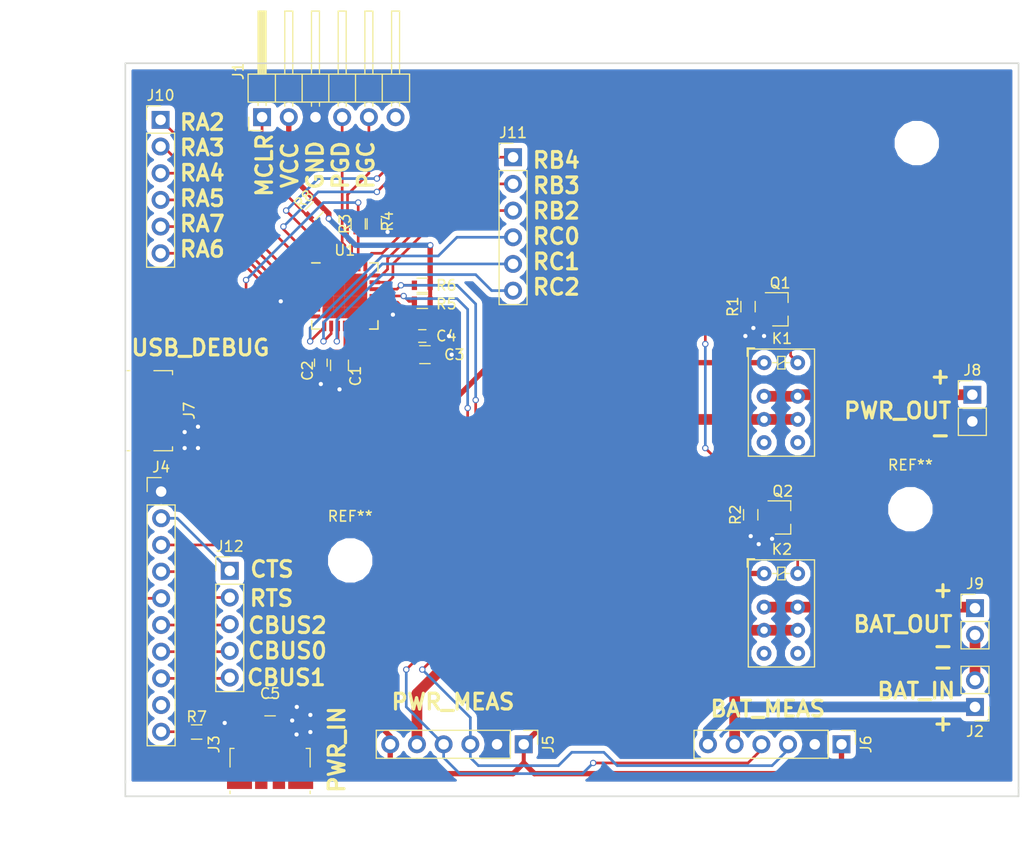
<source format=kicad_pcb>
(kicad_pcb (version 4) (host pcbnew 4.0.7)

  (general
    (links 97)
    (no_connects 0)
    (area 32.387561 61.924142 122.34962 140.619)
    (thickness 1.6)
    (drawings 29)
    (tracks 364)
    (zones 0)
    (modules 33)
    (nets 53)
  )

  (page A4)
  (layers
    (0 F.Cu mixed)
    (31 B.Cu mixed)
    (32 B.Adhes user)
    (33 F.Adhes user)
    (34 B.Paste user)
    (35 F.Paste user)
    (36 B.SilkS user)
    (37 F.SilkS user)
    (38 B.Mask user)
    (39 F.Mask user)
    (40 Dwgs.User user)
    (41 Cmts.User user)
    (42 Eco1.User user)
    (43 Eco2.User user)
    (44 Edge.Cuts user)
    (45 Margin user)
    (46 B.CrtYd user)
    (47 F.CrtYd user)
    (48 B.Fab user)
    (49 F.Fab user)
  )

  (setup
    (last_trace_width 0.25)
    (user_trace_width 0.2032)
    (user_trace_width 0.254)
    (user_trace_width 0.508)
    (user_trace_width 1.016)
    (trace_clearance 0.2)
    (zone_clearance 0.508)
    (zone_45_only no)
    (trace_min 0.2)
    (segment_width 0.2)
    (edge_width 0.15)
    (via_size 0.6)
    (via_drill 0.4)
    (via_min_size 0.4)
    (via_min_drill 0.3)
    (uvia_size 0.3)
    (uvia_drill 0.1)
    (uvias_allowed no)
    (uvia_min_size 0.2)
    (uvia_min_drill 0.1)
    (pcb_text_width 0.3)
    (pcb_text_size 1.5 1.5)
    (mod_edge_width 0.15)
    (mod_text_size 1 1)
    (mod_text_width 0.15)
    (pad_size 1.524 1.524)
    (pad_drill 0.762)
    (pad_to_mask_clearance 0.2)
    (aux_axis_origin 36.7792 137.7696)
    (grid_origin 36.576 136.398)
    (visible_elements 7FFEFFFF)
    (pcbplotparams
      (layerselection 0x090f0_80000001)
      (usegerberextensions true)
      (excludeedgelayer true)
      (linewidth 0.100000)
      (plotframeref false)
      (viasonmask false)
      (mode 1)
      (useauxorigin false)
      (hpglpennumber 1)
      (hpglpenspeed 20)
      (hpglpendiameter 15)
      (hpglpenoverlay 2)
      (psnegative false)
      (psa4output false)
      (plotreference true)
      (plotvalue false)
      (plotinvisibletext false)
      (padsonsilk false)
      (subtractmaskfromsilk false)
      (outputformat 1)
      (mirror false)
      (drillshape 0)
      (scaleselection 1)
      (outputdirectory "Board Files/"))
  )

  (net 0 "")
  (net 1 /MCLR)
  (net 2 GND)
  (net 3 /PGD)
  (net 4 /PGC)
  (net 5 "Net-(J1-Pad6)")
  (net 6 "Net-(C1-Pad2)")
  (net 7 /BAT_pos)
  (net 8 /BAT_neg)
  (net 9 "Net-(J3-Pad2)")
  (net 10 "Net-(J3-Pad3)")
  (net 11 "Net-(J3-Pad4)")
  (net 12 /Board_PWR_meas)
  (net 13 /Board_BAT_meas)
  (net 14 "Net-(J7-Pad1)")
  (net 15 "Net-(J7-Pad4)")
  (net 16 /Board_PWR)
  (net 17 /Board_BAT)
  (net 18 "Net-(K1-Pad8)")
  (net 19 "Net-(K1-Pad4)")
  (net 20 "Net-(K1-Pad5)")
  (net 21 "Net-(K2-Pad8)")
  (net 22 "Net-(K2-Pad4)")
  (net 23 "Net-(K2-Pad5)")
  (net 24 /BRD_PWR_RELAY)
  (net 25 /BRD_BAT_RELAY)
  (net 26 "Net-(R3-Pad2)")
  (net 27 /RX)
  (net 28 /TX)
  (net 29 VCC)
  (net 30 /I2C_SCL)
  (net 31 /I2C_SDA)
  (net 32 /RA2)
  (net 33 /RA3)
  (net 34 /RA4)
  (net 35 /RA5)
  (net 36 /RA6)
  (net 37 /RA7)
  (net 38 /RC0)
  (net 39 /RC1)
  (net 40 /RC2)
  (net 41 /RB4)
  (net 42 /RB3)
  (net 43 /RB2)
  (net 44 /D-)
  (net 45 /D+)
  (net 46 /CTS)
  (net 47 /RTS)
  (net 48 /CBUS2)
  (net 49 /CBUS0)
  (net 50 /CBUS1)
  (net 51 "Net-(J4-Pad9)")
  (net 52 "Net-(J4-Pad10)")

  (net_class Default "This is the default net class."
    (clearance 0.2)
    (trace_width 0.25)
    (via_dia 0.6)
    (via_drill 0.4)
    (uvia_dia 0.3)
    (uvia_drill 0.1)
    (add_net /BRD_BAT_RELAY)
    (add_net /BRD_PWR_RELAY)
    (add_net /CBUS0)
    (add_net /CBUS1)
    (add_net /CBUS2)
    (add_net /CTS)
    (add_net /D+)
    (add_net /D-)
    (add_net /I2C_SCL)
    (add_net /I2C_SDA)
    (add_net /MCLR)
    (add_net /PGC)
    (add_net /PGD)
    (add_net /RA2)
    (add_net /RA3)
    (add_net /RA4)
    (add_net /RA5)
    (add_net /RA6)
    (add_net /RA7)
    (add_net /RB2)
    (add_net /RB3)
    (add_net /RB4)
    (add_net /RC0)
    (add_net /RC1)
    (add_net /RC2)
    (add_net /RTS)
    (add_net /RX)
    (add_net /TX)
    (add_net "Net-(C1-Pad2)")
    (add_net "Net-(J1-Pad6)")
    (add_net "Net-(J3-Pad2)")
    (add_net "Net-(J3-Pad3)")
    (add_net "Net-(J3-Pad4)")
    (add_net "Net-(J4-Pad10)")
    (add_net "Net-(J4-Pad9)")
    (add_net "Net-(J7-Pad1)")
    (add_net "Net-(J7-Pad4)")
    (add_net "Net-(K1-Pad4)")
    (add_net "Net-(K1-Pad5)")
    (add_net "Net-(K1-Pad8)")
    (add_net "Net-(K2-Pad4)")
    (add_net "Net-(K2-Pad5)")
    (add_net "Net-(K2-Pad8)")
    (add_net "Net-(R3-Pad2)")
  )

  (net_class Power ""
    (clearance 0.2)
    (trace_width 0.508)
    (via_dia 0.6)
    (via_drill 0.4)
    (uvia_dia 0.3)
    (uvia_drill 0.1)
    (add_net /BAT_neg)
    (add_net /BAT_pos)
    (add_net /Board_BAT)
    (add_net /Board_BAT_meas)
    (add_net /Board_PWR)
    (add_net /Board_PWR_meas)
    (add_net GND)
    (add_net VCC)
  )

  (module Mounting_Holes:MountingHole_3.2mm_M3 (layer F.Cu) (tedit 56D1B4CB) (tstamp 5B3F613B)
    (at 111.4552 110.4646)
    (descr "Mounting Hole 3.2mm, no annular, M3")
    (tags "mounting hole 3.2mm no annular m3")
    (attr virtual)
    (fp_text reference REF** (at 0 -4.2) (layer F.SilkS)
      (effects (font (size 1 1) (thickness 0.15)))
    )
    (fp_text value MountingHole_3.2mm_M3 (at 0 4.2) (layer F.Fab)
      (effects (font (size 1 1) (thickness 0.15)))
    )
    (fp_text user %R (at 0.3 0) (layer F.Fab)
      (effects (font (size 1 1) (thickness 0.15)))
    )
    (fp_circle (center 0 0) (end 3.2 0) (layer Cmts.User) (width 0.15))
    (fp_circle (center 0 0) (end 3.45 0) (layer F.CrtYd) (width 0.05))
    (pad 1 np_thru_hole circle (at 0 0) (size 3.2 3.2) (drill 3.2) (layers *.Cu *.Mask))
  )

  (module Mounting_Holes:MountingHole_3.2mm_M3 (layer F.Cu) (tedit 56D1B4CB) (tstamp 5B3F6144)
    (at 58.166 115.3414)
    (descr "Mounting Hole 3.2mm, no annular, M3")
    (tags "mounting hole 3.2mm no annular m3")
    (attr virtual)
    (fp_text reference REF** (at 0 -4.2) (layer F.SilkS)
      (effects (font (size 1 1) (thickness 0.15)))
    )
    (fp_text value MountingHole_3.2mm_M3 (at 0 4.2) (layer F.Fab)
      (effects (font (size 1 1) (thickness 0.15)))
    )
    (fp_text user %R (at 0.3 0) (layer F.Fab)
      (effects (font (size 1 1) (thickness 0.15)))
    )
    (fp_circle (center 0 0) (end 3.2 0) (layer Cmts.User) (width 0.15))
    (fp_circle (center 0 0) (end 3.45 0) (layer F.CrtYd) (width 0.05))
    (pad 1 np_thru_hole circle (at 0 0) (size 3.2 3.2) (drill 3.2) (layers *.Cu *.Mask))
  )

  (module Pin_Headers:Pin_Header_Angled_1x06_Pitch2.54mm (layer F.Cu) (tedit 59650532) (tstamp 5B3B91C1)
    (at 49.784 73.152 90)
    (descr "Through hole angled pin header, 1x06, 2.54mm pitch, 6mm pin length, single row")
    (tags "Through hole angled pin header THT 1x06 2.54mm single row")
    (path /5B3B70AE)
    (fp_text reference J1 (at 4.385 -2.27 90) (layer F.SilkS)
      (effects (font (size 1 1) (thickness 0.15)))
    )
    (fp_text value Conn_01x06_Male (at 4.385 14.97 90) (layer F.Fab)
      (effects (font (size 1 1) (thickness 0.15)))
    )
    (fp_line (start 2.135 -1.27) (end 4.04 -1.27) (layer F.Fab) (width 0.1))
    (fp_line (start 4.04 -1.27) (end 4.04 13.97) (layer F.Fab) (width 0.1))
    (fp_line (start 4.04 13.97) (end 1.5 13.97) (layer F.Fab) (width 0.1))
    (fp_line (start 1.5 13.97) (end 1.5 -0.635) (layer F.Fab) (width 0.1))
    (fp_line (start 1.5 -0.635) (end 2.135 -1.27) (layer F.Fab) (width 0.1))
    (fp_line (start -0.32 -0.32) (end 1.5 -0.32) (layer F.Fab) (width 0.1))
    (fp_line (start -0.32 -0.32) (end -0.32 0.32) (layer F.Fab) (width 0.1))
    (fp_line (start -0.32 0.32) (end 1.5 0.32) (layer F.Fab) (width 0.1))
    (fp_line (start 4.04 -0.32) (end 10.04 -0.32) (layer F.Fab) (width 0.1))
    (fp_line (start 10.04 -0.32) (end 10.04 0.32) (layer F.Fab) (width 0.1))
    (fp_line (start 4.04 0.32) (end 10.04 0.32) (layer F.Fab) (width 0.1))
    (fp_line (start -0.32 2.22) (end 1.5 2.22) (layer F.Fab) (width 0.1))
    (fp_line (start -0.32 2.22) (end -0.32 2.86) (layer F.Fab) (width 0.1))
    (fp_line (start -0.32 2.86) (end 1.5 2.86) (layer F.Fab) (width 0.1))
    (fp_line (start 4.04 2.22) (end 10.04 2.22) (layer F.Fab) (width 0.1))
    (fp_line (start 10.04 2.22) (end 10.04 2.86) (layer F.Fab) (width 0.1))
    (fp_line (start 4.04 2.86) (end 10.04 2.86) (layer F.Fab) (width 0.1))
    (fp_line (start -0.32 4.76) (end 1.5 4.76) (layer F.Fab) (width 0.1))
    (fp_line (start -0.32 4.76) (end -0.32 5.4) (layer F.Fab) (width 0.1))
    (fp_line (start -0.32 5.4) (end 1.5 5.4) (layer F.Fab) (width 0.1))
    (fp_line (start 4.04 4.76) (end 10.04 4.76) (layer F.Fab) (width 0.1))
    (fp_line (start 10.04 4.76) (end 10.04 5.4) (layer F.Fab) (width 0.1))
    (fp_line (start 4.04 5.4) (end 10.04 5.4) (layer F.Fab) (width 0.1))
    (fp_line (start -0.32 7.3) (end 1.5 7.3) (layer F.Fab) (width 0.1))
    (fp_line (start -0.32 7.3) (end -0.32 7.94) (layer F.Fab) (width 0.1))
    (fp_line (start -0.32 7.94) (end 1.5 7.94) (layer F.Fab) (width 0.1))
    (fp_line (start 4.04 7.3) (end 10.04 7.3) (layer F.Fab) (width 0.1))
    (fp_line (start 10.04 7.3) (end 10.04 7.94) (layer F.Fab) (width 0.1))
    (fp_line (start 4.04 7.94) (end 10.04 7.94) (layer F.Fab) (width 0.1))
    (fp_line (start -0.32 9.84) (end 1.5 9.84) (layer F.Fab) (width 0.1))
    (fp_line (start -0.32 9.84) (end -0.32 10.48) (layer F.Fab) (width 0.1))
    (fp_line (start -0.32 10.48) (end 1.5 10.48) (layer F.Fab) (width 0.1))
    (fp_line (start 4.04 9.84) (end 10.04 9.84) (layer F.Fab) (width 0.1))
    (fp_line (start 10.04 9.84) (end 10.04 10.48) (layer F.Fab) (width 0.1))
    (fp_line (start 4.04 10.48) (end 10.04 10.48) (layer F.Fab) (width 0.1))
    (fp_line (start -0.32 12.38) (end 1.5 12.38) (layer F.Fab) (width 0.1))
    (fp_line (start -0.32 12.38) (end -0.32 13.02) (layer F.Fab) (width 0.1))
    (fp_line (start -0.32 13.02) (end 1.5 13.02) (layer F.Fab) (width 0.1))
    (fp_line (start 4.04 12.38) (end 10.04 12.38) (layer F.Fab) (width 0.1))
    (fp_line (start 10.04 12.38) (end 10.04 13.02) (layer F.Fab) (width 0.1))
    (fp_line (start 4.04 13.02) (end 10.04 13.02) (layer F.Fab) (width 0.1))
    (fp_line (start 1.44 -1.33) (end 1.44 14.03) (layer F.SilkS) (width 0.12))
    (fp_line (start 1.44 14.03) (end 4.1 14.03) (layer F.SilkS) (width 0.12))
    (fp_line (start 4.1 14.03) (end 4.1 -1.33) (layer F.SilkS) (width 0.12))
    (fp_line (start 4.1 -1.33) (end 1.44 -1.33) (layer F.SilkS) (width 0.12))
    (fp_line (start 4.1 -0.38) (end 10.1 -0.38) (layer F.SilkS) (width 0.12))
    (fp_line (start 10.1 -0.38) (end 10.1 0.38) (layer F.SilkS) (width 0.12))
    (fp_line (start 10.1 0.38) (end 4.1 0.38) (layer F.SilkS) (width 0.12))
    (fp_line (start 4.1 -0.32) (end 10.1 -0.32) (layer F.SilkS) (width 0.12))
    (fp_line (start 4.1 -0.2) (end 10.1 -0.2) (layer F.SilkS) (width 0.12))
    (fp_line (start 4.1 -0.08) (end 10.1 -0.08) (layer F.SilkS) (width 0.12))
    (fp_line (start 4.1 0.04) (end 10.1 0.04) (layer F.SilkS) (width 0.12))
    (fp_line (start 4.1 0.16) (end 10.1 0.16) (layer F.SilkS) (width 0.12))
    (fp_line (start 4.1 0.28) (end 10.1 0.28) (layer F.SilkS) (width 0.12))
    (fp_line (start 1.11 -0.38) (end 1.44 -0.38) (layer F.SilkS) (width 0.12))
    (fp_line (start 1.11 0.38) (end 1.44 0.38) (layer F.SilkS) (width 0.12))
    (fp_line (start 1.44 1.27) (end 4.1 1.27) (layer F.SilkS) (width 0.12))
    (fp_line (start 4.1 2.16) (end 10.1 2.16) (layer F.SilkS) (width 0.12))
    (fp_line (start 10.1 2.16) (end 10.1 2.92) (layer F.SilkS) (width 0.12))
    (fp_line (start 10.1 2.92) (end 4.1 2.92) (layer F.SilkS) (width 0.12))
    (fp_line (start 1.042929 2.16) (end 1.44 2.16) (layer F.SilkS) (width 0.12))
    (fp_line (start 1.042929 2.92) (end 1.44 2.92) (layer F.SilkS) (width 0.12))
    (fp_line (start 1.44 3.81) (end 4.1 3.81) (layer F.SilkS) (width 0.12))
    (fp_line (start 4.1 4.7) (end 10.1 4.7) (layer F.SilkS) (width 0.12))
    (fp_line (start 10.1 4.7) (end 10.1 5.46) (layer F.SilkS) (width 0.12))
    (fp_line (start 10.1 5.46) (end 4.1 5.46) (layer F.SilkS) (width 0.12))
    (fp_line (start 1.042929 4.7) (end 1.44 4.7) (layer F.SilkS) (width 0.12))
    (fp_line (start 1.042929 5.46) (end 1.44 5.46) (layer F.SilkS) (width 0.12))
    (fp_line (start 1.44 6.35) (end 4.1 6.35) (layer F.SilkS) (width 0.12))
    (fp_line (start 4.1 7.24) (end 10.1 7.24) (layer F.SilkS) (width 0.12))
    (fp_line (start 10.1 7.24) (end 10.1 8) (layer F.SilkS) (width 0.12))
    (fp_line (start 10.1 8) (end 4.1 8) (layer F.SilkS) (width 0.12))
    (fp_line (start 1.042929 7.24) (end 1.44 7.24) (layer F.SilkS) (width 0.12))
    (fp_line (start 1.042929 8) (end 1.44 8) (layer F.SilkS) (width 0.12))
    (fp_line (start 1.44 8.89) (end 4.1 8.89) (layer F.SilkS) (width 0.12))
    (fp_line (start 4.1 9.78) (end 10.1 9.78) (layer F.SilkS) (width 0.12))
    (fp_line (start 10.1 9.78) (end 10.1 10.54) (layer F.SilkS) (width 0.12))
    (fp_line (start 10.1 10.54) (end 4.1 10.54) (layer F.SilkS) (width 0.12))
    (fp_line (start 1.042929 9.78) (end 1.44 9.78) (layer F.SilkS) (width 0.12))
    (fp_line (start 1.042929 10.54) (end 1.44 10.54) (layer F.SilkS) (width 0.12))
    (fp_line (start 1.44 11.43) (end 4.1 11.43) (layer F.SilkS) (width 0.12))
    (fp_line (start 4.1 12.32) (end 10.1 12.32) (layer F.SilkS) (width 0.12))
    (fp_line (start 10.1 12.32) (end 10.1 13.08) (layer F.SilkS) (width 0.12))
    (fp_line (start 10.1 13.08) (end 4.1 13.08) (layer F.SilkS) (width 0.12))
    (fp_line (start 1.042929 12.32) (end 1.44 12.32) (layer F.SilkS) (width 0.12))
    (fp_line (start 1.042929 13.08) (end 1.44 13.08) (layer F.SilkS) (width 0.12))
    (fp_line (start -1.27 0) (end -1.27 -1.27) (layer F.SilkS) (width 0.12))
    (fp_line (start -1.27 -1.27) (end 0 -1.27) (layer F.SilkS) (width 0.12))
    (fp_line (start -1.8 -1.8) (end -1.8 14.5) (layer F.CrtYd) (width 0.05))
    (fp_line (start -1.8 14.5) (end 10.55 14.5) (layer F.CrtYd) (width 0.05))
    (fp_line (start 10.55 14.5) (end 10.55 -1.8) (layer F.CrtYd) (width 0.05))
    (fp_line (start 10.55 -1.8) (end -1.8 -1.8) (layer F.CrtYd) (width 0.05))
    (fp_text user %R (at 2.77 6.35 180) (layer F.Fab)
      (effects (font (size 1 1) (thickness 0.15)))
    )
    (pad 1 thru_hole rect (at 0 0 90) (size 1.7 1.7) (drill 1) (layers *.Cu *.Mask)
      (net 1 /MCLR))
    (pad 2 thru_hole oval (at 0 2.54 90) (size 1.7 1.7) (drill 1) (layers *.Cu *.Mask)
      (net 29 VCC))
    (pad 3 thru_hole oval (at 0 5.08 90) (size 1.7 1.7) (drill 1) (layers *.Cu *.Mask)
      (net 2 GND))
    (pad 4 thru_hole oval (at 0 7.62 90) (size 1.7 1.7) (drill 1) (layers *.Cu *.Mask)
      (net 3 /PGD))
    (pad 5 thru_hole oval (at 0 10.16 90) (size 1.7 1.7) (drill 1) (layers *.Cu *.Mask)
      (net 4 /PGC))
    (pad 6 thru_hole oval (at 0 12.7 90) (size 1.7 1.7) (drill 1) (layers *.Cu *.Mask)
      (net 5 "Net-(J1-Pad6)"))
    (model ${KISYS3DMOD}/Pin_Headers.3dshapes/Pin_Header_Angled_1x06_Pitch2.54mm.wrl
      (at (xyz 0 0 0))
      (scale (xyz 1 1 1))
      (rotate (xyz 0 0 0))
    )
  )

  (module Housings_DFN_QFN:QFN-28-1EP_6x6mm_Pitch0.65mm (layer F.Cu) (tedit 54130A77) (tstamp 5B3B91F1)
    (at 57.658 90.17)
    (descr "28-Lead Plastic Quad Flat, No Lead Package (ML) - 6x6 mm Body [QFN]; (see Microchip Packaging Specification 00000049BS.pdf)")
    (tags "QFN 0.65")
    (path /5B3B6D82)
    (attr smd)
    (fp_text reference U1 (at 0 -4.35) (layer F.SilkS)
      (effects (font (size 1 1) (thickness 0.15)))
    )
    (fp_text value PIC18F25K50-xML (at 0 4.35) (layer F.Fab)
      (effects (font (size 1 1) (thickness 0.15)))
    )
    (fp_line (start -2 -3) (end 3 -3) (layer F.Fab) (width 0.15))
    (fp_line (start 3 -3) (end 3 3) (layer F.Fab) (width 0.15))
    (fp_line (start 3 3) (end -3 3) (layer F.Fab) (width 0.15))
    (fp_line (start -3 3) (end -3 -2) (layer F.Fab) (width 0.15))
    (fp_line (start -3 -2) (end -2 -3) (layer F.Fab) (width 0.15))
    (fp_line (start -3.6 -3.6) (end -3.6 3.6) (layer F.CrtYd) (width 0.05))
    (fp_line (start 3.6 -3.6) (end 3.6 3.6) (layer F.CrtYd) (width 0.05))
    (fp_line (start -3.6 -3.6) (end 3.6 -3.6) (layer F.CrtYd) (width 0.05))
    (fp_line (start -3.6 3.6) (end 3.6 3.6) (layer F.CrtYd) (width 0.05))
    (fp_line (start 3.15 -3.15) (end 3.15 -2.36) (layer F.SilkS) (width 0.15))
    (fp_line (start -3.15 3.15) (end -3.15 2.36) (layer F.SilkS) (width 0.15))
    (fp_line (start 3.15 3.15) (end 3.15 2.36) (layer F.SilkS) (width 0.15))
    (fp_line (start -3.15 -3.15) (end -2.36 -3.15) (layer F.SilkS) (width 0.15))
    (fp_line (start -3.15 3.15) (end -2.36 3.15) (layer F.SilkS) (width 0.15))
    (fp_line (start 3.15 3.15) (end 2.36 3.15) (layer F.SilkS) (width 0.15))
    (fp_line (start 3.15 -3.15) (end 2.36 -3.15) (layer F.SilkS) (width 0.15))
    (pad 1 smd rect (at -2.85 -1.95) (size 1 0.37) (layers F.Cu F.Paste F.Mask)
      (net 32 /RA2))
    (pad 2 smd rect (at -2.85 -1.3) (size 1 0.37) (layers F.Cu F.Paste F.Mask)
      (net 33 /RA3))
    (pad 3 smd rect (at -2.85 -0.65) (size 1 0.37) (layers F.Cu F.Paste F.Mask)
      (net 34 /RA4))
    (pad 4 smd rect (at -2.85 0) (size 1 0.37) (layers F.Cu F.Paste F.Mask)
      (net 35 /RA5))
    (pad 5 smd rect (at -2.85 0.65) (size 1 0.37) (layers F.Cu F.Paste F.Mask)
      (net 2 GND))
    (pad 6 smd rect (at -2.85 1.3) (size 1 0.37) (layers F.Cu F.Paste F.Mask)
      (net 37 /RA7))
    (pad 7 smd rect (at -2.85 1.95) (size 1 0.37) (layers F.Cu F.Paste F.Mask)
      (net 36 /RA6))
    (pad 8 smd rect (at -1.95 2.85 90) (size 1 0.37) (layers F.Cu F.Paste F.Mask)
      (net 38 /RC0))
    (pad 9 smd rect (at -1.3 2.85 90) (size 1 0.37) (layers F.Cu F.Paste F.Mask)
      (net 39 /RC1))
    (pad 10 smd rect (at -0.65 2.85 90) (size 1 0.37) (layers F.Cu F.Paste F.Mask)
      (net 40 /RC2))
    (pad 11 smd rect (at 0 2.85 90) (size 1 0.37) (layers F.Cu F.Paste F.Mask)
      (net 6 "Net-(C1-Pad2)"))
    (pad 12 smd rect (at 0.65 2.85 90) (size 1 0.37) (layers F.Cu F.Paste F.Mask)
      (net 44 /D-))
    (pad 13 smd rect (at 1.3 2.85 90) (size 1 0.37) (layers F.Cu F.Paste F.Mask)
      (net 45 /D+))
    (pad 14 smd rect (at 1.95 2.85 90) (size 1 0.37) (layers F.Cu F.Paste F.Mask)
      (net 27 /RX))
    (pad 15 smd rect (at 2.85 1.95) (size 1 0.37) (layers F.Cu F.Paste F.Mask)
      (net 28 /TX))
    (pad 16 smd rect (at 2.85 1.3) (size 1 0.37) (layers F.Cu F.Paste F.Mask)
      (net 2 GND))
    (pad 17 smd rect (at 2.85 0.65) (size 1 0.37) (layers F.Cu F.Paste F.Mask)
      (net 29 VCC))
    (pad 18 smd rect (at 2.85 0) (size 1 0.37) (layers F.Cu F.Paste F.Mask)
      (net 31 /I2C_SDA))
    (pad 19 smd rect (at 2.85 -0.65) (size 1 0.37) (layers F.Cu F.Paste F.Mask)
      (net 30 /I2C_SCL))
    (pad 20 smd rect (at 2.85 -1.3) (size 1 0.37) (layers F.Cu F.Paste F.Mask)
      (net 43 /RB2))
    (pad 21 smd rect (at 2.85 -1.95) (size 1 0.37) (layers F.Cu F.Paste F.Mask)
      (net 42 /RB3))
    (pad 22 smd rect (at 1.95 -2.85 90) (size 1 0.37) (layers F.Cu F.Paste F.Mask)
      (net 41 /RB4))
    (pad 23 smd rect (at 1.3 -2.85 90) (size 1 0.37) (layers F.Cu F.Paste F.Mask)
      (net 26 "Net-(R3-Pad2)"))
    (pad 24 smd rect (at 0.65 -2.85 90) (size 1 0.37) (layers F.Cu F.Paste F.Mask)
      (net 4 /PGC))
    (pad 25 smd rect (at 0 -2.85 90) (size 1 0.37) (layers F.Cu F.Paste F.Mask)
      (net 3 /PGD))
    (pad 26 smd rect (at -0.65 -2.85 90) (size 1 0.37) (layers F.Cu F.Paste F.Mask)
      (net 1 /MCLR))
    (pad 27 smd rect (at -1.3 -2.85 90) (size 1 0.37) (layers F.Cu F.Paste F.Mask)
      (net 24 /BRD_PWR_RELAY))
    (pad 28 smd rect (at -1.95 -2.85 90) (size 1 0.37) (layers F.Cu F.Paste F.Mask)
      (net 25 /BRD_BAT_RELAY))
    (pad 29 smd rect (at 1.59375 1.59375) (size 1.0625 1.0625) (layers F.Cu F.Paste F.Mask)
      (solder_paste_margin_ratio -0.2))
    (pad 29 smd rect (at 1.59375 0.53125) (size 1.0625 1.0625) (layers F.Cu F.Paste F.Mask)
      (solder_paste_margin_ratio -0.2))
    (pad 29 smd rect (at 1.59375 -0.53125) (size 1.0625 1.0625) (layers F.Cu F.Paste F.Mask)
      (solder_paste_margin_ratio -0.2))
    (pad 29 smd rect (at 1.59375 -1.59375) (size 1.0625 1.0625) (layers F.Cu F.Paste F.Mask)
      (solder_paste_margin_ratio -0.2))
    (pad 29 smd rect (at 0.53125 1.59375) (size 1.0625 1.0625) (layers F.Cu F.Paste F.Mask)
      (solder_paste_margin_ratio -0.2))
    (pad 29 smd rect (at 0.53125 0.53125) (size 1.0625 1.0625) (layers F.Cu F.Paste F.Mask)
      (solder_paste_margin_ratio -0.2))
    (pad 29 smd rect (at 0.53125 -0.53125) (size 1.0625 1.0625) (layers F.Cu F.Paste F.Mask)
      (solder_paste_margin_ratio -0.2))
    (pad 29 smd rect (at 0.53125 -1.59375) (size 1.0625 1.0625) (layers F.Cu F.Paste F.Mask)
      (solder_paste_margin_ratio -0.2))
    (pad 29 smd rect (at -0.53125 1.59375) (size 1.0625 1.0625) (layers F.Cu F.Paste F.Mask)
      (solder_paste_margin_ratio -0.2))
    (pad 29 smd rect (at -0.53125 0.53125) (size 1.0625 1.0625) (layers F.Cu F.Paste F.Mask)
      (solder_paste_margin_ratio -0.2))
    (pad 29 smd rect (at -0.53125 -0.53125) (size 1.0625 1.0625) (layers F.Cu F.Paste F.Mask)
      (solder_paste_margin_ratio -0.2))
    (pad 29 smd rect (at -0.53125 -1.59375) (size 1.0625 1.0625) (layers F.Cu F.Paste F.Mask)
      (solder_paste_margin_ratio -0.2))
    (pad 29 smd rect (at -1.59375 1.59375) (size 1.0625 1.0625) (layers F.Cu F.Paste F.Mask)
      (solder_paste_margin_ratio -0.2))
    (pad 29 smd rect (at -1.59375 0.53125) (size 1.0625 1.0625) (layers F.Cu F.Paste F.Mask)
      (solder_paste_margin_ratio -0.2))
    (pad 29 smd rect (at -1.59375 -0.53125) (size 1.0625 1.0625) (layers F.Cu F.Paste F.Mask)
      (solder_paste_margin_ratio -0.2))
    (pad 29 smd rect (at -1.59375 -1.59375) (size 1.0625 1.0625) (layers F.Cu F.Paste F.Mask)
      (solder_paste_margin_ratio -0.2))
    (model ${KISYS3DMOD}/Housings_DFN_QFN.3dshapes/QFN-28-1EP_6x6mm_Pitch0.65mm.wrl
      (at (xyz 0 0 0))
      (scale (xyz 1 1 1))
      (rotate (xyz 0 0 0))
    )
  )

  (module Capacitors_SMD:C_0805 (layer F.Cu) (tedit 5B3BC86F) (tstamp 5B3BB9DA)
    (at 57.15 96.774 90)
    (descr "Capacitor SMD 0805, reflow soldering, AVX (see smccp.pdf)")
    (tags "capacitor 0805")
    (path /5B3BA92D)
    (attr smd)
    (fp_text reference C1 (at -1.016 1.524 270) (layer F.SilkS)
      (effects (font (size 1 1) (thickness 0.15)))
    )
    (fp_text value 10uF (at 0 1.75 90) (layer F.Fab)
      (effects (font (size 1 1) (thickness 0.15)))
    )
    (fp_line (start -1 0.62) (end -1 -0.62) (layer F.Fab) (width 0.1))
    (fp_line (start 1 0.62) (end -1 0.62) (layer F.Fab) (width 0.1))
    (fp_line (start 1 -0.62) (end 1 0.62) (layer F.Fab) (width 0.1))
    (fp_line (start -1 -0.62) (end 1 -0.62) (layer F.Fab) (width 0.1))
    (fp_line (start 0.5 -0.85) (end -0.5 -0.85) (layer F.SilkS) (width 0.12))
    (fp_line (start -0.5 0.85) (end 0.5 0.85) (layer F.SilkS) (width 0.12))
    (fp_line (start -1.75 -0.88) (end 1.75 -0.88) (layer F.CrtYd) (width 0.05))
    (fp_line (start -1.75 -0.88) (end -1.75 0.87) (layer F.CrtYd) (width 0.05))
    (fp_line (start 1.75 0.87) (end 1.75 -0.88) (layer F.CrtYd) (width 0.05))
    (fp_line (start 1.75 0.87) (end -1.75 0.87) (layer F.CrtYd) (width 0.05))
    (pad 1 smd rect (at -1 0 90) (size 1 1.25) (layers F.Cu F.Paste F.Mask)
      (net 2 GND))
    (pad 2 smd rect (at 1 0 90) (size 1 1.25) (layers F.Cu F.Paste F.Mask)
      (net 6 "Net-(C1-Pad2)"))
    (model Capacitors_SMD.3dshapes/C_0805.wrl
      (at (xyz 0 0 0))
      (scale (xyz 1 1 1))
      (rotate (xyz 0 0 0))
    )
  )

  (module Capacitors_SMD:C_0603 (layer F.Cu) (tedit 5B3BC86A) (tstamp 5B3BB9E0)
    (at 55.372 96.52 90)
    (descr "Capacitor SMD 0603, reflow soldering, AVX (see smccp.pdf)")
    (tags "capacitor 0603")
    (path /5B3BA8C6)
    (attr smd)
    (fp_text reference C2 (at -0.762 -1.27 90) (layer F.SilkS)
      (effects (font (size 1 1) (thickness 0.15)))
    )
    (fp_text value 0.1uF (at 0 1.5 90) (layer F.Fab)
      (effects (font (size 1 1) (thickness 0.15)))
    )
    (fp_line (start 1.4 0.65) (end -1.4 0.65) (layer F.CrtYd) (width 0.05))
    (fp_line (start 1.4 0.65) (end 1.4 -0.65) (layer F.CrtYd) (width 0.05))
    (fp_line (start -1.4 -0.65) (end -1.4 0.65) (layer F.CrtYd) (width 0.05))
    (fp_line (start -1.4 -0.65) (end 1.4 -0.65) (layer F.CrtYd) (width 0.05))
    (fp_line (start 0.35 0.6) (end -0.35 0.6) (layer F.SilkS) (width 0.12))
    (fp_line (start -0.35 -0.6) (end 0.35 -0.6) (layer F.SilkS) (width 0.12))
    (fp_line (start -0.8 -0.4) (end 0.8 -0.4) (layer F.Fab) (width 0.1))
    (fp_line (start 0.8 -0.4) (end 0.8 0.4) (layer F.Fab) (width 0.1))
    (fp_line (start 0.8 0.4) (end -0.8 0.4) (layer F.Fab) (width 0.1))
    (fp_line (start -0.8 0.4) (end -0.8 -0.4) (layer F.Fab) (width 0.1))
    (fp_text user %R (at 0 0 90) (layer F.Fab)
      (effects (font (size 0.3 0.3) (thickness 0.075)))
    )
    (pad 2 smd rect (at 0.75 0 90) (size 0.8 0.75) (layers F.Cu F.Paste F.Mask)
      (net 6 "Net-(C1-Pad2)"))
    (pad 1 smd rect (at -0.75 0 90) (size 0.8 0.75) (layers F.Cu F.Paste F.Mask)
      (net 2 GND))
    (model Capacitors_SMD.3dshapes/C_0603.wrl
      (at (xyz 0 0 0))
      (scale (xyz 1 1 1))
      (rotate (xyz 0 0 0))
    )
  )

  (module Connectors_USB:USB_Micro-B_Molex_47346-0001 (layer F.Cu) (tedit 5B3BD1AC) (tstamp 5B3BB9F9)
    (at 50.546 136.144)
    (descr "Micro USB B receptable with flange, bottom-mount, SMD, right-angle (http://www.molex.com/pdm_docs/sd/473460001_sd.pdf)")
    (tags "Micro B USB SMD")
    (path /5B3BAFF5)
    (attr smd)
    (fp_text reference J3 (at -5.334 -3.302 270) (layer F.SilkS)
      (effects (font (size 1 1) (thickness 0.15)))
    )
    (fp_text value USB_OTG (at 0 3.4) (layer F.Fab)
      (effects (font (size 1 1) (thickness 0.15)))
    )
    (fp_text user "PCB Edge" (at 0 1.47 180) (layer Dwgs.User)
      (effects (font (size 0.4 0.4) (thickness 0.04)))
    )
    (fp_text user %R (at 0 0) (layer F.Fab)
      (effects (font (size 1 1) (thickness 0.15)))
    )
    (fp_line (start 3.81 -2.91) (end 3.43 -2.91) (layer F.SilkS) (width 0.12))
    (fp_line (start 4.6 2.7) (end -4.6 2.7) (layer F.CrtYd) (width 0.05))
    (fp_line (start 4.6 -3.9) (end 4.6 2.7) (layer F.CrtYd) (width 0.05))
    (fp_line (start -4.6 -3.9) (end 4.6 -3.9) (layer F.CrtYd) (width 0.05))
    (fp_line (start -4.6 2.7) (end -4.6 -3.9) (layer F.CrtYd) (width 0.05))
    (fp_line (start 3.75 2.15) (end -3.75 2.15) (layer F.Fab) (width 0.1))
    (fp_line (start 3.75 -2.85) (end 3.75 2.15) (layer F.Fab) (width 0.1))
    (fp_line (start -3.75 -2.85) (end 3.75 -2.85) (layer F.Fab) (width 0.1))
    (fp_line (start -3.75 2.15) (end -3.75 -2.85) (layer F.Fab) (width 0.1))
    (fp_line (start 3.81 1.14) (end 3.81 1.4) (layer F.SilkS) (width 0.12))
    (fp_line (start 3.81 -2.91) (end 3.81 -1.14) (layer F.SilkS) (width 0.12))
    (fp_line (start -3.81 -2.91) (end -3.43 -2.91) (layer F.SilkS) (width 0.12))
    (fp_line (start -3.81 -1.14) (end -3.81 -2.91) (layer F.SilkS) (width 0.12))
    (fp_line (start -3.81 1.4) (end -3.81 1.14) (layer F.SilkS) (width 0.12))
    (fp_line (start -3.25 1.45) (end 3.25 1.45) (layer F.Fab) (width 0.1))
    (pad 1 smd rect (at -1.3 -2.66) (size 0.45 1.38) (layers F.Cu F.Paste F.Mask)
      (net 29 VCC))
    (pad 2 smd rect (at -0.65 -2.66) (size 0.45 1.38) (layers F.Cu F.Paste F.Mask)
      (net 9 "Net-(J3-Pad2)"))
    (pad 3 smd rect (at 0 -2.66) (size 0.45 1.38) (layers F.Cu F.Paste F.Mask)
      (net 10 "Net-(J3-Pad3)"))
    (pad 4 smd rect (at 0.65 -2.66) (size 0.45 1.38) (layers F.Cu F.Paste F.Mask)
      (net 11 "Net-(J3-Pad4)"))
    (pad 5 smd rect (at 1.3 -2.66) (size 0.45 1.38) (layers F.Cu F.Paste F.Mask)
      (net 2 GND))
    (pad 6 smd rect (at -2.4625 -2.3) (size 1.475 2.1) (layers F.Cu F.Paste F.Mask)
      (net 2 GND))
    (pad 6 smd rect (at 2.4625 -2.3) (size 1.475 2.1) (layers F.Cu F.Paste F.Mask)
      (net 2 GND))
    (pad 6 smd rect (at -2.91 0) (size 2.375 1.9) (layers F.Cu F.Paste F.Mask)
      (net 2 GND))
    (pad 6 smd rect (at 2.91 0) (size 2.375 1.9) (layers F.Cu F.Paste F.Mask)
      (net 2 GND))
    (pad 6 smd rect (at -0.84 0) (size 1.175 1.9) (layers F.Cu F.Paste F.Mask)
      (net 2 GND))
    (pad 6 smd rect (at 0.84 0) (size 1.175 1.9) (layers F.Cu F.Paste F.Mask)
      (net 2 GND))
    (model ${KISYS3DMOD}/Connectors_USB.3dshapes/USB_Micro-B_Molex_47346-0001.wrl
      (at (xyz 0 0 0))
      (scale (xyz 1 1 1))
      (rotate (xyz 0 0 0))
    )
  )

  (module Pin_Headers:Pin_Header_Straight_1x06_Pitch2.54mm (layer F.Cu) (tedit 59650532) (tstamp 5B3BBA0D)
    (at 74.676 132.842 270)
    (descr "Through hole straight pin header, 1x06, 2.54mm pitch, single row")
    (tags "Through hole pin header THT 1x06 2.54mm single row")
    (path /5B3BB743)
    (fp_text reference J5 (at 0 -2.33 270) (layer F.SilkS)
      (effects (font (size 1 1) (thickness 0.15)))
    )
    (fp_text value Conn_01x06_Male (at 0 15.03 270) (layer F.Fab)
      (effects (font (size 1 1) (thickness 0.15)))
    )
    (fp_line (start -0.635 -1.27) (end 1.27 -1.27) (layer F.Fab) (width 0.1))
    (fp_line (start 1.27 -1.27) (end 1.27 13.97) (layer F.Fab) (width 0.1))
    (fp_line (start 1.27 13.97) (end -1.27 13.97) (layer F.Fab) (width 0.1))
    (fp_line (start -1.27 13.97) (end -1.27 -0.635) (layer F.Fab) (width 0.1))
    (fp_line (start -1.27 -0.635) (end -0.635 -1.27) (layer F.Fab) (width 0.1))
    (fp_line (start -1.33 14.03) (end 1.33 14.03) (layer F.SilkS) (width 0.12))
    (fp_line (start -1.33 1.27) (end -1.33 14.03) (layer F.SilkS) (width 0.12))
    (fp_line (start 1.33 1.27) (end 1.33 14.03) (layer F.SilkS) (width 0.12))
    (fp_line (start -1.33 1.27) (end 1.33 1.27) (layer F.SilkS) (width 0.12))
    (fp_line (start -1.33 0) (end -1.33 -1.33) (layer F.SilkS) (width 0.12))
    (fp_line (start -1.33 -1.33) (end 0 -1.33) (layer F.SilkS) (width 0.12))
    (fp_line (start -1.8 -1.8) (end -1.8 14.5) (layer F.CrtYd) (width 0.05))
    (fp_line (start -1.8 14.5) (end 1.8 14.5) (layer F.CrtYd) (width 0.05))
    (fp_line (start 1.8 14.5) (end 1.8 -1.8) (layer F.CrtYd) (width 0.05))
    (fp_line (start 1.8 -1.8) (end -1.8 -1.8) (layer F.CrtYd) (width 0.05))
    (fp_text user %R (at 0 6.35 360) (layer F.Fab)
      (effects (font (size 1 1) (thickness 0.15)))
    )
    (pad 1 thru_hole rect (at 0 0 270) (size 1.7 1.7) (drill 1) (layers *.Cu *.Mask)
      (net 29 VCC))
    (pad 2 thru_hole oval (at 0 2.54 270) (size 1.7 1.7) (drill 1) (layers *.Cu *.Mask)
      (net 2 GND))
    (pad 3 thru_hole oval (at 0 5.08 270) (size 1.7 1.7) (drill 1) (layers *.Cu *.Mask)
      (net 30 /I2C_SCL))
    (pad 4 thru_hole oval (at 0 7.62 270) (size 1.7 1.7) (drill 1) (layers *.Cu *.Mask)
      (net 31 /I2C_SDA))
    (pad 5 thru_hole oval (at 0 10.16 270) (size 1.7 1.7) (drill 1) (layers *.Cu *.Mask)
      (net 12 /Board_PWR_meas))
    (pad 6 thru_hole oval (at 0 12.7 270) (size 1.7 1.7) (drill 1) (layers *.Cu *.Mask)
      (net 29 VCC))
    (model ${KISYS3DMOD}/Pin_Headers.3dshapes/Pin_Header_Straight_1x06_Pitch2.54mm.wrl
      (at (xyz 0 0 0))
      (scale (xyz 1 1 1))
      (rotate (xyz 0 0 0))
    )
  )

  (module Pin_Headers:Pin_Header_Straight_1x06_Pitch2.54mm (layer F.Cu) (tedit 59650532) (tstamp 5B3BBA17)
    (at 104.902 132.842 270)
    (descr "Through hole straight pin header, 1x06, 2.54mm pitch, single row")
    (tags "Through hole pin header THT 1x06 2.54mm single row")
    (path /5B3BC462)
    (fp_text reference J6 (at 0 -2.33 270) (layer F.SilkS)
      (effects (font (size 1 1) (thickness 0.15)))
    )
    (fp_text value Conn_01x06_Male (at 0 15.03 270) (layer F.Fab)
      (effects (font (size 1 1) (thickness 0.15)))
    )
    (fp_line (start -0.635 -1.27) (end 1.27 -1.27) (layer F.Fab) (width 0.1))
    (fp_line (start 1.27 -1.27) (end 1.27 13.97) (layer F.Fab) (width 0.1))
    (fp_line (start 1.27 13.97) (end -1.27 13.97) (layer F.Fab) (width 0.1))
    (fp_line (start -1.27 13.97) (end -1.27 -0.635) (layer F.Fab) (width 0.1))
    (fp_line (start -1.27 -0.635) (end -0.635 -1.27) (layer F.Fab) (width 0.1))
    (fp_line (start -1.33 14.03) (end 1.33 14.03) (layer F.SilkS) (width 0.12))
    (fp_line (start -1.33 1.27) (end -1.33 14.03) (layer F.SilkS) (width 0.12))
    (fp_line (start 1.33 1.27) (end 1.33 14.03) (layer F.SilkS) (width 0.12))
    (fp_line (start -1.33 1.27) (end 1.33 1.27) (layer F.SilkS) (width 0.12))
    (fp_line (start -1.33 0) (end -1.33 -1.33) (layer F.SilkS) (width 0.12))
    (fp_line (start -1.33 -1.33) (end 0 -1.33) (layer F.SilkS) (width 0.12))
    (fp_line (start -1.8 -1.8) (end -1.8 14.5) (layer F.CrtYd) (width 0.05))
    (fp_line (start -1.8 14.5) (end 1.8 14.5) (layer F.CrtYd) (width 0.05))
    (fp_line (start 1.8 14.5) (end 1.8 -1.8) (layer F.CrtYd) (width 0.05))
    (fp_line (start 1.8 -1.8) (end -1.8 -1.8) (layer F.CrtYd) (width 0.05))
    (fp_text user %R (at 0 6.35 360) (layer F.Fab)
      (effects (font (size 1 1) (thickness 0.15)))
    )
    (pad 1 thru_hole rect (at 0 0 270) (size 1.7 1.7) (drill 1) (layers *.Cu *.Mask)
      (net 29 VCC))
    (pad 2 thru_hole oval (at 0 2.54 270) (size 1.7 1.7) (drill 1) (layers *.Cu *.Mask)
      (net 2 GND))
    (pad 3 thru_hole oval (at 0 5.08 270) (size 1.7 1.7) (drill 1) (layers *.Cu *.Mask)
      (net 30 /I2C_SCL))
    (pad 4 thru_hole oval (at 0 7.62 270) (size 1.7 1.7) (drill 1) (layers *.Cu *.Mask)
      (net 31 /I2C_SDA))
    (pad 5 thru_hole oval (at 0 10.16 270) (size 1.7 1.7) (drill 1) (layers *.Cu *.Mask)
      (net 13 /Board_BAT_meas))
    (pad 6 thru_hole oval (at 0 12.7 270) (size 1.7 1.7) (drill 1) (layers *.Cu *.Mask)
      (net 7 /BAT_pos))
    (model ${KISYS3DMOD}/Pin_Headers.3dshapes/Pin_Header_Straight_1x06_Pitch2.54mm.wrl
      (at (xyz 0 0 0))
      (scale (xyz 1 1 1))
      (rotate (xyz 0 0 0))
    )
  )

  (module Connectors_USB:USB_Micro-B_Molex_47346-0001 (layer F.Cu) (tedit 594C50D0) (tstamp 5B3BBA26)
    (at 38.354 101.092 270)
    (descr "Micro USB B receptable with flange, bottom-mount, SMD, right-angle (http://www.molex.com/pdm_docs/sd/473460001_sd.pdf)")
    (tags "Micro B USB SMD")
    (path /5B3BA72B)
    (attr smd)
    (fp_text reference J7 (at 0 -4.5 450) (layer F.SilkS)
      (effects (font (size 1 1) (thickness 0.15)))
    )
    (fp_text value USB_OTG (at 0 3.4 450) (layer F.Fab)
      (effects (font (size 1 1) (thickness 0.15)))
    )
    (fp_text user "PCB Edge" (at 0 1.47 450) (layer Dwgs.User)
      (effects (font (size 0.4 0.4) (thickness 0.04)))
    )
    (fp_text user %R (at 0 0 270) (layer F.Fab)
      (effects (font (size 1 1) (thickness 0.15)))
    )
    (fp_line (start 3.81 -2.91) (end 3.43 -2.91) (layer F.SilkS) (width 0.12))
    (fp_line (start 4.6 2.7) (end -4.6 2.7) (layer F.CrtYd) (width 0.05))
    (fp_line (start 4.6 -3.9) (end 4.6 2.7) (layer F.CrtYd) (width 0.05))
    (fp_line (start -4.6 -3.9) (end 4.6 -3.9) (layer F.CrtYd) (width 0.05))
    (fp_line (start -4.6 2.7) (end -4.6 -3.9) (layer F.CrtYd) (width 0.05))
    (fp_line (start 3.75 2.15) (end -3.75 2.15) (layer F.Fab) (width 0.1))
    (fp_line (start 3.75 -2.85) (end 3.75 2.15) (layer F.Fab) (width 0.1))
    (fp_line (start -3.75 -2.85) (end 3.75 -2.85) (layer F.Fab) (width 0.1))
    (fp_line (start -3.75 2.15) (end -3.75 -2.85) (layer F.Fab) (width 0.1))
    (fp_line (start 3.81 1.14) (end 3.81 1.4) (layer F.SilkS) (width 0.12))
    (fp_line (start 3.81 -2.91) (end 3.81 -1.14) (layer F.SilkS) (width 0.12))
    (fp_line (start -3.81 -2.91) (end -3.43 -2.91) (layer F.SilkS) (width 0.12))
    (fp_line (start -3.81 -1.14) (end -3.81 -2.91) (layer F.SilkS) (width 0.12))
    (fp_line (start -3.81 1.4) (end -3.81 1.14) (layer F.SilkS) (width 0.12))
    (fp_line (start -3.25 1.45) (end 3.25 1.45) (layer F.Fab) (width 0.1))
    (pad 1 smd rect (at -1.3 -2.66 270) (size 0.45 1.38) (layers F.Cu F.Paste F.Mask)
      (net 14 "Net-(J7-Pad1)"))
    (pad 2 smd rect (at -0.65 -2.66 270) (size 0.45 1.38) (layers F.Cu F.Paste F.Mask)
      (net 44 /D-))
    (pad 3 smd rect (at 0 -2.66 270) (size 0.45 1.38) (layers F.Cu F.Paste F.Mask)
      (net 45 /D+))
    (pad 4 smd rect (at 0.65 -2.66 270) (size 0.45 1.38) (layers F.Cu F.Paste F.Mask)
      (net 15 "Net-(J7-Pad4)"))
    (pad 5 smd rect (at 1.3 -2.66 270) (size 0.45 1.38) (layers F.Cu F.Paste F.Mask)
      (net 2 GND))
    (pad 6 smd rect (at -2.4625 -2.3 270) (size 1.475 2.1) (layers F.Cu F.Paste F.Mask)
      (net 2 GND))
    (pad 6 smd rect (at 2.4625 -2.3 270) (size 1.475 2.1) (layers F.Cu F.Paste F.Mask)
      (net 2 GND))
    (pad 6 smd rect (at -2.91 0 270) (size 2.375 1.9) (layers F.Cu F.Paste F.Mask)
      (net 2 GND))
    (pad 6 smd rect (at 2.91 0 270) (size 2.375 1.9) (layers F.Cu F.Paste F.Mask)
      (net 2 GND))
    (pad 6 smd rect (at -0.84 0 270) (size 1.175 1.9) (layers F.Cu F.Paste F.Mask)
      (net 2 GND))
    (pad 6 smd rect (at 0.84 0 270) (size 1.175 1.9) (layers F.Cu F.Paste F.Mask)
      (net 2 GND))
    (model ${KISYS3DMOD}/Connectors_USB.3dshapes/USB_Micro-B_Molex_47346-0001.wrl
      (at (xyz 0 0 0))
      (scale (xyz 1 1 1))
      (rotate (xyz 0 0 0))
    )
  )

  (module Pin_Headers:Pin_Header_Straight_1x02_Pitch2.54mm (layer F.Cu) (tedit 5B3BBBFD) (tstamp 5B3BBA2C)
    (at 117.348 99.568)
    (descr "Through hole straight pin header, 1x02, 2.54mm pitch, single row")
    (tags "Through hole pin header THT 1x02 2.54mm single row")
    (path /5B3BC0FC)
    (fp_text reference J8 (at 0 -2.33) (layer F.SilkS)
      (effects (font (size 1 1) (thickness 0.15)))
    )
    (fp_text value Conn_01x02 (at 0 4.87) (layer F.Fab)
      (effects (font (size 1 1) (thickness 0.15)))
    )
    (fp_line (start -0.635 -1.27) (end 1.27 -1.27) (layer F.Fab) (width 0.1))
    (fp_line (start 1.27 -1.27) (end 1.27 3.81) (layer F.Fab) (width 0.1))
    (fp_line (start 1.27 3.81) (end -1.27 3.81) (layer F.Fab) (width 0.1))
    (fp_line (start -1.27 3.81) (end -1.27 -0.635) (layer F.Fab) (width 0.1))
    (fp_line (start -1.27 -0.635) (end -0.635 -1.27) (layer F.Fab) (width 0.1))
    (fp_line (start -1.33 3.87) (end 1.33 3.87) (layer F.SilkS) (width 0.12))
    (fp_line (start -1.33 1.27) (end -1.33 3.87) (layer F.SilkS) (width 0.12))
    (fp_line (start 1.33 1.27) (end 1.33 3.87) (layer F.SilkS) (width 0.12))
    (fp_line (start -1.33 1.27) (end 1.33 1.27) (layer F.SilkS) (width 0.12))
    (fp_line (start -1.33 0) (end -1.33 -1.33) (layer F.SilkS) (width 0.12))
    (fp_line (start -1.33 -1.33) (end 0 -1.33) (layer F.SilkS) (width 0.12))
    (fp_line (start -1.8 -1.8) (end -1.8 4.35) (layer F.CrtYd) (width 0.05))
    (fp_line (start -1.8 4.35) (end 1.8 4.35) (layer F.CrtYd) (width 0.05))
    (fp_line (start 1.8 4.35) (end 1.8 -1.8) (layer F.CrtYd) (width 0.05))
    (fp_line (start 1.8 -1.8) (end -1.8 -1.8) (layer F.CrtYd) (width 0.05))
    (fp_text user %R (at 0.254 1.778 90) (layer F.Fab)
      (effects (font (size 1 1) (thickness 0.15)))
    )
    (pad 1 thru_hole rect (at 0 0) (size 1.7 1.7) (drill 1) (layers *.Cu *.Mask)
      (net 16 /Board_PWR))
    (pad 2 thru_hole oval (at 0 2.54) (size 1.7 1.7) (drill 1) (layers *.Cu *.Mask)
      (net 2 GND))
    (model ${KISYS3DMOD}/Pin_Headers.3dshapes/Pin_Header_Straight_1x02_Pitch2.54mm.wrl
      (at (xyz 0 0 0))
      (scale (xyz 1 1 1))
      (rotate (xyz 0 0 0))
    )
  )

  (module Pin_Headers:Pin_Header_Straight_1x02_Pitch2.54mm (layer F.Cu) (tedit 59650532) (tstamp 5B3BBA32)
    (at 117.602 119.888)
    (descr "Through hole straight pin header, 1x02, 2.54mm pitch, single row")
    (tags "Through hole pin header THT 1x02 2.54mm single row")
    (path /5B3BC489)
    (fp_text reference J9 (at 0 -2.33) (layer F.SilkS)
      (effects (font (size 1 1) (thickness 0.15)))
    )
    (fp_text value Conn_01x02 (at 0 4.87) (layer F.Fab)
      (effects (font (size 1 1) (thickness 0.15)))
    )
    (fp_line (start -0.635 -1.27) (end 1.27 -1.27) (layer F.Fab) (width 0.1))
    (fp_line (start 1.27 -1.27) (end 1.27 3.81) (layer F.Fab) (width 0.1))
    (fp_line (start 1.27 3.81) (end -1.27 3.81) (layer F.Fab) (width 0.1))
    (fp_line (start -1.27 3.81) (end -1.27 -0.635) (layer F.Fab) (width 0.1))
    (fp_line (start -1.27 -0.635) (end -0.635 -1.27) (layer F.Fab) (width 0.1))
    (fp_line (start -1.33 3.87) (end 1.33 3.87) (layer F.SilkS) (width 0.12))
    (fp_line (start -1.33 1.27) (end -1.33 3.87) (layer F.SilkS) (width 0.12))
    (fp_line (start 1.33 1.27) (end 1.33 3.87) (layer F.SilkS) (width 0.12))
    (fp_line (start -1.33 1.27) (end 1.33 1.27) (layer F.SilkS) (width 0.12))
    (fp_line (start -1.33 0) (end -1.33 -1.33) (layer F.SilkS) (width 0.12))
    (fp_line (start -1.33 -1.33) (end 0 -1.33) (layer F.SilkS) (width 0.12))
    (fp_line (start -1.8 -1.8) (end -1.8 4.35) (layer F.CrtYd) (width 0.05))
    (fp_line (start -1.8 4.35) (end 1.8 4.35) (layer F.CrtYd) (width 0.05))
    (fp_line (start 1.8 4.35) (end 1.8 -1.8) (layer F.CrtYd) (width 0.05))
    (fp_line (start 1.8 -1.8) (end -1.8 -1.8) (layer F.CrtYd) (width 0.05))
    (fp_text user %R (at 0 1.27 90) (layer F.Fab)
      (effects (font (size 1 1) (thickness 0.15)))
    )
    (pad 1 thru_hole rect (at 0 0) (size 1.7 1.7) (drill 1) (layers *.Cu *.Mask)
      (net 17 /Board_BAT))
    (pad 2 thru_hole oval (at 0 2.54) (size 1.7 1.7) (drill 1) (layers *.Cu *.Mask)
      (net 8 /BAT_neg))
    (model ${KISYS3DMOD}/Pin_Headers.3dshapes/Pin_Header_Straight_1x02_Pitch2.54mm.wrl
      (at (xyz 0 0 0))
      (scale (xyz 1 1 1))
      (rotate (xyz 0 0 0))
    )
  )

  (module Relays_THT:Relay_DPDT_AXICOM_IMSeries_Pitch3.2mm (layer F.Cu) (tedit 58FA48AE) (tstamp 5B3BBA3E)
    (at 97.536 96.52)
    (descr "AXICOM IM-Series Relays, DPDR, Pitch 3.2mm, http://www.te.com/commerce/DocumentDelivery/DDEController?Action=showdoc&DocId=Specification+Or+Standard%7F108-98001%7FV%7Fpdf%7FEnglish%7FENG_SS_108-98001_V_IM_0614_v1.pdf%7F4-1462039-1")
    (tags "AXICOM IM-Series Relay DPDR Pitch 3.2mm")
    (path /5B3C0D2D)
    (fp_text reference K1 (at 1.7 -2.3) (layer F.SilkS)
      (effects (font (size 1 1) (thickness 0.15)))
    )
    (fp_text value IM11 (at 1.6 9.9) (layer F.Fab)
      (effects (font (size 1 1) (thickness 0.15)))
    )
    (fp_text user %R (at 1.6 4 90) (layer F.Fab)
      (effects (font (size 1 1) (thickness 0.15)))
    )
    (fp_line (start -1.5 8.9) (end -1.5 -1.3) (layer F.SilkS) (width 0.12))
    (fp_line (start 4.8 -1.3) (end 4.8 8.9) (layer F.SilkS) (width 0.12))
    (fp_line (start 0.8 0) (end 2.4 0) (layer F.Fab) (width 0.12))
    (fp_line (start 2 0) (end 2.4 0) (layer F.SilkS) (width 0.12))
    (fp_line (start 1.3 0) (end 0.8 0) (layer F.SilkS) (width 0.12))
    (fp_line (start 1.3 0.2) (end 2 -0.2) (layer F.SilkS) (width 0.12))
    (fp_line (start 1.3 -0.6) (end 1.3 0.6) (layer F.SilkS) (width 0.12))
    (fp_line (start 1.3 0.6) (end 2 0.6) (layer F.SilkS) (width 0.12))
    (fp_line (start 2 0.6) (end 2 -0.6) (layer F.SilkS) (width 0.12))
    (fp_line (start 2 -0.6) (end 1.3 -0.6) (layer F.SilkS) (width 0.12))
    (fp_line (start -1.6 -0.6) (end -1.6 -1.4) (layer F.SilkS) (width 0.12))
    (fp_line (start -1.6 -1.4) (end -0.9 -1.4) (layer F.SilkS) (width 0.12))
    (fp_line (start 4.8 8.9) (end -1.5 8.9) (layer F.SilkS) (width 0.12))
    (fp_line (start -1.5 -1.3) (end 4.8 -1.3) (layer F.SilkS) (width 0.12))
    (fp_line (start -1.4 -1.2) (end -1.4 8.8) (layer F.Fab) (width 0.12))
    (fp_line (start -1.4 8.8) (end 4.7 8.8) (layer F.Fab) (width 0.12))
    (fp_line (start 4.7 8.8) (end 4.7 -1.2) (layer F.Fab) (width 0.12))
    (fp_line (start 4.7 -1.2) (end -1.4 -1.2) (layer F.Fab) (width 0.12))
    (fp_line (start -1.85 -1.45) (end 5.13 -1.45) (layer F.CrtYd) (width 0.05))
    (fp_line (start -1.85 -1.45) (end -1.85 9.05) (layer F.CrtYd) (width 0.05))
    (fp_line (start 5.13 9.05) (end 5.13 -1.45) (layer F.CrtYd) (width 0.05))
    (fp_line (start 5.13 9.05) (end -1.85 9.05) (layer F.CrtYd) (width 0.05))
    (pad 1 thru_hole circle (at 0 0) (size 1.4 1.4) (drill 0.7) (layers *.Cu *.Mask)
      (net 29 VCC))
    (pad 8 thru_hole circle (at 3.2 0) (size 1.4 1.4) (drill 0.7) (layers *.Cu *.Mask)
      (net 18 "Net-(K1-Pad8)"))
    (pad 2 thru_hole circle (at 0 3.2) (size 1.4 1.4) (drill 0.7) (layers *.Cu *.Mask)
      (net 16 /Board_PWR))
    (pad 3 thru_hole circle (at 0 5.4) (size 1.4 1.4) (drill 0.7) (layers *.Cu *.Mask)
      (net 12 /Board_PWR_meas))
    (pad 4 thru_hole circle (at 0 7.6) (size 1.4 1.4) (drill 0.7) (layers *.Cu *.Mask)
      (net 19 "Net-(K1-Pad4)"))
    (pad 7 thru_hole circle (at 3.2 3.2) (size 1.4 1.4) (drill 0.7) (layers *.Cu *.Mask)
      (net 16 /Board_PWR))
    (pad 6 thru_hole circle (at 3.2 5.4) (size 1.4 1.4) (drill 0.7) (layers *.Cu *.Mask)
      (net 12 /Board_PWR_meas))
    (pad 5 thru_hole circle (at 3.2 7.6) (size 1.4 1.4) (drill 0.7) (layers *.Cu *.Mask)
      (net 20 "Net-(K1-Pad5)"))
    (model ${KISYS3DMOD}/Relays_THT.3dshapes/Relay_DPDT_AXICOM_IMSeries_Pitch3.2mm.wrl
      (at (xyz -0.0551181102 0 0))
      (scale (xyz 1 1 1))
      (rotate (xyz 0 0 0))
    )
  )

  (module Relays_THT:Relay_DPDT_AXICOM_IMSeries_Pitch3.2mm (layer F.Cu) (tedit 58FA48AE) (tstamp 5B3BBA4A)
    (at 97.536 116.586)
    (descr "AXICOM IM-Series Relays, DPDR, Pitch 3.2mm, http://www.te.com/commerce/DocumentDelivery/DDEController?Action=showdoc&DocId=Specification+Or+Standard%7F108-98001%7FV%7Fpdf%7FEnglish%7FENG_SS_108-98001_V_IM_0614_v1.pdf%7F4-1462039-1")
    (tags "AXICOM IM-Series Relay DPDR Pitch 3.2mm")
    (path /5B3C0E97)
    (fp_text reference K2 (at 1.7 -2.3) (layer F.SilkS)
      (effects (font (size 1 1) (thickness 0.15)))
    )
    (fp_text value IM11 (at 1.6 9.9) (layer F.Fab)
      (effects (font (size 1 1) (thickness 0.15)))
    )
    (fp_text user %R (at 1.6 4 90) (layer F.Fab)
      (effects (font (size 1 1) (thickness 0.15)))
    )
    (fp_line (start -1.5 8.9) (end -1.5 -1.3) (layer F.SilkS) (width 0.12))
    (fp_line (start 4.8 -1.3) (end 4.8 8.9) (layer F.SilkS) (width 0.12))
    (fp_line (start 0.8 0) (end 2.4 0) (layer F.Fab) (width 0.12))
    (fp_line (start 2 0) (end 2.4 0) (layer F.SilkS) (width 0.12))
    (fp_line (start 1.3 0) (end 0.8 0) (layer F.SilkS) (width 0.12))
    (fp_line (start 1.3 0.2) (end 2 -0.2) (layer F.SilkS) (width 0.12))
    (fp_line (start 1.3 -0.6) (end 1.3 0.6) (layer F.SilkS) (width 0.12))
    (fp_line (start 1.3 0.6) (end 2 0.6) (layer F.SilkS) (width 0.12))
    (fp_line (start 2 0.6) (end 2 -0.6) (layer F.SilkS) (width 0.12))
    (fp_line (start 2 -0.6) (end 1.3 -0.6) (layer F.SilkS) (width 0.12))
    (fp_line (start -1.6 -0.6) (end -1.6 -1.4) (layer F.SilkS) (width 0.12))
    (fp_line (start -1.6 -1.4) (end -0.9 -1.4) (layer F.SilkS) (width 0.12))
    (fp_line (start 4.8 8.9) (end -1.5 8.9) (layer F.SilkS) (width 0.12))
    (fp_line (start -1.5 -1.3) (end 4.8 -1.3) (layer F.SilkS) (width 0.12))
    (fp_line (start -1.4 -1.2) (end -1.4 8.8) (layer F.Fab) (width 0.12))
    (fp_line (start -1.4 8.8) (end 4.7 8.8) (layer F.Fab) (width 0.12))
    (fp_line (start 4.7 8.8) (end 4.7 -1.2) (layer F.Fab) (width 0.12))
    (fp_line (start 4.7 -1.2) (end -1.4 -1.2) (layer F.Fab) (width 0.12))
    (fp_line (start -1.85 -1.45) (end 5.13 -1.45) (layer F.CrtYd) (width 0.05))
    (fp_line (start -1.85 -1.45) (end -1.85 9.05) (layer F.CrtYd) (width 0.05))
    (fp_line (start 5.13 9.05) (end 5.13 -1.45) (layer F.CrtYd) (width 0.05))
    (fp_line (start 5.13 9.05) (end -1.85 9.05) (layer F.CrtYd) (width 0.05))
    (pad 1 thru_hole circle (at 0 0) (size 1.4 1.4) (drill 0.7) (layers *.Cu *.Mask)
      (net 29 VCC))
    (pad 8 thru_hole circle (at 3.2 0) (size 1.4 1.4) (drill 0.7) (layers *.Cu *.Mask)
      (net 21 "Net-(K2-Pad8)"))
    (pad 2 thru_hole circle (at 0 3.2) (size 1.4 1.4) (drill 0.7) (layers *.Cu *.Mask)
      (net 17 /Board_BAT))
    (pad 3 thru_hole circle (at 0 5.4) (size 1.4 1.4) (drill 0.7) (layers *.Cu *.Mask)
      (net 13 /Board_BAT_meas))
    (pad 4 thru_hole circle (at 0 7.6) (size 1.4 1.4) (drill 0.7) (layers *.Cu *.Mask)
      (net 22 "Net-(K2-Pad4)"))
    (pad 7 thru_hole circle (at 3.2 3.2) (size 1.4 1.4) (drill 0.7) (layers *.Cu *.Mask)
      (net 17 /Board_BAT))
    (pad 6 thru_hole circle (at 3.2 5.4) (size 1.4 1.4) (drill 0.7) (layers *.Cu *.Mask)
      (net 13 /Board_BAT_meas))
    (pad 5 thru_hole circle (at 3.2 7.6) (size 1.4 1.4) (drill 0.7) (layers *.Cu *.Mask)
      (net 23 "Net-(K2-Pad5)"))
    (model ${KISYS3DMOD}/Relays_THT.3dshapes/Relay_DPDT_AXICOM_IMSeries_Pitch3.2mm.wrl
      (at (xyz -0.0551181102 0 0))
      (scale (xyz 1 1 1))
      (rotate (xyz 0 0 0))
    )
  )

  (module TO_SOT_Packages_SMD:SOT-23 (layer F.Cu) (tedit 58CE4E7E) (tstamp 5B3BBA51)
    (at 99.06 91.44)
    (descr "SOT-23, Standard")
    (tags SOT-23)
    (path /5B3C03F8)
    (attr smd)
    (fp_text reference Q1 (at 0 -2.5) (layer F.SilkS)
      (effects (font (size 1 1) (thickness 0.15)))
    )
    (fp_text value Q_NMOS_GSD (at 0 2.5) (layer F.Fab)
      (effects (font (size 1 1) (thickness 0.15)))
    )
    (fp_text user %R (at 0 0 90) (layer F.Fab)
      (effects (font (size 0.5 0.5) (thickness 0.075)))
    )
    (fp_line (start -0.7 -0.95) (end -0.7 1.5) (layer F.Fab) (width 0.1))
    (fp_line (start -0.15 -1.52) (end 0.7 -1.52) (layer F.Fab) (width 0.1))
    (fp_line (start -0.7 -0.95) (end -0.15 -1.52) (layer F.Fab) (width 0.1))
    (fp_line (start 0.7 -1.52) (end 0.7 1.52) (layer F.Fab) (width 0.1))
    (fp_line (start -0.7 1.52) (end 0.7 1.52) (layer F.Fab) (width 0.1))
    (fp_line (start 0.76 1.58) (end 0.76 0.65) (layer F.SilkS) (width 0.12))
    (fp_line (start 0.76 -1.58) (end 0.76 -0.65) (layer F.SilkS) (width 0.12))
    (fp_line (start -1.7 -1.75) (end 1.7 -1.75) (layer F.CrtYd) (width 0.05))
    (fp_line (start 1.7 -1.75) (end 1.7 1.75) (layer F.CrtYd) (width 0.05))
    (fp_line (start 1.7 1.75) (end -1.7 1.75) (layer F.CrtYd) (width 0.05))
    (fp_line (start -1.7 1.75) (end -1.7 -1.75) (layer F.CrtYd) (width 0.05))
    (fp_line (start 0.76 -1.58) (end -1.4 -1.58) (layer F.SilkS) (width 0.12))
    (fp_line (start 0.76 1.58) (end -0.7 1.58) (layer F.SilkS) (width 0.12))
    (pad 1 smd rect (at -1 -0.95) (size 0.9 0.8) (layers F.Cu F.Paste F.Mask)
      (net 24 /BRD_PWR_RELAY))
    (pad 2 smd rect (at -1 0.95) (size 0.9 0.8) (layers F.Cu F.Paste F.Mask)
      (net 2 GND))
    (pad 3 smd rect (at 1 0) (size 0.9 0.8) (layers F.Cu F.Paste F.Mask)
      (net 18 "Net-(K1-Pad8)"))
    (model ${KISYS3DMOD}/TO_SOT_Packages_SMD.3dshapes/SOT-23.wrl
      (at (xyz 0 0 0))
      (scale (xyz 1 1 1))
      (rotate (xyz 0 0 0))
    )
  )

  (module TO_SOT_Packages_SMD:SOT-23 (layer F.Cu) (tedit 58CE4E7E) (tstamp 5B3BBA58)
    (at 99.314 111.252)
    (descr "SOT-23, Standard")
    (tags SOT-23)
    (path /5B3C04CF)
    (attr smd)
    (fp_text reference Q2 (at 0 -2.5) (layer F.SilkS)
      (effects (font (size 1 1) (thickness 0.15)))
    )
    (fp_text value Q_NMOS_GSD (at 0 2.5) (layer F.Fab)
      (effects (font (size 1 1) (thickness 0.15)))
    )
    (fp_text user %R (at 0 0 90) (layer F.Fab)
      (effects (font (size 0.5 0.5) (thickness 0.075)))
    )
    (fp_line (start -0.7 -0.95) (end -0.7 1.5) (layer F.Fab) (width 0.1))
    (fp_line (start -0.15 -1.52) (end 0.7 -1.52) (layer F.Fab) (width 0.1))
    (fp_line (start -0.7 -0.95) (end -0.15 -1.52) (layer F.Fab) (width 0.1))
    (fp_line (start 0.7 -1.52) (end 0.7 1.52) (layer F.Fab) (width 0.1))
    (fp_line (start -0.7 1.52) (end 0.7 1.52) (layer F.Fab) (width 0.1))
    (fp_line (start 0.76 1.58) (end 0.76 0.65) (layer F.SilkS) (width 0.12))
    (fp_line (start 0.76 -1.58) (end 0.76 -0.65) (layer F.SilkS) (width 0.12))
    (fp_line (start -1.7 -1.75) (end 1.7 -1.75) (layer F.CrtYd) (width 0.05))
    (fp_line (start 1.7 -1.75) (end 1.7 1.75) (layer F.CrtYd) (width 0.05))
    (fp_line (start 1.7 1.75) (end -1.7 1.75) (layer F.CrtYd) (width 0.05))
    (fp_line (start -1.7 1.75) (end -1.7 -1.75) (layer F.CrtYd) (width 0.05))
    (fp_line (start 0.76 -1.58) (end -1.4 -1.58) (layer F.SilkS) (width 0.12))
    (fp_line (start 0.76 1.58) (end -0.7 1.58) (layer F.SilkS) (width 0.12))
    (pad 1 smd rect (at -1 -0.95) (size 0.9 0.8) (layers F.Cu F.Paste F.Mask)
      (net 25 /BRD_BAT_RELAY))
    (pad 2 smd rect (at -1 0.95) (size 0.9 0.8) (layers F.Cu F.Paste F.Mask)
      (net 2 GND))
    (pad 3 smd rect (at 1 0) (size 0.9 0.8) (layers F.Cu F.Paste F.Mask)
      (net 21 "Net-(K2-Pad8)"))
    (model ${KISYS3DMOD}/TO_SOT_Packages_SMD.3dshapes/SOT-23.wrl
      (at (xyz 0 0 0))
      (scale (xyz 1 1 1))
      (rotate (xyz 0 0 0))
    )
  )

  (module Resistors_SMD:R_0603 (layer F.Cu) (tedit 58E0A804) (tstamp 5B3BBA5E)
    (at 96.012 91.186 90)
    (descr "Resistor SMD 0603, reflow soldering, Vishay (see dcrcw.pdf)")
    (tags "resistor 0603")
    (path /5B3BD3C8)
    (attr smd)
    (fp_text reference R1 (at 0 -1.45 90) (layer F.SilkS)
      (effects (font (size 1 1) (thickness 0.15)))
    )
    (fp_text value 100k (at 0 1.5 90) (layer F.Fab)
      (effects (font (size 1 1) (thickness 0.15)))
    )
    (fp_text user %R (at 0 0 90) (layer F.Fab)
      (effects (font (size 0.4 0.4) (thickness 0.075)))
    )
    (fp_line (start -0.8 0.4) (end -0.8 -0.4) (layer F.Fab) (width 0.1))
    (fp_line (start 0.8 0.4) (end -0.8 0.4) (layer F.Fab) (width 0.1))
    (fp_line (start 0.8 -0.4) (end 0.8 0.4) (layer F.Fab) (width 0.1))
    (fp_line (start -0.8 -0.4) (end 0.8 -0.4) (layer F.Fab) (width 0.1))
    (fp_line (start 0.5 0.68) (end -0.5 0.68) (layer F.SilkS) (width 0.12))
    (fp_line (start -0.5 -0.68) (end 0.5 -0.68) (layer F.SilkS) (width 0.12))
    (fp_line (start -1.25 -0.7) (end 1.25 -0.7) (layer F.CrtYd) (width 0.05))
    (fp_line (start -1.25 -0.7) (end -1.25 0.7) (layer F.CrtYd) (width 0.05))
    (fp_line (start 1.25 0.7) (end 1.25 -0.7) (layer F.CrtYd) (width 0.05))
    (fp_line (start 1.25 0.7) (end -1.25 0.7) (layer F.CrtYd) (width 0.05))
    (pad 1 smd rect (at -0.75 0 90) (size 0.5 0.9) (layers F.Cu F.Paste F.Mask)
      (net 2 GND))
    (pad 2 smd rect (at 0.75 0 90) (size 0.5 0.9) (layers F.Cu F.Paste F.Mask)
      (net 24 /BRD_PWR_RELAY))
    (model ${KISYS3DMOD}/Resistors_SMD.3dshapes/R_0603.wrl
      (at (xyz 0 0 0))
      (scale (xyz 1 1 1))
      (rotate (xyz 0 0 0))
    )
  )

  (module Resistors_SMD:R_0603 (layer F.Cu) (tedit 58E0A804) (tstamp 5B3BBA64)
    (at 96.266 110.998 90)
    (descr "Resistor SMD 0603, reflow soldering, Vishay (see dcrcw.pdf)")
    (tags "resistor 0603")
    (path /5B3BE206)
    (attr smd)
    (fp_text reference R2 (at 0 -1.45 90) (layer F.SilkS)
      (effects (font (size 1 1) (thickness 0.15)))
    )
    (fp_text value 100k (at 0 1.5 90) (layer F.Fab)
      (effects (font (size 1 1) (thickness 0.15)))
    )
    (fp_text user %R (at 0 0 90) (layer F.Fab)
      (effects (font (size 0.4 0.4) (thickness 0.075)))
    )
    (fp_line (start -0.8 0.4) (end -0.8 -0.4) (layer F.Fab) (width 0.1))
    (fp_line (start 0.8 0.4) (end -0.8 0.4) (layer F.Fab) (width 0.1))
    (fp_line (start 0.8 -0.4) (end 0.8 0.4) (layer F.Fab) (width 0.1))
    (fp_line (start -0.8 -0.4) (end 0.8 -0.4) (layer F.Fab) (width 0.1))
    (fp_line (start 0.5 0.68) (end -0.5 0.68) (layer F.SilkS) (width 0.12))
    (fp_line (start -0.5 -0.68) (end 0.5 -0.68) (layer F.SilkS) (width 0.12))
    (fp_line (start -1.25 -0.7) (end 1.25 -0.7) (layer F.CrtYd) (width 0.05))
    (fp_line (start -1.25 -0.7) (end -1.25 0.7) (layer F.CrtYd) (width 0.05))
    (fp_line (start 1.25 0.7) (end 1.25 -0.7) (layer F.CrtYd) (width 0.05))
    (fp_line (start 1.25 0.7) (end -1.25 0.7) (layer F.CrtYd) (width 0.05))
    (pad 1 smd rect (at -0.75 0 90) (size 0.5 0.9) (layers F.Cu F.Paste F.Mask)
      (net 2 GND))
    (pad 2 smd rect (at 0.75 0 90) (size 0.5 0.9) (layers F.Cu F.Paste F.Mask)
      (net 25 /BRD_BAT_RELAY))
    (model ${KISYS3DMOD}/Resistors_SMD.3dshapes/R_0603.wrl
      (at (xyz 0 0 0))
      (scale (xyz 1 1 1))
      (rotate (xyz 0 0 0))
    )
  )

  (module Resistors_SMD:R_0603 (layer F.Cu) (tedit 5B3BC922) (tstamp 5B3BBA6A)
    (at 58.928 83.312 270)
    (descr "Resistor SMD 0603, reflow soldering, Vishay (see dcrcw.pdf)")
    (tags "resistor 0603")
    (path /5B3BACCF)
    (attr smd)
    (fp_text reference R3 (at 0 1.27 270) (layer F.SilkS)
      (effects (font (size 1 1) (thickness 0.15)))
    )
    (fp_text value 100k (at 0 1.5 270) (layer F.Fab)
      (effects (font (size 1 1) (thickness 0.15)))
    )
    (fp_text user %R (at 0 0 270) (layer F.Fab)
      (effects (font (size 0.4 0.4) (thickness 0.075)))
    )
    (fp_line (start -0.8 0.4) (end -0.8 -0.4) (layer F.Fab) (width 0.1))
    (fp_line (start 0.8 0.4) (end -0.8 0.4) (layer F.Fab) (width 0.1))
    (fp_line (start 0.8 -0.4) (end 0.8 0.4) (layer F.Fab) (width 0.1))
    (fp_line (start -0.8 -0.4) (end 0.8 -0.4) (layer F.Fab) (width 0.1))
    (fp_line (start 0.5 0.68) (end -0.5 0.68) (layer F.SilkS) (width 0.12))
    (fp_line (start -0.5 -0.68) (end 0.5 -0.68) (layer F.SilkS) (width 0.12))
    (fp_line (start -1.25 -0.7) (end 1.25 -0.7) (layer F.CrtYd) (width 0.05))
    (fp_line (start -1.25 -0.7) (end -1.25 0.7) (layer F.CrtYd) (width 0.05))
    (fp_line (start 1.25 0.7) (end 1.25 -0.7) (layer F.CrtYd) (width 0.05))
    (fp_line (start 1.25 0.7) (end -1.25 0.7) (layer F.CrtYd) (width 0.05))
    (pad 1 smd rect (at -0.75 0 270) (size 0.5 0.9) (layers F.Cu F.Paste F.Mask)
      (net 14 "Net-(J7-Pad1)"))
    (pad 2 smd rect (at 0.75 0 270) (size 0.5 0.9) (layers F.Cu F.Paste F.Mask)
      (net 26 "Net-(R3-Pad2)"))
    (model ${KISYS3DMOD}/Resistors_SMD.3dshapes/R_0603.wrl
      (at (xyz 0 0 0))
      (scale (xyz 1 1 1))
      (rotate (xyz 0 0 0))
    )
  )

  (module Resistors_SMD:R_0603 (layer F.Cu) (tedit 5B3BC926) (tstamp 5B3BBA70)
    (at 60.452 83.312 90)
    (descr "Resistor SMD 0603, reflow soldering, Vishay (see dcrcw.pdf)")
    (tags "resistor 0603")
    (path /5B3BAC82)
    (attr smd)
    (fp_text reference R4 (at 0.254 1.27 90) (layer F.SilkS)
      (effects (font (size 1 1) (thickness 0.15)))
    )
    (fp_text value 100k (at 0 1.5 90) (layer F.Fab)
      (effects (font (size 1 1) (thickness 0.15)))
    )
    (fp_text user %R (at 0 0 90) (layer F.Fab)
      (effects (font (size 0.4 0.4) (thickness 0.075)))
    )
    (fp_line (start -0.8 0.4) (end -0.8 -0.4) (layer F.Fab) (width 0.1))
    (fp_line (start 0.8 0.4) (end -0.8 0.4) (layer F.Fab) (width 0.1))
    (fp_line (start 0.8 -0.4) (end 0.8 0.4) (layer F.Fab) (width 0.1))
    (fp_line (start -0.8 -0.4) (end 0.8 -0.4) (layer F.Fab) (width 0.1))
    (fp_line (start 0.5 0.68) (end -0.5 0.68) (layer F.SilkS) (width 0.12))
    (fp_line (start -0.5 -0.68) (end 0.5 -0.68) (layer F.SilkS) (width 0.12))
    (fp_line (start -1.25 -0.7) (end 1.25 -0.7) (layer F.CrtYd) (width 0.05))
    (fp_line (start -1.25 -0.7) (end -1.25 0.7) (layer F.CrtYd) (width 0.05))
    (fp_line (start 1.25 0.7) (end 1.25 -0.7) (layer F.CrtYd) (width 0.05))
    (fp_line (start 1.25 0.7) (end -1.25 0.7) (layer F.CrtYd) (width 0.05))
    (pad 1 smd rect (at -0.75 0 90) (size 0.5 0.9) (layers F.Cu F.Paste F.Mask)
      (net 2 GND))
    (pad 2 smd rect (at 0.75 0 90) (size 0.5 0.9) (layers F.Cu F.Paste F.Mask)
      (net 14 "Net-(J7-Pad1)"))
    (model ${KISYS3DMOD}/Resistors_SMD.3dshapes/R_0603.wrl
      (at (xyz 0 0 0))
      (scale (xyz 1 1 1))
      (rotate (xyz 0 0 0))
    )
  )

  (module Pin_Headers:Pin_Header_Straight_1x02_Pitch2.54mm (layer F.Cu) (tedit 59650532) (tstamp 5B3BC5AC)
    (at 117.602 129.286 180)
    (descr "Through hole straight pin header, 1x02, 2.54mm pitch, single row")
    (tags "Through hole pin header THT 1x02 2.54mm single row")
    (path /5B3BC715)
    (fp_text reference J2 (at 0 -2.33 180) (layer F.SilkS)
      (effects (font (size 1 1) (thickness 0.15)))
    )
    (fp_text value Conn_01x02 (at 0 4.87 180) (layer F.Fab)
      (effects (font (size 1 1) (thickness 0.15)))
    )
    (fp_line (start -0.635 -1.27) (end 1.27 -1.27) (layer F.Fab) (width 0.1))
    (fp_line (start 1.27 -1.27) (end 1.27 3.81) (layer F.Fab) (width 0.1))
    (fp_line (start 1.27 3.81) (end -1.27 3.81) (layer F.Fab) (width 0.1))
    (fp_line (start -1.27 3.81) (end -1.27 -0.635) (layer F.Fab) (width 0.1))
    (fp_line (start -1.27 -0.635) (end -0.635 -1.27) (layer F.Fab) (width 0.1))
    (fp_line (start -1.33 3.87) (end 1.33 3.87) (layer F.SilkS) (width 0.12))
    (fp_line (start -1.33 1.27) (end -1.33 3.87) (layer F.SilkS) (width 0.12))
    (fp_line (start 1.33 1.27) (end 1.33 3.87) (layer F.SilkS) (width 0.12))
    (fp_line (start -1.33 1.27) (end 1.33 1.27) (layer F.SilkS) (width 0.12))
    (fp_line (start -1.33 0) (end -1.33 -1.33) (layer F.SilkS) (width 0.12))
    (fp_line (start -1.33 -1.33) (end 0 -1.33) (layer F.SilkS) (width 0.12))
    (fp_line (start -1.8 -1.8) (end -1.8 4.35) (layer F.CrtYd) (width 0.05))
    (fp_line (start -1.8 4.35) (end 1.8 4.35) (layer F.CrtYd) (width 0.05))
    (fp_line (start 1.8 4.35) (end 1.8 -1.8) (layer F.CrtYd) (width 0.05))
    (fp_line (start 1.8 -1.8) (end -1.8 -1.8) (layer F.CrtYd) (width 0.05))
    (fp_text user %R (at 0 1.27 270) (layer F.Fab)
      (effects (font (size 1 1) (thickness 0.15)))
    )
    (pad 1 thru_hole rect (at 0 0 180) (size 1.7 1.7) (drill 1) (layers *.Cu *.Mask)
      (net 7 /BAT_pos))
    (pad 2 thru_hole oval (at 0 2.54 180) (size 1.7 1.7) (drill 1) (layers *.Cu *.Mask)
      (net 8 /BAT_neg))
    (model ${KISYS3DMOD}/Pin_Headers.3dshapes/Pin_Header_Straight_1x02_Pitch2.54mm.wrl
      (at (xyz 0 0 0))
      (scale (xyz 1 1 1))
      (rotate (xyz 0 0 0))
    )
  )

  (module Resistors_SMD:R_0603 (layer F.Cu) (tedit 5B3BCE55) (tstamp 5B3BC836)
    (at 65.024 90.678 180)
    (descr "Resistor SMD 0603, reflow soldering, Vishay (see dcrcw.pdf)")
    (tags "resistor 0603")
    (path /5B3C22D7)
    (attr smd)
    (fp_text reference R5 (at -2.286 -0.254 180) (layer F.SilkS)
      (effects (font (size 1 1) (thickness 0.15)))
    )
    (fp_text value 2.2k (at 0 1.5 180) (layer F.Fab)
      (effects (font (size 1 1) (thickness 0.15)))
    )
    (fp_text user %R (at 0 0 180) (layer F.Fab)
      (effects (font (size 0.4 0.4) (thickness 0.075)))
    )
    (fp_line (start -0.8 0.4) (end -0.8 -0.4) (layer F.Fab) (width 0.1))
    (fp_line (start 0.8 0.4) (end -0.8 0.4) (layer F.Fab) (width 0.1))
    (fp_line (start 0.8 -0.4) (end 0.8 0.4) (layer F.Fab) (width 0.1))
    (fp_line (start -0.8 -0.4) (end 0.8 -0.4) (layer F.Fab) (width 0.1))
    (fp_line (start 0.5 0.68) (end -0.5 0.68) (layer F.SilkS) (width 0.12))
    (fp_line (start -0.5 -0.68) (end 0.5 -0.68) (layer F.SilkS) (width 0.12))
    (fp_line (start -1.25 -0.7) (end 1.25 -0.7) (layer F.CrtYd) (width 0.05))
    (fp_line (start -1.25 -0.7) (end -1.25 0.7) (layer F.CrtYd) (width 0.05))
    (fp_line (start 1.25 0.7) (end 1.25 -0.7) (layer F.CrtYd) (width 0.05))
    (fp_line (start 1.25 0.7) (end -1.25 0.7) (layer F.CrtYd) (width 0.05))
    (pad 1 smd rect (at -0.75 0 180) (size 0.5 0.9) (layers F.Cu F.Paste F.Mask)
      (net 29 VCC))
    (pad 2 smd rect (at 0.75 0 180) (size 0.5 0.9) (layers F.Cu F.Paste F.Mask)
      (net 31 /I2C_SDA))
    (model ${KISYS3DMOD}/Resistors_SMD.3dshapes/R_0603.wrl
      (at (xyz 0 0 0))
      (scale (xyz 1 1 1))
      (rotate (xyz 0 0 0))
    )
  )

  (module Resistors_SMD:R_0603 (layer F.Cu) (tedit 5B3BCE58) (tstamp 5B3BC83C)
    (at 65.024 89.154 180)
    (descr "Resistor SMD 0603, reflow soldering, Vishay (see dcrcw.pdf)")
    (tags "resistor 0603")
    (path /5B3C2389)
    (attr smd)
    (fp_text reference R6 (at -2.286 0 180) (layer F.SilkS)
      (effects (font (size 1 1) (thickness 0.15)))
    )
    (fp_text value 2.2k (at 0 1.5 180) (layer F.Fab)
      (effects (font (size 1 1) (thickness 0.15)))
    )
    (fp_text user %R (at 0 0 180) (layer F.Fab)
      (effects (font (size 0.4 0.4) (thickness 0.075)))
    )
    (fp_line (start -0.8 0.4) (end -0.8 -0.4) (layer F.Fab) (width 0.1))
    (fp_line (start 0.8 0.4) (end -0.8 0.4) (layer F.Fab) (width 0.1))
    (fp_line (start 0.8 -0.4) (end 0.8 0.4) (layer F.Fab) (width 0.1))
    (fp_line (start -0.8 -0.4) (end 0.8 -0.4) (layer F.Fab) (width 0.1))
    (fp_line (start 0.5 0.68) (end -0.5 0.68) (layer F.SilkS) (width 0.12))
    (fp_line (start -0.5 -0.68) (end 0.5 -0.68) (layer F.SilkS) (width 0.12))
    (fp_line (start -1.25 -0.7) (end 1.25 -0.7) (layer F.CrtYd) (width 0.05))
    (fp_line (start -1.25 -0.7) (end -1.25 0.7) (layer F.CrtYd) (width 0.05))
    (fp_line (start 1.25 0.7) (end 1.25 -0.7) (layer F.CrtYd) (width 0.05))
    (fp_line (start 1.25 0.7) (end -1.25 0.7) (layer F.CrtYd) (width 0.05))
    (pad 1 smd rect (at -0.75 0 180) (size 0.5 0.9) (layers F.Cu F.Paste F.Mask)
      (net 29 VCC))
    (pad 2 smd rect (at 0.75 0 180) (size 0.5 0.9) (layers F.Cu F.Paste F.Mask)
      (net 30 /I2C_SCL))
    (model ${KISYS3DMOD}/Resistors_SMD.3dshapes/R_0603.wrl
      (at (xyz 0 0 0))
      (scale (xyz 1 1 1))
      (rotate (xyz 0 0 0))
    )
  )

  (module Capacitors_SMD:C_0805 (layer F.Cu) (tedit 5B3BCE66) (tstamp 5B3BCF44)
    (at 65.278 95.758 180)
    (descr "Capacitor SMD 0805, reflow soldering, AVX (see smccp.pdf)")
    (tags "capacitor 0805")
    (path /5B3C2D7F)
    (attr smd)
    (fp_text reference C3 (at -2.794 0 180) (layer F.SilkS)
      (effects (font (size 1 1) (thickness 0.15)))
    )
    (fp_text value 10uF (at 0 1.75 180) (layer F.Fab)
      (effects (font (size 1 1) (thickness 0.15)))
    )
    (fp_text user %R (at 0 0 180) (layer F.Fab)
      (effects (font (size 1 1) (thickness 0.15)))
    )
    (fp_line (start -1 0.62) (end -1 -0.62) (layer F.Fab) (width 0.1))
    (fp_line (start 1 0.62) (end -1 0.62) (layer F.Fab) (width 0.1))
    (fp_line (start 1 -0.62) (end 1 0.62) (layer F.Fab) (width 0.1))
    (fp_line (start -1 -0.62) (end 1 -0.62) (layer F.Fab) (width 0.1))
    (fp_line (start 0.5 -0.85) (end -0.5 -0.85) (layer F.SilkS) (width 0.12))
    (fp_line (start -0.5 0.85) (end 0.5 0.85) (layer F.SilkS) (width 0.12))
    (fp_line (start -1.75 -0.88) (end 1.75 -0.88) (layer F.CrtYd) (width 0.05))
    (fp_line (start -1.75 -0.88) (end -1.75 0.87) (layer F.CrtYd) (width 0.05))
    (fp_line (start 1.75 0.87) (end 1.75 -0.88) (layer F.CrtYd) (width 0.05))
    (fp_line (start 1.75 0.87) (end -1.75 0.87) (layer F.CrtYd) (width 0.05))
    (pad 1 smd rect (at -1 0 180) (size 1 1.25) (layers F.Cu F.Paste F.Mask)
      (net 2 GND))
    (pad 2 smd rect (at 1 0 180) (size 1 1.25) (layers F.Cu F.Paste F.Mask)
      (net 29 VCC))
    (model Capacitors_SMD.3dshapes/C_0805.wrl
      (at (xyz 0 0 0))
      (scale (xyz 1 1 1))
      (rotate (xyz 0 0 0))
    )
  )

  (module Capacitors_SMD:C_0603 (layer F.Cu) (tedit 5B3BCE69) (tstamp 5B3BCF4A)
    (at 65.024 93.98 180)
    (descr "Capacitor SMD 0603, reflow soldering, AVX (see smccp.pdf)")
    (tags "capacitor 0603")
    (path /5B3C2D79)
    (attr smd)
    (fp_text reference C4 (at -2.286 0 180) (layer F.SilkS)
      (effects (font (size 1 1) (thickness 0.15)))
    )
    (fp_text value 0.1uF (at 0 1.5 180) (layer F.Fab)
      (effects (font (size 1 1) (thickness 0.15)))
    )
    (fp_line (start 1.4 0.65) (end -1.4 0.65) (layer F.CrtYd) (width 0.05))
    (fp_line (start 1.4 0.65) (end 1.4 -0.65) (layer F.CrtYd) (width 0.05))
    (fp_line (start -1.4 -0.65) (end -1.4 0.65) (layer F.CrtYd) (width 0.05))
    (fp_line (start -1.4 -0.65) (end 1.4 -0.65) (layer F.CrtYd) (width 0.05))
    (fp_line (start 0.35 0.6) (end -0.35 0.6) (layer F.SilkS) (width 0.12))
    (fp_line (start -0.35 -0.6) (end 0.35 -0.6) (layer F.SilkS) (width 0.12))
    (fp_line (start -0.8 -0.4) (end 0.8 -0.4) (layer F.Fab) (width 0.1))
    (fp_line (start 0.8 -0.4) (end 0.8 0.4) (layer F.Fab) (width 0.1))
    (fp_line (start 0.8 0.4) (end -0.8 0.4) (layer F.Fab) (width 0.1))
    (fp_line (start -0.8 0.4) (end -0.8 -0.4) (layer F.Fab) (width 0.1))
    (fp_text user %R (at 0 0 180) (layer F.Fab)
      (effects (font (size 0.3 0.3) (thickness 0.075)))
    )
    (pad 2 smd rect (at 0.75 0 180) (size 0.8 0.75) (layers F.Cu F.Paste F.Mask)
      (net 29 VCC))
    (pad 1 smd rect (at -0.75 0 180) (size 0.8 0.75) (layers F.Cu F.Paste F.Mask)
      (net 2 GND))
    (model Capacitors_SMD.3dshapes/C_0603.wrl
      (at (xyz 0 0 0))
      (scale (xyz 1 1 1))
      (rotate (xyz 0 0 0))
    )
  )

  (module Capacitors_SMD:C_0805 (layer F.Cu) (tedit 5B3BD1BB) (tstamp 5B3BD1A0)
    (at 50.546 129.286 180)
    (descr "Capacitor SMD 0805, reflow soldering, AVX (see smccp.pdf)")
    (tags "capacitor 0805")
    (path /5B3BD318)
    (attr smd)
    (fp_text reference C5 (at 0 1.27 180) (layer F.SilkS)
      (effects (font (size 1 1) (thickness 0.15)))
    )
    (fp_text value 10uF (at 0 1.75 180) (layer F.Fab)
      (effects (font (size 1 1) (thickness 0.15)))
    )
    (fp_text user %R (at 0 0 180) (layer F.Fab)
      (effects (font (size 1 1) (thickness 0.15)))
    )
    (fp_line (start -1 0.62) (end -1 -0.62) (layer F.Fab) (width 0.1))
    (fp_line (start 1 0.62) (end -1 0.62) (layer F.Fab) (width 0.1))
    (fp_line (start 1 -0.62) (end 1 0.62) (layer F.Fab) (width 0.1))
    (fp_line (start -1 -0.62) (end 1 -0.62) (layer F.Fab) (width 0.1))
    (fp_line (start 0.5 -0.85) (end -0.5 -0.85) (layer F.SilkS) (width 0.12))
    (fp_line (start -0.5 0.85) (end 0.5 0.85) (layer F.SilkS) (width 0.12))
    (fp_line (start -1.75 -0.88) (end 1.75 -0.88) (layer F.CrtYd) (width 0.05))
    (fp_line (start -1.75 -0.88) (end -1.75 0.87) (layer F.CrtYd) (width 0.05))
    (fp_line (start 1.75 0.87) (end 1.75 -0.88) (layer F.CrtYd) (width 0.05))
    (fp_line (start 1.75 0.87) (end -1.75 0.87) (layer F.CrtYd) (width 0.05))
    (pad 1 smd rect (at -1 0 180) (size 1 1.25) (layers F.Cu F.Paste F.Mask)
      (net 2 GND))
    (pad 2 smd rect (at 1 0 180) (size 1 1.25) (layers F.Cu F.Paste F.Mask)
      (net 29 VCC))
    (model Capacitors_SMD.3dshapes/C_0805.wrl
      (at (xyz 0 0 0))
      (scale (xyz 1 1 1))
      (rotate (xyz 0 0 0))
    )
  )

  (module Pin_Headers:Pin_Header_Straight_1x06_Pitch2.54mm (layer F.Cu) (tedit 59650532) (tstamp 5B3E0702)
    (at 40.132 73.406)
    (descr "Through hole straight pin header, 1x06, 2.54mm pitch, single row")
    (tags "Through hole pin header THT 1x06 2.54mm single row")
    (path /5B3E04AE)
    (fp_text reference J10 (at 0 -2.33) (layer F.SilkS)
      (effects (font (size 1 1) (thickness 0.15)))
    )
    (fp_text value Conn_01x06_Male (at 0 15.03) (layer F.Fab)
      (effects (font (size 1 1) (thickness 0.15)))
    )
    (fp_line (start -0.635 -1.27) (end 1.27 -1.27) (layer F.Fab) (width 0.1))
    (fp_line (start 1.27 -1.27) (end 1.27 13.97) (layer F.Fab) (width 0.1))
    (fp_line (start 1.27 13.97) (end -1.27 13.97) (layer F.Fab) (width 0.1))
    (fp_line (start -1.27 13.97) (end -1.27 -0.635) (layer F.Fab) (width 0.1))
    (fp_line (start -1.27 -0.635) (end -0.635 -1.27) (layer F.Fab) (width 0.1))
    (fp_line (start -1.33 14.03) (end 1.33 14.03) (layer F.SilkS) (width 0.12))
    (fp_line (start -1.33 1.27) (end -1.33 14.03) (layer F.SilkS) (width 0.12))
    (fp_line (start 1.33 1.27) (end 1.33 14.03) (layer F.SilkS) (width 0.12))
    (fp_line (start -1.33 1.27) (end 1.33 1.27) (layer F.SilkS) (width 0.12))
    (fp_line (start -1.33 0) (end -1.33 -1.33) (layer F.SilkS) (width 0.12))
    (fp_line (start -1.33 -1.33) (end 0 -1.33) (layer F.SilkS) (width 0.12))
    (fp_line (start -1.8 -1.8) (end -1.8 14.5) (layer F.CrtYd) (width 0.05))
    (fp_line (start -1.8 14.5) (end 1.8 14.5) (layer F.CrtYd) (width 0.05))
    (fp_line (start 1.8 14.5) (end 1.8 -1.8) (layer F.CrtYd) (width 0.05))
    (fp_line (start 1.8 -1.8) (end -1.8 -1.8) (layer F.CrtYd) (width 0.05))
    (fp_text user %R (at 0 6.35 90) (layer F.Fab)
      (effects (font (size 1 1) (thickness 0.15)))
    )
    (pad 1 thru_hole rect (at 0 0) (size 1.7 1.7) (drill 1) (layers *.Cu *.Mask)
      (net 32 /RA2))
    (pad 2 thru_hole oval (at 0 2.54) (size 1.7 1.7) (drill 1) (layers *.Cu *.Mask)
      (net 33 /RA3))
    (pad 3 thru_hole oval (at 0 5.08) (size 1.7 1.7) (drill 1) (layers *.Cu *.Mask)
      (net 34 /RA4))
    (pad 4 thru_hole oval (at 0 7.62) (size 1.7 1.7) (drill 1) (layers *.Cu *.Mask)
      (net 35 /RA5))
    (pad 5 thru_hole oval (at 0 10.16) (size 1.7 1.7) (drill 1) (layers *.Cu *.Mask)
      (net 37 /RA7))
    (pad 6 thru_hole oval (at 0 12.7) (size 1.7 1.7) (drill 1) (layers *.Cu *.Mask)
      (net 36 /RA6))
    (model ${KISYS3DMOD}/Pin_Headers.3dshapes/Pin_Header_Straight_1x06_Pitch2.54mm.wrl
      (at (xyz 0 0 0))
      (scale (xyz 1 1 1))
      (rotate (xyz 0 0 0))
    )
  )

  (module Pin_Headers:Pin_Header_Straight_1x06_Pitch2.54mm (layer F.Cu) (tedit 59650532) (tstamp 5B3E070C)
    (at 73.66 76.962)
    (descr "Through hole straight pin header, 1x06, 2.54mm pitch, single row")
    (tags "Through hole pin header THT 1x06 2.54mm single row")
    (path /5B3E067C)
    (fp_text reference J11 (at 0 -2.33) (layer F.SilkS)
      (effects (font (size 1 1) (thickness 0.15)))
    )
    (fp_text value Conn_01x06_Male (at 0 15.03) (layer F.Fab)
      (effects (font (size 1 1) (thickness 0.15)))
    )
    (fp_line (start -0.635 -1.27) (end 1.27 -1.27) (layer F.Fab) (width 0.1))
    (fp_line (start 1.27 -1.27) (end 1.27 13.97) (layer F.Fab) (width 0.1))
    (fp_line (start 1.27 13.97) (end -1.27 13.97) (layer F.Fab) (width 0.1))
    (fp_line (start -1.27 13.97) (end -1.27 -0.635) (layer F.Fab) (width 0.1))
    (fp_line (start -1.27 -0.635) (end -0.635 -1.27) (layer F.Fab) (width 0.1))
    (fp_line (start -1.33 14.03) (end 1.33 14.03) (layer F.SilkS) (width 0.12))
    (fp_line (start -1.33 1.27) (end -1.33 14.03) (layer F.SilkS) (width 0.12))
    (fp_line (start 1.33 1.27) (end 1.33 14.03) (layer F.SilkS) (width 0.12))
    (fp_line (start -1.33 1.27) (end 1.33 1.27) (layer F.SilkS) (width 0.12))
    (fp_line (start -1.33 0) (end -1.33 -1.33) (layer F.SilkS) (width 0.12))
    (fp_line (start -1.33 -1.33) (end 0 -1.33) (layer F.SilkS) (width 0.12))
    (fp_line (start -1.8 -1.8) (end -1.8 14.5) (layer F.CrtYd) (width 0.05))
    (fp_line (start -1.8 14.5) (end 1.8 14.5) (layer F.CrtYd) (width 0.05))
    (fp_line (start 1.8 14.5) (end 1.8 -1.8) (layer F.CrtYd) (width 0.05))
    (fp_line (start 1.8 -1.8) (end -1.8 -1.8) (layer F.CrtYd) (width 0.05))
    (fp_text user %R (at 0 6.35 90) (layer F.Fab)
      (effects (font (size 1 1) (thickness 0.15)))
    )
    (pad 1 thru_hole rect (at 0 0) (size 1.7 1.7) (drill 1) (layers *.Cu *.Mask)
      (net 41 /RB4))
    (pad 2 thru_hole oval (at 0 2.54) (size 1.7 1.7) (drill 1) (layers *.Cu *.Mask)
      (net 42 /RB3))
    (pad 3 thru_hole oval (at 0 5.08) (size 1.7 1.7) (drill 1) (layers *.Cu *.Mask)
      (net 43 /RB2))
    (pad 4 thru_hole oval (at 0 7.62) (size 1.7 1.7) (drill 1) (layers *.Cu *.Mask)
      (net 38 /RC0))
    (pad 5 thru_hole oval (at 0 10.16) (size 1.7 1.7) (drill 1) (layers *.Cu *.Mask)
      (net 39 /RC1))
    (pad 6 thru_hole oval (at 0 12.7) (size 1.7 1.7) (drill 1) (layers *.Cu *.Mask)
      (net 40 /RC2))
    (model ${KISYS3DMOD}/Pin_Headers.3dshapes/Pin_Header_Straight_1x06_Pitch2.54mm.wrl
      (at (xyz 0 0 0))
      (scale (xyz 1 1 1))
      (rotate (xyz 0 0 0))
    )
  )

  (module Socket_Strips:Socket_Strip_Straight_1x10_Pitch2.54mm (layer F.Cu) (tedit 58CD5446) (tstamp 5B3F5D08)
    (at 40.1828 108.7882)
    (descr "Through hole straight socket strip, 1x10, 2.54mm pitch, single row")
    (tags "Through hole socket strip THT 1x10 2.54mm single row")
    (path /5B3F5C31)
    (fp_text reference J4 (at 0 -2.33) (layer F.SilkS)
      (effects (font (size 1 1) (thickness 0.15)))
    )
    (fp_text value Conn_01x10_Female (at 0 25.19) (layer F.Fab)
      (effects (font (size 1 1) (thickness 0.15)))
    )
    (fp_line (start -1.27 -1.27) (end -1.27 24.13) (layer F.Fab) (width 0.1))
    (fp_line (start -1.27 24.13) (end 1.27 24.13) (layer F.Fab) (width 0.1))
    (fp_line (start 1.27 24.13) (end 1.27 -1.27) (layer F.Fab) (width 0.1))
    (fp_line (start 1.27 -1.27) (end -1.27 -1.27) (layer F.Fab) (width 0.1))
    (fp_line (start -1.33 1.27) (end -1.33 24.19) (layer F.SilkS) (width 0.12))
    (fp_line (start -1.33 24.19) (end 1.33 24.19) (layer F.SilkS) (width 0.12))
    (fp_line (start 1.33 24.19) (end 1.33 1.27) (layer F.SilkS) (width 0.12))
    (fp_line (start 1.33 1.27) (end -1.33 1.27) (layer F.SilkS) (width 0.12))
    (fp_line (start -1.33 0) (end -1.33 -1.33) (layer F.SilkS) (width 0.12))
    (fp_line (start -1.33 -1.33) (end 0 -1.33) (layer F.SilkS) (width 0.12))
    (fp_line (start -1.8 -1.8) (end -1.8 24.65) (layer F.CrtYd) (width 0.05))
    (fp_line (start -1.8 24.65) (end 1.8 24.65) (layer F.CrtYd) (width 0.05))
    (fp_line (start 1.8 24.65) (end 1.8 -1.8) (layer F.CrtYd) (width 0.05))
    (fp_line (start 1.8 -1.8) (end -1.8 -1.8) (layer F.CrtYd) (width 0.05))
    (fp_text user %R (at 0 -2.33) (layer F.Fab)
      (effects (font (size 1 1) (thickness 0.15)))
    )
    (pad 1 thru_hole rect (at 0 0) (size 1.7 1.7) (drill 1) (layers *.Cu *.Mask)
      (net 2 GND))
    (pad 2 thru_hole oval (at 0 2.54) (size 1.7 1.7) (drill 1) (layers *.Cu *.Mask)
      (net 46 /CTS))
    (pad 3 thru_hole oval (at 0 5.08) (size 1.7 1.7) (drill 1) (layers *.Cu *.Mask)
      (net 28 /TX))
    (pad 4 thru_hole oval (at 0 7.62) (size 1.7 1.7) (drill 1) (layers *.Cu *.Mask)
      (net 47 /RTS))
    (pad 5 thru_hole oval (at 0 10.16) (size 1.7 1.7) (drill 1) (layers *.Cu *.Mask)
      (net 27 /RX))
    (pad 6 thru_hole oval (at 0 12.7) (size 1.7 1.7) (drill 1) (layers *.Cu *.Mask)
      (net 48 /CBUS2))
    (pad 7 thru_hole oval (at 0 15.24) (size 1.7 1.7) (drill 1) (layers *.Cu *.Mask)
      (net 49 /CBUS0))
    (pad 8 thru_hole oval (at 0 17.78) (size 1.7 1.7) (drill 1) (layers *.Cu *.Mask)
      (net 50 /CBUS1))
    (pad 9 thru_hole oval (at 0 20.32) (size 1.7 1.7) (drill 1) (layers *.Cu *.Mask)
      (net 51 "Net-(J4-Pad9)"))
    (pad 10 thru_hole oval (at 0 22.86) (size 1.7 1.7) (drill 1) (layers *.Cu *.Mask)
      (net 52 "Net-(J4-Pad10)"))
    (model ${KISYS3DMOD}/Socket_Strips.3dshapes/Socket_Strip_Straight_1x10_Pitch2.54mm.wrl
      (at (xyz 0 -0.45 0))
      (scale (xyz 1 1 1))
      (rotate (xyz 0 0 270))
    )
  )

  (module Socket_Strips:Socket_Strip_Straight_1x05_Pitch2.54mm (layer F.Cu) (tedit 58CD5446) (tstamp 5B3F5D1D)
    (at 46.7106 116.332)
    (descr "Through hole straight socket strip, 1x05, 2.54mm pitch, single row")
    (tags "Through hole socket strip THT 1x05 2.54mm single row")
    (path /5B3F6BFB)
    (fp_text reference J12 (at 0 -2.33) (layer F.SilkS)
      (effects (font (size 1 1) (thickness 0.15)))
    )
    (fp_text value Conn_01x05 (at 0 12.49) (layer F.Fab)
      (effects (font (size 1 1) (thickness 0.15)))
    )
    (fp_line (start -1.27 -1.27) (end -1.27 11.43) (layer F.Fab) (width 0.1))
    (fp_line (start -1.27 11.43) (end 1.27 11.43) (layer F.Fab) (width 0.1))
    (fp_line (start 1.27 11.43) (end 1.27 -1.27) (layer F.Fab) (width 0.1))
    (fp_line (start 1.27 -1.27) (end -1.27 -1.27) (layer F.Fab) (width 0.1))
    (fp_line (start -1.33 1.27) (end -1.33 11.49) (layer F.SilkS) (width 0.12))
    (fp_line (start -1.33 11.49) (end 1.33 11.49) (layer F.SilkS) (width 0.12))
    (fp_line (start 1.33 11.49) (end 1.33 1.27) (layer F.SilkS) (width 0.12))
    (fp_line (start 1.33 1.27) (end -1.33 1.27) (layer F.SilkS) (width 0.12))
    (fp_line (start -1.33 0) (end -1.33 -1.33) (layer F.SilkS) (width 0.12))
    (fp_line (start -1.33 -1.33) (end 0 -1.33) (layer F.SilkS) (width 0.12))
    (fp_line (start -1.8 -1.8) (end -1.8 11.95) (layer F.CrtYd) (width 0.05))
    (fp_line (start -1.8 11.95) (end 1.8 11.95) (layer F.CrtYd) (width 0.05))
    (fp_line (start 1.8 11.95) (end 1.8 -1.8) (layer F.CrtYd) (width 0.05))
    (fp_line (start 1.8 -1.8) (end -1.8 -1.8) (layer F.CrtYd) (width 0.05))
    (fp_text user %R (at 0 -2.33) (layer F.Fab)
      (effects (font (size 1 1) (thickness 0.15)))
    )
    (pad 1 thru_hole rect (at 0 0) (size 1.7 1.7) (drill 1) (layers *.Cu *.Mask)
      (net 46 /CTS))
    (pad 2 thru_hole oval (at 0 2.54) (size 1.7 1.7) (drill 1) (layers *.Cu *.Mask)
      (net 47 /RTS))
    (pad 3 thru_hole oval (at 0 5.08) (size 1.7 1.7) (drill 1) (layers *.Cu *.Mask)
      (net 48 /CBUS2))
    (pad 4 thru_hole oval (at 0 7.62) (size 1.7 1.7) (drill 1) (layers *.Cu *.Mask)
      (net 49 /CBUS0))
    (pad 5 thru_hole oval (at 0 10.16) (size 1.7 1.7) (drill 1) (layers *.Cu *.Mask)
      (net 50 /CBUS1))
    (model ${KISYS3DMOD}/Socket_Strips.3dshapes/Socket_Strip_Straight_1x05_Pitch2.54mm.wrl
      (at (xyz 0 -0.2 0))
      (scale (xyz 1 1 1))
      (rotate (xyz 0 0 270))
    )
  )

  (module Resistors_SMD:R_0603 (layer F.Cu) (tedit 58E0A804) (tstamp 5B3F5D23)
    (at 43.561 131.6736)
    (descr "Resistor SMD 0603, reflow soldering, Vishay (see dcrcw.pdf)")
    (tags "resistor 0603")
    (path /5B3F668D)
    (attr smd)
    (fp_text reference R7 (at 0 -1.45) (layer F.SilkS)
      (effects (font (size 1 1) (thickness 0.15)))
    )
    (fp_text value 0 (at 0 1.5) (layer F.Fab)
      (effects (font (size 1 1) (thickness 0.15)))
    )
    (fp_text user %R (at 0 0) (layer F.Fab)
      (effects (font (size 0.4 0.4) (thickness 0.075)))
    )
    (fp_line (start -0.8 0.4) (end -0.8 -0.4) (layer F.Fab) (width 0.1))
    (fp_line (start 0.8 0.4) (end -0.8 0.4) (layer F.Fab) (width 0.1))
    (fp_line (start 0.8 -0.4) (end 0.8 0.4) (layer F.Fab) (width 0.1))
    (fp_line (start -0.8 -0.4) (end 0.8 -0.4) (layer F.Fab) (width 0.1))
    (fp_line (start 0.5 0.68) (end -0.5 0.68) (layer F.SilkS) (width 0.12))
    (fp_line (start -0.5 -0.68) (end 0.5 -0.68) (layer F.SilkS) (width 0.12))
    (fp_line (start -1.25 -0.7) (end 1.25 -0.7) (layer F.CrtYd) (width 0.05))
    (fp_line (start -1.25 -0.7) (end -1.25 0.7) (layer F.CrtYd) (width 0.05))
    (fp_line (start 1.25 0.7) (end 1.25 -0.7) (layer F.CrtYd) (width 0.05))
    (fp_line (start 1.25 0.7) (end -1.25 0.7) (layer F.CrtYd) (width 0.05))
    (pad 1 smd rect (at -0.75 0) (size 0.5 0.9) (layers F.Cu F.Paste F.Mask)
      (net 52 "Net-(J4-Pad10)"))
    (pad 2 smd rect (at 0.75 0) (size 0.5 0.9) (layers F.Cu F.Paste F.Mask)
      (net 29 VCC))
    (model ${KISYS3DMOD}/Resistors_SMD.3dshapes/R_0603.wrl
      (at (xyz 0 0 0))
      (scale (xyz 1 1 1))
      (rotate (xyz 0 0 0))
    )
  )

  (module Mounting_Holes:MountingHole_3.2mm_M3 (layer F.Cu) (tedit 5B3F82B3) (tstamp 5B3F611B)
    (at 112.0648 75.6158)
    (descr "Mounting Hole 3.2mm, no annular, M3")
    (tags "mounting hole 3.2mm no annular m3")
    (attr virtual)
    (fp_text reference REF** (at 0 -4.2) (layer F.SilkS) hide
      (effects (font (size 1 1) (thickness 0.15)))
    )
    (fp_text value MountingHole_3.2mm_M3 (at 0 4.2) (layer F.Fab)
      (effects (font (size 1 1) (thickness 0.15)))
    )
    (fp_circle (center 0 0) (end 3.2 0) (layer Cmts.User) (width 0.15))
    (fp_circle (center 0 0) (end 3.45 0) (layer F.CrtYd) (width 0.05))
    (pad 1 np_thru_hole circle (at 0 0) (size 3.2 3.2) (drill 3.2) (layers *.Cu *.Mask))
  )

  (module Resistors_SMD:R_0603 (layer F.Cu) (tedit 58E0A804) (tstamp 5B3F63AD)
    (at 54.7878 82.042 45)
    (descr "Resistor SMD 0603, reflow soldering, Vishay (see dcrcw.pdf)")
    (tags "resistor 0603")
    (path /5B3F788F)
    (attr smd)
    (fp_text reference R8 (at 0 -1.45 45) (layer F.SilkS)
      (effects (font (size 1 1) (thickness 0.15)))
    )
    (fp_text value 4.7k (at 0 1.5 45) (layer F.Fab)
      (effects (font (size 1 1) (thickness 0.15)))
    )
    (fp_text user %R (at 0 0 45) (layer F.Fab)
      (effects (font (size 0.4 0.4) (thickness 0.075)))
    )
    (fp_line (start -0.8 0.4) (end -0.8 -0.4) (layer F.Fab) (width 0.1))
    (fp_line (start 0.8 0.4) (end -0.8 0.4) (layer F.Fab) (width 0.1))
    (fp_line (start 0.8 -0.4) (end 0.8 0.4) (layer F.Fab) (width 0.1))
    (fp_line (start -0.8 -0.4) (end 0.8 -0.4) (layer F.Fab) (width 0.1))
    (fp_line (start 0.5 0.68) (end -0.5 0.68) (layer F.SilkS) (width 0.12))
    (fp_line (start -0.5 -0.68) (end 0.5 -0.68) (layer F.SilkS) (width 0.12))
    (fp_line (start -1.25 -0.7) (end 1.25 -0.7) (layer F.CrtYd) (width 0.05))
    (fp_line (start -1.25 -0.7) (end -1.25 0.7) (layer F.CrtYd) (width 0.05))
    (fp_line (start 1.25 0.7) (end 1.25 -0.7) (layer F.CrtYd) (width 0.05))
    (fp_line (start 1.25 0.7) (end -1.25 0.7) (layer F.CrtYd) (width 0.05))
    (pad 1 smd rect (at -0.75 0 45) (size 0.5 0.9) (layers F.Cu F.Paste F.Mask)
      (net 1 /MCLR))
    (pad 2 smd rect (at 0.75 0 45) (size 0.5 0.9) (layers F.Cu F.Paste F.Mask)
      (net 29 VCC))
    (model ${KISYS3DMOD}/Resistors_SMD.3dshapes/R_0603.wrl
      (at (xyz 0 0 0))
      (scale (xyz 1 1 1))
      (rotate (xyz 0 0 0))
    )
  )

  (dimension 49.9501 (width 0.3) (layer Dwgs.User)
    (gr_text "49.950 mm" (at 61.714211 144.347074 0.114706112) (layer Dwgs.User)
      (effects (font (size 1.5 1.5) (thickness 0.3)))
    )
    (feature1 (pts (xy 86.676 137.698) (xy 86.691914 145.647072)))
    (feature2 (pts (xy 36.726 137.798) (xy 36.741914 145.747072)))
    (crossbar (pts (xy 36.736509 143.047077) (xy 86.686509 142.947077)))
    (arrow1a (pts (xy 86.686509 142.947077) (xy 85.561182 143.535752)))
    (arrow1b (pts (xy 86.686509 142.947077) (xy 85.558833 142.362913)))
    (arrow2a (pts (xy 36.736509 143.047077) (xy 37.864185 143.631241)))
    (arrow2b (pts (xy 36.736509 143.047077) (xy 37.861836 142.458402)))
  )
  (dimension 49.925307 (width 0.3) (layer Dwgs.User)
    (gr_text "49.925 mm" (at 31.139525 112.715787 89.79916434) (layer Dwgs.User)
      (effects (font (size 1.5 1.5) (thickness 0.3)))
    )
    (feature1 (pts (xy 36.851 87.773) (xy 29.877034 87.748555)))
    (feature2 (pts (xy 36.676 137.698) (xy 29.702034 137.673555)))
    (crossbar (pts (xy 32.402017 137.683019) (xy 32.577017 87.758019)))
    (arrow1a (pts (xy 32.577017 87.758019) (xy 33.159485 88.886571)))
    (arrow1b (pts (xy 32.577017 87.758019) (xy 31.986651 88.88246)))
    (arrow2a (pts (xy 32.402017 137.683019) (xy 32.992383 136.558578)))
    (arrow2b (pts (xy 32.402017 137.683019) (xy 31.819549 136.554467)))
  )
  (gr_line (start 36.7792 137.795) (end 36.7792 136.2964) (angle 90) (layer Edge.Cuts) (width 0.15))
  (gr_line (start 121.7422 137.795) (end 36.7792 137.795) (angle 90) (layer Edge.Cuts) (width 0.15))
  (gr_line (start 121.7422 137.5918) (end 121.7422 137.795) (angle 90) (layer Edge.Cuts) (width 0.15))
  (gr_line (start 121.7422 137.0076) (end 121.7422 137.5918) (angle 90) (layer Edge.Cuts) (width 0.15))
  (gr_line (start 121.7422 68.0212) (end 121.7422 137.0076) (angle 90) (layer Edge.Cuts) (width 0.15))
  (gr_line (start 36.7792 68.0212) (end 121.7422 68.0212) (angle 90) (layer Edge.Cuts) (width 0.15))
  (gr_line (start 36.7792 136.525) (end 36.7792 68.0212) (angle 90) (layer Edge.Cuts) (width 0.15))
  (gr_text "MCLR\nVCC\nGND\nPGD\nPGC\n" (at 54.8386 77.724 90) (layer F.SilkS)
    (effects (font (size 1.5 1.5) (thickness 0.3)))
  )
  (gr_text "RB4\nRB3\nRB2\nRC0\nRC1\nRC2" (at 77.7748 83.2866) (layer F.SilkS)
    (effects (font (size 1.5 1.5) (thickness 0.3)))
  )
  (gr_text "RA2\nRA3\nRA4\nRA5\nRA7\nRA6\n" (at 44.0944 79.6798) (layer F.SilkS)
    (effects (font (size 1.5 1.5) (thickness 0.3)))
  )
  (gr_text BAT_MEAS (at 97.8916 129.4638) (layer F.SilkS)
    (effects (font (size 1.5 1.5) (thickness 0.3)))
  )
  (gr_text PWR_MEAS (at 67.945 128.8034) (layer F.SilkS)
    (effects (font (size 1.5 1.5) (thickness 0.3)))
  )
  (gr_text CBUS1 (at 52.0954 126.492) (layer F.SilkS)
    (effects (font (size 1.5 1.5) (thickness 0.3)))
  )
  (gr_text "CBUS2\nCBUS0" (at 52.197 122.7328) (layer F.SilkS)
    (effects (font (size 1.5 1.5) (thickness 0.3)))
  )
  (gr_text RTS (at 50.673 118.9482) (layer F.SilkS)
    (effects (font (size 1.5 1.5) (thickness 0.3)))
  )
  (gr_text CTS (at 50.7238 116.1796) (layer F.SilkS)
    (effects (font (size 1.5 1.5) (thickness 0.3)))
  )
  (gr_text - (at 114.3 103.378) (layer F.SilkS)
    (effects (font (size 1.5 1.5) (thickness 0.3)))
  )
  (gr_text + (at 114.3 97.79) (layer F.SilkS)
    (effects (font (size 1.5 1.5) (thickness 0.3)))
  )
  (gr_text PWR_OUT (at 110.236 101.092) (layer F.SilkS)
    (effects (font (size 1.5 1.5) (thickness 0.3)))
  )
  (gr_text + (at 114.554 118.11) (layer F.SilkS)
    (effects (font (size 1.5 1.5) (thickness 0.3)))
  )
  (gr_text - (at 114.554 123.444) (layer F.SilkS)
    (effects (font (size 1.5 1.5) (thickness 0.3)))
  )
  (gr_text BAT_OUT (at 110.744 121.412) (layer F.SilkS)
    (effects (font (size 1.5 1.5) (thickness 0.3)))
  )
  (gr_text BAT_IN (at 112.014 127.762) (layer F.SilkS)
    (effects (font (size 1.5 1.5) (thickness 0.3)))
  )
  (gr_text - (at 114.554 125.476) (layer F.SilkS)
    (effects (font (size 1.5 1.5) (thickness 0.3)))
  )
  (gr_text + (at 114.554 130.81) (layer F.SilkS)
    (effects (font (size 1.5 1.5) (thickness 0.3)))
  )
  (gr_text USB_DEBUG (at 43.9166 95.0976) (layer F.SilkS)
    (effects (font (size 1.5 1.5) (thickness 0.3)))
  )
  (gr_text PWR_IN (at 56.896 133.35 90) (layer F.SilkS)
    (effects (font (size 1.5 1.5) (thickness 0.3)))
  )

  (segment (start 54.25747 82.57233) (end 54.25747 82.73087) (width 0.2032) (layer F.Cu) (net 1))
  (segment (start 54.25747 82.73087) (end 54.7878 83.2612) (width 0.2032) (layer F.Cu) (net 1) (tstamp 5B3F6405))
  (segment (start 54.7878 83.2612) (end 54.7878 83.2358) (width 0.2032) (layer F.Cu) (net 1) (tstamp 5B3F640D))
  (segment (start 49.784 73.152) (end 49.784 78.232) (width 0.254) (layer F.Cu) (net 1) (status 10))
  (segment (start 57.008 85.456) (end 57.008 87.32) (width 0.254) (layer F.Cu) (net 1) (tstamp 5B3E0C0F) (status 20))
  (segment (start 49.784 78.232) (end 54.7878 83.2358) (width 0.254) (layer F.Cu) (net 1) (tstamp 5B3E0C03))
  (segment (start 54.7878 83.2358) (end 57.008 85.456) (width 0.254) (layer F.Cu) (net 1) (tstamp 5B3F640E))
  (via (at 42.418 103.124) (size 0.6) (drill 0.4) (layers F.Cu B.Cu) (net 2))
  (segment (start 43.18 103.124) (end 42.418 103.124) (width 0.254) (layer B.Cu) (net 2) (tstamp 5B3E16C5))
  (segment (start 43.688 102.616) (end 43.18 103.124) (width 0.254) (layer B.Cu) (net 2) (tstamp 5B3E16C4))
  (via (at 43.688 102.616) (size 0.6) (drill 0.4) (layers F.Cu B.Cu) (net 2))
  (segment (start 43.688 104.648) (end 43.688 102.616) (width 0.254) (layer F.Cu) (net 2) (tstamp 5B3E16C1))
  (via (at 43.688 104.648) (size 0.6) (drill 0.4) (layers F.Cu B.Cu) (net 2))
  (segment (start 52.64658 130.57632) (end 52.64658 131.49072) (width 0.2032) (layer B.Cu) (net 2))
  (via (at 53.06314 131.90728) (size 0.6) (drill 0.4) (layers F.Cu B.Cu) (net 2))
  (segment (start 52.64658 131.49072) (end 53.06314 131.90728) (width 0.2032) (layer B.Cu) (net 2))
  (segment (start 54.37886 130.048) (end 53.1749 130.048) (width 0.2032) (layer F.Cu) (net 2))
  (segment (start 53.1749 130.048) (end 52.64658 130.57632) (width 0.2032) (layer F.Cu) (net 2))
  (via (at 52.64658 130.57632) (size 0.6) (drill 0.4) (layers F.Cu B.Cu) (net 2))
  (segment (start 54.37886 131.67868) (end 54.37886 130.048) (width 0.2032) (layer B.Cu) (net 2))
  (via (at 54.37886 130.048) (size 0.6) (drill 0.4) (layers F.Cu B.Cu) (net 2))
  (segment (start 53.0085 133.844) (end 53.0085 133.5315) (width 0.2032) (layer F.Cu) (net 2))
  (segment (start 53.0085 133.5315) (end 54.37886 132.16114) (width 0.2032) (layer F.Cu) (net 2))
  (segment (start 54.37886 132.16114) (end 54.37886 131.67868) (width 0.2032) (layer F.Cu) (net 2))
  (via (at 54.37886 131.67868) (size 0.6) (drill 0.4) (layers F.Cu B.Cu) (net 2))
  (segment (start 60.452 84.062) (end 61.71 84.062) (width 0.254) (layer F.Cu) (net 2))
  (via (at 61.722 84.074) (size 0.6) (drill 0.4) (layers F.Cu B.Cu) (net 2))
  (segment (start 61.71 84.062) (end 61.722 84.074) (width 0.254) (layer F.Cu) (net 2) (tstamp 5B3E23F8))
  (segment (start 98.06 92.39) (end 98.06 93.456) (width 0.254) (layer F.Cu) (net 2) (status 10))
  (via (at 96.52 93.218) (size 0.6) (drill 0.4) (layers F.Cu B.Cu) (net 2))
  (segment (start 95.758 93.98) (end 96.52 93.218) (width 0.254) (layer F.Cu) (net 2) (tstamp 5B3E169E))
  (via (at 95.758 93.98) (size 0.6) (drill 0.4) (layers F.Cu B.Cu) (net 2))
  (segment (start 97.536 93.98) (end 95.758 93.98) (width 0.254) (layer B.Cu) (net 2) (tstamp 5B3E169B))
  (via (at 97.536 93.98) (size 0.6) (drill 0.4) (layers F.Cu B.Cu) (net 2))
  (segment (start 98.06 93.456) (end 97.536 93.98) (width 0.254) (layer F.Cu) (net 2) (tstamp 5B3E1695))
  (segment (start 98.314 112.202) (end 98.314 113.268) (width 0.254) (layer F.Cu) (net 2) (status 10))
  (via (at 96.266 113.03) (size 0.6) (drill 0.4) (layers F.Cu B.Cu) (net 2))
  (segment (start 97.028 113.792) (end 96.266 113.03) (width 0.254) (layer F.Cu) (net 2) (tstamp 5B3E14C3))
  (via (at 97.028 113.792) (size 0.6) (drill 0.4) (layers F.Cu B.Cu) (net 2))
  (segment (start 97.79 113.792) (end 97.028 113.792) (width 0.254) (layer B.Cu) (net 2) (tstamp 5B3E14C0))
  (segment (start 98.298 113.284) (end 97.79 113.792) (width 0.254) (layer B.Cu) (net 2) (tstamp 5B3E14BF))
  (via (at 98.298 113.284) (size 0.6) (drill 0.4) (layers F.Cu B.Cu) (net 2))
  (segment (start 98.314 113.268) (end 98.298 113.284) (width 0.254) (layer F.Cu) (net 2) (tstamp 5B3E14BB))
  (segment (start 51.846 133.484) (end 52.6485 133.484) (width 0.254) (layer F.Cu) (net 2) (status 30))
  (segment (start 52.6485 133.484) (end 53.0085 133.844) (width 0.254) (layer F.Cu) (net 2) (tstamp 5B3E1074) (status 30))
  (segment (start 53.456 136.144) (end 53.456 134.2915) (width 0.254) (layer F.Cu) (net 2) (status 30))
  (segment (start 53.456 134.2915) (end 53.0085 133.844) (width 0.254) (layer F.Cu) (net 2) (tstamp 5B3E0F75) (status 30))
  (segment (start 51.386 136.144) (end 53.456 136.144) (width 0.254) (layer F.Cu) (net 2) (status 30))
  (segment (start 49.706 136.144) (end 51.386 136.144) (width 0.254) (layer F.Cu) (net 2) (status 30))
  (segment (start 47.636 136.144) (end 49.706 136.144) (width 0.254) (layer F.Cu) (net 2) (status 30))
  (segment (start 48.0835 133.844) (end 48.0835 135.6965) (width 0.254) (layer F.Cu) (net 2) (status 30))
  (segment (start 48.0835 135.6965) (end 47.636 136.144) (width 0.254) (layer F.Cu) (net 2) (tstamp 5B3E0F6C) (status 30))
  (segment (start 57.15 97.774) (end 57.15 99.06) (width 0.254) (layer F.Cu) (net 2) (status 10))
  (via (at 57.15 99.06) (size 0.6) (drill 0.4) (layers F.Cu B.Cu) (net 2))
  (segment (start 55.372 97.27) (end 55.372 98.552) (width 0.254) (layer F.Cu) (net 2) (status 10))
  (via (at 55.372 98.552) (size 0.6) (drill 0.4) (layers F.Cu B.Cu) (net 2))
  (segment (start 66.278 95.758) (end 67.818 95.758) (width 0.254) (layer F.Cu) (net 2) (status 10))
  (via (at 67.818 95.758) (size 0.6) (drill 0.4) (layers F.Cu B.Cu) (net 2))
  (segment (start 65.774 93.98) (end 67.564 93.98) (width 0.254) (layer F.Cu) (net 2) (status 10))
  (via (at 67.564 93.98) (size 0.6) (drill 0.4) (layers F.Cu B.Cu) (net 2))
  (segment (start 60.508 91.47) (end 61.752 91.47) (width 0.254) (layer F.Cu) (net 2) (status 10))
  (via (at 62.23 91.948) (size 0.6) (drill 0.4) (layers F.Cu B.Cu) (net 2))
  (segment (start 61.752 91.47) (end 62.23 91.948) (width 0.254) (layer F.Cu) (net 2) (tstamp 5B3E0E96))
  (via (at 51.562 90.678) (size 0.6) (drill 0.4) (layers F.Cu B.Cu) (net 2))
  (segment (start 51.562 90.678) (end 51.704 90.82) (width 0.254) (layer F.Cu) (net 2) (tstamp 5B3E0B83))
  (segment (start 51.704 90.82) (end 54.808 90.82) (width 0.254) (layer F.Cu) (net 2) (status 20))
  (segment (start 38.354 100.252) (end 38.354 101.932) (width 1.016) (layer F.Cu) (net 2) (status 30))
  (segment (start 41.014 102.392) (end 41.014 103.1945) (width 0.254) (layer F.Cu) (net 2) (status 30))
  (segment (start 38.354 98.182) (end 40.2065 98.182) (width 0.508) (layer F.Cu) (net 2) (status 30))
  (segment (start 40.2065 98.182) (end 40.654 98.6295) (width 0.508) (layer F.Cu) (net 2) (tstamp 5B3E07A8) (status 30))
  (segment (start 38.354 104.002) (end 40.2065 104.002) (width 0.508) (layer F.Cu) (net 2) (status 30))
  (segment (start 38.354 101.932) (end 38.354 104.002) (width 0.508) (layer F.Cu) (net 2) (status 30))
  (segment (start 38.354 100.252) (end 38.354 98.182) (width 0.508) (layer F.Cu) (net 2) (status 30))
  (segment (start 51.546 129.286) (end 53.086 129.286) (width 0.508) (layer F.Cu) (net 2) (status 10))
  (via (at 53.086 129.286) (size 0.6) (drill 0.4) (layers F.Cu B.Cu) (net 2))
  (segment (start 48.0835 133.844) (end 48.0835 132.6655) (width 0.508) (layer F.Cu) (net 2) (status 10))
  (via (at 46.228 130.81) (size 0.6) (drill 0.4) (layers F.Cu B.Cu) (net 2))
  (segment (start 48.0835 132.6655) (end 46.228 130.81) (width 0.508) (layer F.Cu) (net 2) (tstamp 5B3BD546))
  (segment (start 96.266 111.748) (end 96.72 112.202) (width 0.25) (layer F.Cu) (net 2) (status 10))
  (segment (start 96.72 112.202) (end 98.314 112.202) (width 0.25) (layer F.Cu) (net 2) (tstamp 5B3BCBA5) (status 20))
  (segment (start 96.012 91.936) (end 96.466 92.39) (width 0.25) (layer F.Cu) (net 2) (status 10))
  (segment (start 96.466 92.39) (end 98.06 92.39) (width 0.25) (layer F.Cu) (net 2) (tstamp 5B3BCB92) (status 20))
  (segment (start 40.654 103.5545) (end 41.3245 103.5545) (width 0.254) (layer F.Cu) (net 2) (status 30))
  (segment (start 41.3245 103.5545) (end 42.418 104.648) (width 0.254) (layer F.Cu) (net 2) (tstamp 5B3E16B9) (status 10))
  (segment (start 42.418 104.648) (end 43.688 104.648) (width 0.254) (layer B.Cu) (net 2) (tstamp 5B3E16BE))
  (via (at 42.418 104.648) (size 0.6) (drill 0.4) (layers F.Cu B.Cu) (net 2))
  (segment (start 41.014 103.1945) (end 40.654 103.5545) (width 0.254) (layer F.Cu) (net 2) (tstamp 5B3E096F) (status 30))
  (segment (start 40.2065 104.002) (end 40.654 103.5545) (width 0.508) (layer F.Cu) (net 2) (tstamp 5B3E07A5) (status 30))
  (segment (start 57.404 73.152) (end 57.404 85.09) (width 0.254) (layer F.Cu) (net 3) (status 10))
  (segment (start 57.658 85.344) (end 57.658 87.32) (width 0.254) (layer F.Cu) (net 3) (tstamp 5B3E0C1A) (status 20))
  (segment (start 57.404 85.09) (end 57.658 85.344) (width 0.254) (layer F.Cu) (net 3) (tstamp 5B3E0C14))
  (segment (start 59.944 73.152) (end 59.944 78.486) (width 0.254) (layer F.Cu) (net 4) (status 10))
  (segment (start 58.308 85.232) (end 58.308 87.32) (width 0.254) (layer F.Cu) (net 4) (tstamp 5B3E0C37) (status 20))
  (segment (start 57.912 84.836) (end 58.308 85.232) (width 0.254) (layer F.Cu) (net 4) (tstamp 5B3E0C2F))
  (segment (start 57.912 80.518) (end 57.912 84.836) (width 0.254) (layer F.Cu) (net 4) (tstamp 5B3E0C28))
  (segment (start 59.944 78.486) (end 57.912 80.518) (width 0.254) (layer F.Cu) (net 4) (tstamp 5B3E0C20))
  (segment (start 55.372 95.77) (end 57.146 95.77) (width 0.25) (layer F.Cu) (net 6) (status 30))
  (segment (start 57.146 95.77) (end 57.15 95.774) (width 0.25) (layer F.Cu) (net 6) (tstamp 5B3BD33C) (status 30))
  (segment (start 57.658 93.02) (end 57.658 95.266) (width 0.25) (layer F.Cu) (net 6) (status 10))
  (segment (start 57.658 95.266) (end 57.15 95.774) (width 0.25) (layer F.Cu) (net 6) (tstamp 5B3BCBF4) (status 20))
  (segment (start 117.602 129.286) (end 94.488 129.286) (width 1.016) (layer B.Cu) (net 7) (status 10))
  (segment (start 94.488 129.286) (end 92.202 131.572) (width 1.016) (layer B.Cu) (net 7) (tstamp 5B3BD4CE))
  (segment (start 92.202 131.572) (end 92.202 132.842) (width 1.016) (layer B.Cu) (net 7) (tstamp 5B3BD4D0) (status 20))
  (segment (start 117.602 122.428) (end 117.602 126.746) (width 1.016) (layer F.Cu) (net 8) (status 30))
  (segment (start 64.516 132.842) (end 64.516 128.016) (width 1.016) (layer F.Cu) (net 12) (status 10))
  (segment (start 64.516 128.016) (end 90.612 101.92) (width 1.016) (layer F.Cu) (net 12) (tstamp 5B3BCD55))
  (segment (start 90.612 101.92) (end 97.536 101.92) (width 1.016) (layer F.Cu) (net 12) (tstamp 5B3BCD5D) (status 20))
  (segment (start 97.536 101.92) (end 100.736 101.92) (width 1.016) (layer F.Cu) (net 12) (status 30))
  (segment (start 97.536 121.986) (end 95.692 121.986) (width 1.016) (layer F.Cu) (net 13) (status 10))
  (segment (start 95.692 121.986) (end 94.742 122.936) (width 1.016) (layer F.Cu) (net 13) (tstamp 5B3BCB3F))
  (segment (start 94.742 122.936) (end 94.742 132.842) (width 1.016) (layer F.Cu) (net 13) (tstamp 5B3BCB40) (status 20))
  (segment (start 97.536 121.986) (end 100.736 121.986) (width 1.016) (layer F.Cu) (net 13) (status 30))
  (segment (start 48.26 94.742) (end 48.26 88.646) (width 0.25) (layer F.Cu) (net 14))
  (segment (start 58.928 82.562) (end 58.928 81.28) (width 0.25) (layer F.Cu) (net 14) (tstamp 5B3BD40E) (status 20))
  (via (at 58.928 81.28) (size 0.6) (drill 0.4) (layers F.Cu B.Cu) (net 14))
  (segment (start 56.134 81.28) (end 58.928 81.28) (width 0.25) (layer B.Cu) (net 14) (tstamp 5B3E0B49))
  (via (at 48.26 88.646) (size 0.6) (drill 0.4) (layers F.Cu B.Cu) (net 14))
  (segment (start 48.26 88.646) (end 55.626 81.28) (width 0.254) (layer B.Cu) (net 14) (tstamp 5B3E0B43))
  (segment (start 55.626 81.28) (end 56.134 81.28) (width 0.254) (layer B.Cu) (net 14) (tstamp 5B3E0B44))
  (segment (start 43.21 99.792) (end 41.014 99.792) (width 0.25) (layer F.Cu) (net 14) (status 10))
  (segment (start 43.21 99.792) (end 48.26 94.742) (width 0.25) (layer F.Cu) (net 14) (tstamp 5B3BD3FE))
  (segment (start 60.452 82.562) (end 58.928 82.562) (width 0.25) (layer F.Cu) (net 14) (status 30))
  (segment (start 97.536 99.72) (end 100.736 99.72) (width 1.016) (layer F.Cu) (net 16) (status 30))
  (segment (start 100.736 99.72) (end 100.888 99.568) (width 0.25) (layer F.Cu) (net 16) (tstamp 5B3BC9CF) (status 30))
  (segment (start 100.888 99.568) (end 117.348 99.568) (width 1.016) (layer F.Cu) (net 16) (tstamp 5B3BC9D0) (status 30))
  (segment (start 100.736 119.786) (end 117.5 119.786) (width 1.016) (layer F.Cu) (net 17) (status 30))
  (segment (start 117.5 119.786) (end 117.602 119.888) (width 0.508) (layer F.Cu) (net 17) (tstamp 5B3BCAA2) (status 30))
  (segment (start 97.536 119.786) (end 100.736 119.786) (width 1.016) (layer F.Cu) (net 17) (status 30))
  (segment (start 100.06 91.44) (end 100.06 95.844) (width 0.25) (layer F.Cu) (net 18) (status 10))
  (segment (start 100.06 95.844) (end 100.736 96.52) (width 0.25) (layer F.Cu) (net 18) (tstamp 5B3BCB8A) (status 20))
  (segment (start 100.314 111.252) (end 100.736 111.674) (width 0.25) (layer F.Cu) (net 21) (status 10))
  (segment (start 100.736 111.674) (end 100.736 116.586) (width 0.25) (layer F.Cu) (net 21) (tstamp 5B3BCB9F) (status 20))
  (segment (start 56.358 87.32) (end 56.358 86.33) (width 0.254) (layer F.Cu) (net 24) (status 10))
  (segment (start 96.012 88.138) (end 96.012 90.436) (width 0.254) (layer F.Cu) (net 24) (tstamp 5B3E0E81) (status 20))
  (segment (start 80.772 72.898) (end 96.012 88.138) (width 0.254) (layer F.Cu) (net 24) (tstamp 5B3E0E7C))
  (segment (start 66.802 72.898) (end 80.772 72.898) (width 0.254) (layer F.Cu) (net 24) (tstamp 5B3E0E79))
  (segment (start 60.706 78.994) (end 66.802 72.898) (width 0.254) (layer F.Cu) (net 24) (tstamp 5B3E0E78))
  (via (at 60.706 78.994) (size 0.6) (drill 0.4) (layers F.Cu B.Cu) (net 24))
  (segment (start 55.118 78.994) (end 60.706 78.994) (width 0.254) (layer B.Cu) (net 24) (tstamp 5B3E0E72))
  (segment (start 52.07 82.042) (end 55.118 78.994) (width 0.254) (layer B.Cu) (net 24) (tstamp 5B3E0E71))
  (via (at 52.07 82.042) (size 0.6) (drill 0.4) (layers F.Cu B.Cu) (net 24))
  (segment (start 56.358 86.33) (end 52.07 82.042) (width 0.254) (layer F.Cu) (net 24) (tstamp 5B3E0E68))
  (segment (start 96.012 90.436) (end 98.006 90.436) (width 0.25) (layer F.Cu) (net 24) (status 30))
  (segment (start 98.006 90.436) (end 98.06 90.49) (width 0.25) (layer F.Cu) (net 24) (tstamp 5B3BCB8F) (status 30))
  (segment (start 55.708 87.32) (end 55.316 87.32) (width 0.254) (layer F.Cu) (net 25) (status 10))
  (segment (start 96.266 108.966) (end 96.266 110.248) (width 0.254) (layer F.Cu) (net 25) (tstamp 5B3E0E64) (status 20))
  (segment (start 91.948 104.648) (end 96.266 108.966) (width 0.254) (layer F.Cu) (net 25) (tstamp 5B3E0E63))
  (via (at 91.948 104.648) (size 0.6) (drill 0.4) (layers F.Cu B.Cu) (net 25))
  (segment (start 91.948 94.742) (end 91.948 104.648) (width 0.254) (layer B.Cu) (net 25) (tstamp 5B3E0E60))
  (via (at 91.948 94.742) (size 0.6) (drill 0.4) (layers F.Cu B.Cu) (net 25))
  (segment (start 91.948 85.598) (end 91.948 94.742) (width 0.254) (layer F.Cu) (net 25) (tstamp 5B3E0E56))
  (segment (start 80.01 73.66) (end 91.948 85.598) (width 0.254) (layer F.Cu) (net 25) (tstamp 5B3E0E4E))
  (segment (start 67.31 73.66) (end 80.01 73.66) (width 0.254) (layer F.Cu) (net 25) (tstamp 5B3E0E44))
  (segment (start 60.706 80.264) (end 67.31 73.66) (width 0.254) (layer F.Cu) (net 25) (tstamp 5B3E0E43))
  (via (at 60.706 80.264) (size 0.6) (drill 0.4) (layers F.Cu B.Cu) (net 25))
  (segment (start 55.118 80.264) (end 60.706 80.264) (width 0.254) (layer B.Cu) (net 25) (tstamp 5B3E0E3C))
  (segment (start 51.816 83.566) (end 55.118 80.264) (width 0.254) (layer B.Cu) (net 25) (tstamp 5B3E0E3B))
  (via (at 51.816 83.566) (size 0.6) (drill 0.4) (layers F.Cu B.Cu) (net 25))
  (segment (start 51.816 83.82) (end 51.816 83.566) (width 0.254) (layer F.Cu) (net 25) (tstamp 5B3E0E32))
  (segment (start 55.316 87.32) (end 51.816 83.82) (width 0.254) (layer F.Cu) (net 25) (tstamp 5B3E0E2B))
  (segment (start 96.266 110.248) (end 96.32 110.302) (width 0.25) (layer F.Cu) (net 25) (status 30))
  (segment (start 96.32 110.302) (end 98.314 110.302) (width 0.25) (layer F.Cu) (net 25) (tstamp 5B3BCBA2) (status 30))
  (segment (start 58.928 84.062) (end 58.928 87.29) (width 0.25) (layer F.Cu) (net 26) (status 30))
  (segment (start 58.928 87.29) (end 58.958 87.32) (width 0.25) (layer F.Cu) (net 26) (tstamp 5B3BC945) (status 30))
  (segment (start 40.1828 118.9482) (end 38.5572 118.9482) (width 0.254) (layer F.Cu) (net 27))
  (segment (start 61.1124 94.5244) (end 59.608 93.02) (width 0.254) (layer F.Cu) (net 27) (tstamp 5B3F5E42))
  (segment (start 61.1124 102.0572) (end 61.1124 94.5244) (width 0.254) (layer F.Cu) (net 27) (tstamp 5B3F5E3E))
  (segment (start 56.7436 106.426) (end 61.1124 102.0572) (width 0.254) (layer F.Cu) (net 27) (tstamp 5B3F5E39))
  (segment (start 38.481 106.426) (end 56.7436 106.426) (width 0.254) (layer F.Cu) (net 27) (tstamp 5B3F5E36))
  (segment (start 37.7698 107.1372) (end 38.481 106.426) (width 0.254) (layer F.Cu) (net 27) (tstamp 5B3F5E31))
  (segment (start 37.7698 118.1608) (end 37.7698 107.1372) (width 0.254) (layer F.Cu) (net 27) (tstamp 5B3F5E2D))
  (segment (start 38.5572 118.9482) (end 37.7698 118.1608) (width 0.254) (layer F.Cu) (net 27) (tstamp 5B3F5E2A))
  (segment (start 40.1828 113.8682) (end 51.0032 113.8682) (width 0.254) (layer F.Cu) (net 28))
  (segment (start 62.4586 94.0706) (end 60.508 92.12) (width 0.254) (layer F.Cu) (net 28) (tstamp 5B3F5E25))
  (segment (start 62.4586 102.4128) (end 62.4586 94.0706) (width 0.254) (layer F.Cu) (net 28) (tstamp 5B3F5E20))
  (segment (start 51.0032 113.8682) (end 62.4586 102.4128) (width 0.254) (layer F.Cu) (net 28) (tstamp 5B3F5E1D))
  (segment (start 55.31813 81.51167) (end 55.31813 81.55633) (width 0.2032) (layer F.Cu) (net 29))
  (segment (start 55.31813 81.55633) (end 56.134 82.3722) (width 0.2032) (layer F.Cu) (net 29) (tstamp 5B3F6437))
  (segment (start 52.324 73.152) (end 52.324 78.51754) (width 0.508) (layer F.Cu) (net 29))
  (segment (start 65.774 85.356) (end 65.774 89.154) (width 0.508) (layer F.Cu) (net 29) (tstamp 5B3E0F22) (status 20))
  (segment (start 65.786 85.344) (end 65.774 85.356) (width 0.508) (layer F.Cu) (net 29) (tstamp 5B3E0F21))
  (via (at 65.786 85.344) (size 0.6) (drill 0.4) (layers F.Cu B.Cu) (net 29))
  (segment (start 58.674 85.344) (end 65.786 85.344) (width 0.508) (layer B.Cu) (net 29) (tstamp 5B3E0F1A))
  (segment (start 56.134 82.804) (end 58.674 85.344) (width 0.508) (layer B.Cu) (net 29) (tstamp 5B3E0F19))
  (via (at 56.134 82.804) (size 0.6) (drill 0.4) (layers F.Cu B.Cu) (net 29))
  (segment (start 56.134 82.32754) (end 56.134 82.3722) (width 0.508) (layer F.Cu) (net 29) (tstamp 5B3F641F))
  (segment (start 56.134 82.3722) (end 56.134 82.804) (width 0.508) (layer F.Cu) (net 29) (tstamp 5B3F643B))
  (segment (start 52.324 78.51754) (end 56.134 82.32754) (width 0.508) (layer F.Cu) (net 29) (tstamp 5B3F641A))
  (segment (start 44.311 131.6736) (end 44.311 130.0346) (width 0.254) (layer F.Cu) (net 29))
  (segment (start 45.0596 129.286) (end 49.546 129.286) (width 0.254) (layer F.Cu) (net 29) (tstamp 5B3F5DCB))
  (segment (start 44.311 130.0346) (end 45.0596 129.286) (width 0.254) (layer F.Cu) (net 29) (tstamp 5B3F5E0E))
  (segment (start 64.274 93.98) (end 64.274 95.754) (width 0.254) (layer F.Cu) (net 29) (status 30))
  (segment (start 64.274 95.754) (end 64.278 95.758) (width 0.254) (layer F.Cu) (net 29) (tstamp 5B3E16F5) (status 30))
  (segment (start 97.536 96.52) (end 71.628 96.52) (width 0.508) (layer F.Cu) (net 29) (status 10))
  (segment (start 71.628 96.52) (end 67.564 100.584) (width 0.508) (layer F.Cu) (net 29) (tstamp 5B3BD4DD))
  (segment (start 67.564 100.584) (end 64.278 100.584) (width 0.508) (layer F.Cu) (net 29) (tstamp 5B3BD4E2))
  (segment (start 97.536 116.586) (end 90.932 116.586) (width 0.508) (layer F.Cu) (net 29) (status 10))
  (segment (start 90.932 116.586) (end 74.676 132.842) (width 0.508) (layer F.Cu) (net 29) (tstamp 5B3BD4D9) (status 20))
  (segment (start 104.902 132.842) (end 104.902 135.128) (width 0.508) (layer F.Cu) (net 29) (status 10))
  (segment (start 104.902 135.128) (end 104.394 135.636) (width 0.508) (layer F.Cu) (net 29) (tstamp 5B3BD4D4))
  (segment (start 104.394 135.636) (end 75.692 135.636) (width 0.508) (layer F.Cu) (net 29) (tstamp 5B3BD4D5))
  (segment (start 75.692 135.636) (end 74.676 134.62) (width 0.508) (layer F.Cu) (net 29) (tstamp 5B3BD4D6))
  (segment (start 65.012 92.468) (end 64.274 92.468) (width 0.381) (layer F.Cu) (net 29) (tstamp 5B3BD468))
  (segment (start 65.774 91.706) (end 65.012 92.468) (width 0.381) (layer F.Cu) (net 29) (tstamp 5B3BD466))
  (segment (start 65.774 90.678) (end 65.774 91.706) (width 0.381) (layer F.Cu) (net 29) (status 10))
  (segment (start 65.774 89.154) (end 65.774 90.678) (width 0.381) (layer F.Cu) (net 29) (status 30))
  (segment (start 64.278 95.758) (end 64.278 100.584) (width 0.508) (layer F.Cu) (net 29) (status 10))
  (segment (start 64.278 100.584) (end 64.278 119.618) (width 0.508) (layer F.Cu) (net 29) (tstamp 5B3BD4E6))
  (segment (start 64.278 119.618) (end 56.896 127) (width 0.508) (layer F.Cu) (net 29) (tstamp 5B3BD454))
  (segment (start 74.676 132.842) (end 74.676 134.62) (width 0.381) (layer F.Cu) (net 29) (status 10))
  (segment (start 61.976 134.874) (end 61.976 132.842) (width 0.508) (layer F.Cu) (net 29) (tstamp 5B3BD451) (status 20))
  (segment (start 74.676 134.62) (end 73.66 135.636) (width 0.508) (layer F.Cu) (net 29) (tstamp 5B3BD44E))
  (segment (start 73.66 135.636) (end 62.738 135.636) (width 0.508) (layer F.Cu) (net 29) (tstamp 5B3BD44F))
  (segment (start 62.738 135.636) (end 61.976 134.874) (width 0.508) (layer F.Cu) (net 29) (tstamp 5B3BD450))
  (segment (start 60.508 90.82) (end 62.626 90.82) (width 0.381) (layer F.Cu) (net 29) (status 10))
  (segment (start 62.626 90.82) (end 64.274 92.468) (width 0.381) (layer F.Cu) (net 29) (tstamp 5B3BD35A))
  (segment (start 64.274 92.468) (end 64.274 95.754) (width 0.381) (layer F.Cu) (net 29) (tstamp 5B3BD35E) (status 20))
  (segment (start 64.274 95.754) (end 64.278 95.758) (width 0.381) (layer F.Cu) (net 29) (tstamp 5B3BD360) (status 30))
  (segment (start 61.976 132.842) (end 61.976 132.08) (width 0.381) (layer F.Cu) (net 29) (status 30))
  (segment (start 49.546 128) (end 49.546 129.286) (width 0.508) (layer F.Cu) (net 29) (tstamp 5B3BD312) (status 20))
  (segment (start 50.546 127) (end 49.546 128) (width 0.508) (layer F.Cu) (net 29) (tstamp 5B3BD30E))
  (segment (start 56.896 127) (end 50.546 127) (width 0.508) (layer F.Cu) (net 29) (tstamp 5B3BD30A))
  (segment (start 61.976 132.08) (end 56.896 127) (width 0.508) (layer F.Cu) (net 29) (tstamp 5B3BD303) (status 10))
  (segment (start 49.246 133.484) (end 49.246 129.586) (width 0.381) (layer F.Cu) (net 29) (status 30))
  (segment (start 49.246 129.586) (end 49.546 129.286) (width 0.381) (layer F.Cu) (net 29) (tstamp 5B3BD2FA) (status 30))
  (segment (start 68.326 89.154) (end 70.104 90.932) (width 0.254) (layer B.Cu) (net 30))
  (segment (start 62.992 89.154) (end 68.326 89.154) (width 0.254) (layer B.Cu) (net 30) (tstamp 5B3E1505))
  (via (at 62.992 89.154) (size 0.6) (drill 0.4) (layers F.Cu B.Cu) (net 30))
  (segment (start 69.596 130.302) (end 69.596 132.842) (width 0.254) (layer B.Cu) (net 30) (tstamp 5B3E1582) (status 20))
  (segment (start 65.024 125.73) (end 69.596 130.302) (width 0.254) (layer B.Cu) (net 30) (tstamp 5B3E1581))
  (via (at 65.024 125.73) (size 0.6) (drill 0.4) (layers F.Cu B.Cu) (net 30))
  (segment (start 70.104 120.65) (end 65.024 125.73) (width 0.254) (layer F.Cu) (net 30) (tstamp 5B3E1575))
  (segment (start 70.104 100.076) (end 70.104 120.65) (width 0.254) (layer F.Cu) (net 30) (tstamp 5B3E1574))
  (via (at 70.104 100.076) (size 0.6) (drill 0.4) (layers F.Cu B.Cu) (net 30))
  (segment (start 70.104 90.932) (end 70.104 100.076) (width 0.254) (layer B.Cu) (net 30) (tstamp 5B3E1567))
  (segment (start 99.822 132.842) (end 99.822 133.35) (width 0.254) (layer B.Cu) (net 30) (status 30))
  (segment (start 99.822 133.35) (end 98.298 134.874) (width 0.254) (layer B.Cu) (net 30) (tstamp 5B3E13C0) (status 10))
  (segment (start 69.596 134.112) (end 69.596 132.842) (width 0.254) (layer B.Cu) (net 30) (tstamp 5B3E13DE) (status 20))
  (segment (start 70.358 134.874) (end 69.596 134.112) (width 0.254) (layer B.Cu) (net 30) (tstamp 5B3E13DA))
  (segment (start 77.978 134.874) (end 70.358 134.874) (width 0.254) (layer B.Cu) (net 30) (tstamp 5B3E13D6))
  (segment (start 79.248 133.604) (end 77.978 134.874) (width 0.254) (layer B.Cu) (net 30) (tstamp 5B3E13D0))
  (segment (start 82.296 133.604) (end 79.248 133.604) (width 0.254) (layer B.Cu) (net 30) (tstamp 5B3E13CE))
  (segment (start 83.566 134.874) (end 82.296 133.604) (width 0.254) (layer B.Cu) (net 30) (tstamp 5B3E13C9))
  (segment (start 98.298 134.874) (end 83.566 134.874) (width 0.254) (layer B.Cu) (net 30) (tstamp 5B3E13C5))
  (segment (start 60.508 89.52) (end 62.626 89.52) (width 0.25) (layer F.Cu) (net 30) (status 10))
  (segment (start 62.992 89.154) (end 64.274 89.154) (width 0.25) (layer F.Cu) (net 30) (tstamp 5B3BC991) (status 20))
  (segment (start 62.626 89.52) (end 62.992 89.154) (width 0.25) (layer F.Cu) (net 30) (tstamp 5B3BC98F))
  (segment (start 68.326 90.424) (end 69.342 91.44) (width 0.254) (layer B.Cu) (net 31))
  (segment (start 63.246 90.17) (end 63.5 90.424) (width 0.254) (layer B.Cu) (net 31) (tstamp 5B3E1515))
  (segment (start 68.326 90.424) (end 63.5 90.424) (width 0.254) (layer B.Cu) (net 31) (tstamp 5B3E1516))
  (via (at 63.246 90.17) (size 0.6) (drill 0.4) (layers F.Cu B.Cu) (net 31))
  (segment (start 63.5 129.286) (end 67.056 132.842) (width 0.254) (layer B.Cu) (net 31) (tstamp 5B3E1561) (status 20))
  (segment (start 63.5 125.73) (end 63.5 129.286) (width 0.254) (layer B.Cu) (net 31) (tstamp 5B3E1560))
  (via (at 63.5 125.73) (size 0.6) (drill 0.4) (layers F.Cu B.Cu) (net 31))
  (segment (start 69.342 119.888) (end 63.5 125.73) (width 0.254) (layer F.Cu) (net 31) (tstamp 5B3E1552))
  (segment (start 69.342 100.838) (end 69.342 119.888) (width 0.254) (layer F.Cu) (net 31) (tstamp 5B3E1551))
  (via (at 69.342 100.838) (size 0.6) (drill 0.4) (layers F.Cu B.Cu) (net 31))
  (segment (start 69.342 91.44) (end 69.342 100.838) (width 0.254) (layer B.Cu) (net 31) (tstamp 5B3E153E))
  (segment (start 67.056 132.842) (end 67.056 134.112) (width 0.254) (layer B.Cu) (net 31) (status 10))
  (segment (start 67.056 134.112) (end 68.58 135.636) (width 0.254) (layer B.Cu) (net 31) (tstamp 5B3E1359))
  (segment (start 68.58 135.636) (end 80.264 135.636) (width 0.254) (layer B.Cu) (net 31) (tstamp 5B3E135E))
  (segment (start 80.264 135.636) (end 81.28 134.62) (width 0.254) (layer B.Cu) (net 31) (tstamp 5B3E1364))
  (via (at 81.28 134.62) (size 0.6) (drill 0.4) (layers F.Cu B.Cu) (net 31))
  (segment (start 81.28 134.62) (end 96.012 134.62) (width 0.254) (layer F.Cu) (net 31) (tstamp 5B3E139E))
  (segment (start 96.012 134.62) (end 97.282 133.35) (width 0.254) (layer F.Cu) (net 31) (tstamp 5B3E139F) (status 20))
  (segment (start 97.282 133.35) (end 97.282 132.842) (width 0.254) (layer F.Cu) (net 31) (tstamp 5B3E13A3) (status 30))
  (segment (start 60.508 90.17) (end 63.246 90.17) (width 0.25) (layer F.Cu) (net 31) (status 10))
  (segment (start 63.754 90.678) (end 64.274 90.678) (width 0.25) (layer F.Cu) (net 31) (tstamp 5B3BC998) (status 20))
  (segment (start 63.246 90.17) (end 63.754 90.678) (width 0.25) (layer F.Cu) (net 31) (tstamp 5B3BC995))
  (segment (start 40.132 73.406) (end 54.808 88.082) (width 0.254) (layer F.Cu) (net 32) (status 30))
  (segment (start 54.808 88.082) (end 54.808 88.22) (width 0.254) (layer F.Cu) (net 32) (tstamp 5B3E0BE6) (status 30))
  (segment (start 40.132 75.946) (end 40.386 75.946) (width 0.254) (layer F.Cu) (net 33) (status 30))
  (segment (start 40.386 75.946) (end 53.31 88.87) (width 0.254) (layer F.Cu) (net 33) (tstamp 5B3E0BDC) (status 10))
  (segment (start 53.31 88.87) (end 54.808 88.87) (width 0.254) (layer F.Cu) (net 33) (tstamp 5B3E0BE2) (status 20))
  (segment (start 40.132 78.486) (end 41.91 78.486) (width 0.254) (layer F.Cu) (net 34) (status 10))
  (segment (start 52.944 89.52) (end 54.808 89.52) (width 0.254) (layer F.Cu) (net 34) (tstamp 5B3E0BD8) (status 20))
  (segment (start 41.91 78.486) (end 52.944 89.52) (width 0.254) (layer F.Cu) (net 34) (tstamp 5B3E0BD3))
  (segment (start 40.132 81.026) (end 43.434 81.026) (width 0.254) (layer F.Cu) (net 35) (status 10))
  (segment (start 52.578 90.17) (end 54.808 90.17) (width 0.254) (layer F.Cu) (net 35) (tstamp 5B3E0BCF) (status 20))
  (segment (start 43.434 81.026) (end 52.578 90.17) (width 0.254) (layer F.Cu) (net 35) (tstamp 5B3E0BC8))
  (segment (start 40.132 86.106) (end 46.99 86.106) (width 0.254) (layer F.Cu) (net 36) (status 10))
  (segment (start 50.718 92.12) (end 54.808 92.12) (width 0.254) (layer F.Cu) (net 36) (tstamp 5B3E0B66) (status 20))
  (segment (start 49.784 91.186) (end 50.718 92.12) (width 0.254) (layer F.Cu) (net 36) (tstamp 5B3E0B5E))
  (segment (start 49.784 88.9) (end 49.784 91.186) (width 0.254) (layer F.Cu) (net 36) (tstamp 5B3E0B58))
  (segment (start 46.99 86.106) (end 49.784 88.9) (width 0.254) (layer F.Cu) (net 36) (tstamp 5B3E0B4C))
  (segment (start 40.132 83.566) (end 45.212 83.566) (width 0.254) (layer F.Cu) (net 37) (status 10))
  (segment (start 51.084 91.47) (end 54.808 91.47) (width 0.254) (layer F.Cu) (net 37) (tstamp 5B3E0B7A) (status 20))
  (segment (start 50.292 90.678) (end 51.084 91.47) (width 0.254) (layer F.Cu) (net 37) (tstamp 5B3E0B77))
  (segment (start 50.292 88.646) (end 50.292 90.678) (width 0.254) (layer F.Cu) (net 37) (tstamp 5B3E0B74))
  (segment (start 45.212 83.566) (end 50.292 88.646) (width 0.254) (layer F.Cu) (net 37) (tstamp 5B3E0B6B))
  (segment (start 73.66 84.582) (end 68.326 84.582) (width 0.254) (layer B.Cu) (net 38) (status 10))
  (segment (start 54.356 94.488) (end 55.708 93.136) (width 0.254) (layer F.Cu) (net 38) (tstamp 5B3E1297) (status 20))
  (via (at 54.356 94.488) (size 0.6) (drill 0.4) (layers F.Cu B.Cu) (net 38))
  (segment (start 54.356 93.218) (end 54.356 94.488) (width 0.254) (layer B.Cu) (net 38) (tstamp 5B3E1290))
  (segment (start 61.214 86.36) (end 54.356 93.218) (width 0.254) (layer B.Cu) (net 38) (tstamp 5B3E1288))
  (segment (start 66.548 86.36) (end 61.214 86.36) (width 0.254) (layer B.Cu) (net 38) (tstamp 5B3E127E))
  (segment (start 68.326 84.582) (end 66.548 86.36) (width 0.254) (layer B.Cu) (net 38) (tstamp 5B3E1279))
  (segment (start 55.708 93.136) (end 55.708 93.02) (width 0.254) (layer F.Cu) (net 38) (tstamp 5B3E1298) (status 30))
  (segment (start 73.66 87.122) (end 61.214 87.122) (width 0.254) (layer B.Cu) (net 39) (status 10))
  (segment (start 56.358 93.756) (end 56.358 93.02) (width 0.254) (layer F.Cu) (net 39) (tstamp 5B3E12C9) (status 20))
  (segment (start 55.626 94.488) (end 56.358 93.756) (width 0.254) (layer F.Cu) (net 39) (tstamp 5B3E12C8))
  (via (at 55.626 94.488) (size 0.6) (drill 0.4) (layers F.Cu B.Cu) (net 39))
  (segment (start 55.626 92.71) (end 55.626 94.488) (width 0.254) (layer B.Cu) (net 39) (tstamp 5B3E12C0))
  (segment (start 61.214 87.122) (end 55.626 92.71) (width 0.254) (layer B.Cu) (net 39) (tstamp 5B3E12B7))
  (segment (start 73.66 89.662) (end 71.628 89.662) (width 0.254) (layer B.Cu) (net 40) (status 10))
  (segment (start 57.008 94.376) (end 57.008 93.02) (width 0.254) (layer F.Cu) (net 40) (tstamp 5B3E12E4) (status 20))
  (segment (start 56.896 94.488) (end 57.008 94.376) (width 0.254) (layer F.Cu) (net 40) (tstamp 5B3E12E3))
  (via (at 56.896 94.488) (size 0.6) (drill 0.4) (layers F.Cu B.Cu) (net 40))
  (segment (start 56.896 92.456) (end 56.896 94.488) (width 0.254) (layer B.Cu) (net 40) (tstamp 5B3E12DE))
  (segment (start 61.214 88.138) (end 56.896 92.456) (width 0.254) (layer B.Cu) (net 40) (tstamp 5B3E12D9))
  (segment (start 70.104 88.138) (end 61.214 88.138) (width 0.254) (layer B.Cu) (net 40) (tstamp 5B3E12D3))
  (segment (start 71.628 89.662) (end 70.104 88.138) (width 0.254) (layer B.Cu) (net 40) (tstamp 5B3E12CD))
  (segment (start 73.66 76.962) (end 70.358 76.962) (width 0.254) (layer F.Cu) (net 41) (status 10))
  (segment (start 59.608 86.696) (end 59.608 87.32) (width 0.254) (layer F.Cu) (net 41) (tstamp 5B3E0C70) (status 20))
  (segment (start 60.198 86.106) (end 59.608 86.696) (width 0.254) (layer F.Cu) (net 41) (tstamp 5B3E0C6A))
  (segment (start 61.214 86.106) (end 60.198 86.106) (width 0.254) (layer F.Cu) (net 41) (tstamp 5B3E0C66))
  (segment (start 70.358 76.962) (end 61.214 86.106) (width 0.254) (layer F.Cu) (net 41) (tstamp 5B3E0C5F))
  (segment (start 73.66 79.502) (end 68.834 79.502) (width 0.254) (layer F.Cu) (net 42) (status 10))
  (segment (start 61.132 88.22) (end 60.508 88.22) (width 0.254) (layer F.Cu) (net 42) (tstamp 5B3E0C83) (status 20))
  (segment (start 61.722 87.63) (end 61.132 88.22) (width 0.254) (layer F.Cu) (net 42) (tstamp 5B3E0C7F))
  (segment (start 61.722 86.614) (end 61.722 87.63) (width 0.254) (layer F.Cu) (net 42) (tstamp 5B3E0C79))
  (segment (start 68.834 79.502) (end 61.722 86.614) (width 0.254) (layer F.Cu) (net 42) (tstamp 5B3E0C74))
  (segment (start 73.66 82.042) (end 67.31 82.042) (width 0.254) (layer F.Cu) (net 43) (status 10))
  (segment (start 61.752 88.87) (end 60.508 88.87) (width 0.254) (layer F.Cu) (net 43) (tstamp 5B3E0C93) (status 20))
  (segment (start 62.23 88.392) (end 61.752 88.87) (width 0.254) (layer F.Cu) (net 43) (tstamp 5B3E0C90))
  (segment (start 62.23 87.122) (end 62.23 88.392) (width 0.254) (layer F.Cu) (net 43) (tstamp 5B3E0C8C))
  (segment (start 67.31 82.042) (end 62.23 87.122) (width 0.254) (layer F.Cu) (net 43) (tstamp 5B3E0C88))
  (segment (start 55.104832 100.5638) (end 57.9322 100.5638) (width 0.2032) (layer F.Cu) (net 44))
  (segment (start 42.1708 100.5638) (end 55.104832 100.5638) (width 0.2032) (layer F.Cu) (net 44))
  (segment (start 42.049 100.442) (end 42.1708 100.5638) (width 0.2032) (layer F.Cu) (net 44))
  (segment (start 41.014 100.442) (end 42.049 100.442) (width 0.2032) (layer F.Cu) (net 44))
  (segment (start 57.9322 100.5638) (end 59.2328 99.2632) (width 0.2032) (layer F.Cu) (net 44) (tstamp 5B3F5D35))
  (segment (start 59.2328 97.028) (end 58.4298 96.225) (width 0.2032) (layer F.Cu) (net 44))
  (segment (start 58.4298 96.225) (end 58.4298 93.8918) (width 0.2032) (layer F.Cu) (net 44))
  (segment (start 58.4298 93.8918) (end 58.308 93.77) (width 0.2032) (layer F.Cu) (net 44))
  (segment (start 58.308 93.77) (end 58.308 93.02) (width 0.2032) (layer F.Cu) (net 44))
  (segment (start 59.2328 99.2632) (end 59.2328 97.028) (width 0.2032) (layer F.Cu) (net 44) (tstamp 5B3F5D39))
  (segment (start 55.2704 100.9702) (end 58.11 100.9702) (width 0.2032) (layer F.Cu) (net 45))
  (segment (start 58.958 93.77) (end 58.958 93.02) (width 0.2032) (layer F.Cu) (net 45))
  (segment (start 58.8362 93.8918) (end 58.958 93.77) (width 0.2032) (layer F.Cu) (net 45))
  (segment (start 58.8362 96.056664) (end 58.8362 93.8918) (width 0.2032) (layer F.Cu) (net 45))
  (segment (start 59.6392 96.859664) (end 58.8362 96.056664) (width 0.2032) (layer F.Cu) (net 45))
  (segment (start 59.6392 99.441) (end 59.6392 96.859664) (width 0.2032) (layer F.Cu) (net 45) (tstamp 5B3F5D75))
  (segment (start 58.11 100.9702) (end 59.6392 99.441) (width 0.2032) (layer F.Cu) (net 45) (tstamp 5B3F5D69))
  (segment (start 41.014 101.092) (end 42.049 101.092) (width 0.2032) (layer F.Cu) (net 45))
  (segment (start 42.049 101.092) (end 42.1708 100.9702) (width 0.2032) (layer F.Cu) (net 45))
  (segment (start 42.1708 100.9702) (end 55.2704 100.9702) (width 0.2032) (layer F.Cu) (net 45))
  (segment (start 55.2704 100.9702) (end 55.273168 100.9702) (width 0.2032) (layer F.Cu) (net 45) (tstamp 5B3F5D67))
  (segment (start 40.1828 111.3282) (end 41.7068 111.3282) (width 0.254) (layer B.Cu) (net 46))
  (segment (start 41.7068 111.3282) (end 46.7106 116.332) (width 0.254) (layer B.Cu) (net 46) (tstamp 5B3F5E69))
  (segment (start 40.1828 116.4082) (end 41.7322 116.4082) (width 0.254) (layer F.Cu) (net 47))
  (segment (start 44.196 118.872) (end 46.7106 118.872) (width 0.254) (layer F.Cu) (net 47) (tstamp 5B3F5E65))
  (segment (start 41.7322 116.4082) (end 44.196 118.872) (width 0.254) (layer F.Cu) (net 47) (tstamp 5B3F5E61))
  (segment (start 40.1828 121.4882) (end 46.6344 121.4882) (width 0.254) (layer F.Cu) (net 48))
  (segment (start 46.6344 121.4882) (end 46.7106 121.412) (width 0.254) (layer F.Cu) (net 48) (tstamp 5B3F5E14))
  (segment (start 46.6852 121.4374) (end 46.7106 121.412) (width 0.254) (layer F.Cu) (net 48) (tstamp 5B3F5DB5))
  (segment (start 40.1828 124.0282) (end 46.6344 124.0282) (width 0.254) (layer F.Cu) (net 49))
  (segment (start 46.6344 124.0282) (end 46.7106 123.952) (width 0.254) (layer F.Cu) (net 49) (tstamp 5B3F5E17))
  (segment (start 46.6852 123.9774) (end 46.7106 123.952) (width 0.254) (layer F.Cu) (net 49) (tstamp 5B3F5DBF))
  (segment (start 40.1828 126.5682) (end 46.6344 126.5682) (width 0.254) (layer F.Cu) (net 50))
  (segment (start 46.6344 126.5682) (end 46.7106 126.492) (width 0.254) (layer F.Cu) (net 50) (tstamp 5B3F5E1A))
  (segment (start 46.6852 126.5174) (end 46.7106 126.492) (width 0.254) (layer F.Cu) (net 50) (tstamp 5B3F5DC2))
  (segment (start 40.1828 131.6482) (end 42.7856 131.6482) (width 0.254) (layer F.Cu) (net 52) (status 20))
  (segment (start 42.7856 131.6482) (end 42.811 131.6736) (width 0.254) (layer F.Cu) (net 52) (tstamp 5B3F5DC5) (status 30))

  (zone (net 2) (net_name GND) (layer B.Cu) (tstamp 5B3BD4F3) (hatch edge 0.508)
    (connect_pads yes (clearance 0.508))
    (min_thickness 0.254)
    (fill yes (arc_segments 16) (thermal_gap 0.508) (thermal_bridge_width 0.508))
    (polygon
      (pts
        (xy 121.666 136.398) (xy 36.576 136.398) (xy 36.576 68.072) (xy 121.666 68.072)
      )
    )
    (filled_polygon
      (pts
        (xy 121.0322 136.271) (xy 80.658864 136.271) (xy 80.802815 136.174815) (xy 81.422505 135.555125) (xy 81.465167 135.555162)
        (xy 81.808943 135.413117) (xy 82.072192 135.150327) (xy 82.214838 134.806799) (xy 82.215018 134.600648) (xy 83.027184 135.412815)
        (xy 83.274395 135.577996) (xy 83.566 135.636) (xy 98.298 135.636) (xy 98.589605 135.577996) (xy 98.836815 135.412815)
        (xy 99.911301 134.33833) (xy 100.390285 134.243054) (xy 100.872054 133.921147) (xy 101.193961 133.439378) (xy 101.307 132.871093)
        (xy 101.307 132.812907) (xy 101.193961 132.244622) (xy 101.025165 131.992) (xy 103.40456 131.992) (xy 103.40456 133.692)
        (xy 103.448838 133.927317) (xy 103.58791 134.143441) (xy 103.80011 134.288431) (xy 104.052 134.33944) (xy 105.752 134.33944)
        (xy 105.987317 134.295162) (xy 106.203441 134.15609) (xy 106.348431 133.94389) (xy 106.39944 133.692) (xy 106.39944 131.992)
        (xy 106.355162 131.756683) (xy 106.21609 131.540559) (xy 106.00389 131.395569) (xy 105.752 131.34456) (xy 104.052 131.34456)
        (xy 103.816683 131.388838) (xy 103.600559 131.52791) (xy 103.455569 131.74011) (xy 103.40456 131.992) (xy 101.025165 131.992)
        (xy 100.872054 131.762853) (xy 100.390285 131.440946) (xy 99.822 131.327907) (xy 99.253715 131.440946) (xy 98.771946 131.762853)
        (xy 98.552 132.092026) (xy 98.332054 131.762853) (xy 97.850285 131.440946) (xy 97.282 131.327907) (xy 96.713715 131.440946)
        (xy 96.231946 131.762853) (xy 96.012 132.092026) (xy 95.792054 131.762853) (xy 95.310285 131.440946) (xy 94.742 131.327907)
        (xy 94.173715 131.440946) (xy 93.691946 131.762853) (xy 93.472 132.092026) (xy 93.402474 131.987972) (xy 94.961446 130.429)
        (xy 116.185956 130.429) (xy 116.28791 130.587441) (xy 116.50011 130.732431) (xy 116.752 130.78344) (xy 118.452 130.78344)
        (xy 118.687317 130.739162) (xy 118.903441 130.60009) (xy 119.048431 130.38789) (xy 119.09944 130.136) (xy 119.09944 128.436)
        (xy 119.055162 128.200683) (xy 118.91609 127.984559) (xy 118.70389 127.839569) (xy 118.636459 127.825914) (xy 118.681147 127.796054)
        (xy 119.003054 127.314285) (xy 119.116093 126.746) (xy 119.003054 126.177715) (xy 118.681147 125.695946) (xy 118.199378 125.374039)
        (xy 117.631093 125.261) (xy 117.572907 125.261) (xy 117.004622 125.374039) (xy 116.522853 125.695946) (xy 116.200946 126.177715)
        (xy 116.087907 126.746) (xy 116.200946 127.314285) (xy 116.522853 127.796054) (xy 116.564452 127.82385) (xy 116.516683 127.832838)
        (xy 116.300559 127.97191) (xy 116.183658 128.143) (xy 94.488 128.143) (xy 94.050593 128.230006) (xy 93.679777 128.477777)
        (xy 91.393777 130.763777) (xy 91.146006 131.134593) (xy 91.059 131.572) (xy 91.059 131.901957) (xy 90.830039 132.244622)
        (xy 90.717 132.812907) (xy 90.717 132.871093) (xy 90.830039 133.439378) (xy 91.151946 133.921147) (xy 91.437578 134.112)
        (xy 83.881631 134.112) (xy 82.834815 133.065185) (xy 82.767432 133.020161) (xy 82.587605 132.900004) (xy 82.296 132.842)
        (xy 79.248 132.842) (xy 78.956395 132.900004) (xy 78.709184 133.065185) (xy 77.66237 134.112) (xy 76.007566 134.112)
        (xy 76.122431 133.94389) (xy 76.17344 133.692) (xy 76.17344 131.992) (xy 76.129162 131.756683) (xy 75.99009 131.540559)
        (xy 75.77789 131.395569) (xy 75.526 131.34456) (xy 73.826 131.34456) (xy 73.590683 131.388838) (xy 73.374559 131.52791)
        (xy 73.229569 131.74011) (xy 73.17856 131.992) (xy 73.17856 133.692) (xy 73.222838 133.927317) (xy 73.341678 134.112)
        (xy 70.673631 134.112) (xy 70.548177 133.986546) (xy 70.646054 133.921147) (xy 70.967961 133.439378) (xy 71.081 132.871093)
        (xy 71.081 132.812907) (xy 70.967961 132.244622) (xy 70.646054 131.762853) (xy 70.358 131.570382) (xy 70.358 130.302)
        (xy 70.299996 130.010395) (xy 70.175995 129.824815) (xy 70.134815 129.763184) (xy 65.959125 125.587495) (xy 65.959162 125.544833)
        (xy 65.817117 125.201057) (xy 65.554327 124.937808) (xy 65.210799 124.795162) (xy 64.838833 124.794838) (xy 64.495057 124.936883)
        (xy 64.261824 125.169709) (xy 64.030327 124.937808) (xy 63.686799 124.795162) (xy 63.314833 124.794838) (xy 62.971057 124.936883)
        (xy 62.707808 125.199673) (xy 62.565162 125.543201) (xy 62.564838 125.915167) (xy 62.706883 126.258943) (xy 62.738 126.290114)
        (xy 62.738 129.286) (xy 62.796004 129.577605) (xy 62.920005 129.763185) (xy 62.961185 129.824815) (xy 64.472858 131.336488)
        (xy 63.947715 131.440946) (xy 63.465946 131.762853) (xy 63.246 132.092026) (xy 63.026054 131.762853) (xy 62.544285 131.440946)
        (xy 61.976 131.327907) (xy 61.407715 131.440946) (xy 60.925946 131.762853) (xy 60.604039 132.244622) (xy 60.491 132.812907)
        (xy 60.491 132.871093) (xy 60.604039 133.439378) (xy 60.925946 133.921147) (xy 61.407715 134.243054) (xy 61.976 134.356093)
        (xy 62.544285 134.243054) (xy 63.026054 133.921147) (xy 63.246 133.591974) (xy 63.465946 133.921147) (xy 63.947715 134.243054)
        (xy 64.516 134.356093) (xy 65.084285 134.243054) (xy 65.566054 133.921147) (xy 65.786 133.591974) (xy 66.005946 133.921147)
        (xy 66.294371 134.113866) (xy 66.352004 134.403605) (xy 66.471468 134.582395) (xy 66.517185 134.650815) (xy 68.041184 136.174815)
        (xy 68.185135 136.271) (xy 37.4892 136.271) (xy 37.4892 111.3282) (xy 38.668707 111.3282) (xy 38.781746 111.896485)
        (xy 39.103653 112.378254) (xy 39.432826 112.5982) (xy 39.103653 112.818146) (xy 38.781746 113.299915) (xy 38.668707 113.8682)
        (xy 38.781746 114.436485) (xy 39.103653 114.918254) (xy 39.432826 115.1382) (xy 39.103653 115.358146) (xy 38.781746 115.839915)
        (xy 38.668707 116.4082) (xy 38.781746 116.976485) (xy 39.103653 117.458254) (xy 39.432826 117.6782) (xy 39.103653 117.898146)
        (xy 38.781746 118.379915) (xy 38.668707 118.9482) (xy 38.781746 119.516485) (xy 39.103653 119.998254) (xy 39.432826 120.2182)
        (xy 39.103653 120.438146) (xy 38.781746 120.919915) (xy 38.668707 121.4882) (xy 38.781746 122.056485) (xy 39.103653 122.538254)
        (xy 39.432826 122.7582) (xy 39.103653 122.978146) (xy 38.781746 123.459915) (xy 38.668707 124.0282) (xy 38.781746 124.596485)
        (xy 39.103653 125.078254) (xy 39.432826 125.2982) (xy 39.103653 125.518146) (xy 38.781746 125.999915) (xy 38.668707 126.5682)
        (xy 38.781746 127.136485) (xy 39.103653 127.618254) (xy 39.432826 127.8382) (xy 39.103653 128.058146) (xy 38.781746 128.539915)
        (xy 38.668707 129.1082) (xy 38.781746 129.676485) (xy 39.103653 130.158254) (xy 39.432826 130.3782) (xy 39.103653 130.598146)
        (xy 38.781746 131.079915) (xy 38.668707 131.6482) (xy 38.781746 132.216485) (xy 39.103653 132.698254) (xy 39.585422 133.020161)
        (xy 40.153707 133.1332) (xy 40.211893 133.1332) (xy 40.780178 133.020161) (xy 41.261947 132.698254) (xy 41.583854 132.216485)
        (xy 41.696893 131.6482) (xy 41.583854 131.079915) (xy 41.261947 130.598146) (xy 40.932774 130.3782) (xy 41.261947 130.158254)
        (xy 41.583854 129.676485) (xy 41.696893 129.1082) (xy 41.583854 128.539915) (xy 41.261947 128.058146) (xy 40.932774 127.8382)
        (xy 41.261947 127.618254) (xy 41.583854 127.136485) (xy 41.696893 126.5682) (xy 41.583854 125.999915) (xy 41.261947 125.518146)
        (xy 40.932774 125.2982) (xy 41.261947 125.078254) (xy 41.583854 124.596485) (xy 41.696893 124.0282) (xy 41.583854 123.459915)
        (xy 41.261947 122.978146) (xy 40.932774 122.7582) (xy 41.261947 122.538254) (xy 41.583854 122.056485) (xy 41.696893 121.4882)
        (xy 41.583854 120.919915) (xy 41.261947 120.438146) (xy 40.932774 120.2182) (xy 41.261947 119.998254) (xy 41.583854 119.516485)
        (xy 41.696893 118.9482) (xy 41.583854 118.379915) (xy 41.261947 117.898146) (xy 40.932774 117.6782) (xy 41.261947 117.458254)
        (xy 41.583854 116.976485) (xy 41.696893 116.4082) (xy 41.583854 115.839915) (xy 41.261947 115.358146) (xy 40.932774 115.1382)
        (xy 41.261947 114.918254) (xy 41.583854 114.436485) (xy 41.696893 113.8682) (xy 41.583854 113.299915) (xy 41.261947 112.818146)
        (xy 40.932774 112.5982) (xy 41.261947 112.378254) (xy 41.429084 112.128114) (xy 45.21316 115.91219) (xy 45.21316 117.182)
        (xy 45.257438 117.417317) (xy 45.39651 117.633441) (xy 45.60871 117.778431) (xy 45.676141 117.792086) (xy 45.631453 117.821946)
        (xy 45.309546 118.303715) (xy 45.196507 118.872) (xy 45.309546 119.440285) (xy 45.631453 119.922054) (xy 45.960626 120.142)
        (xy 45.631453 120.361946) (xy 45.309546 120.843715) (xy 45.196507 121.412) (xy 45.309546 121.980285) (xy 45.631453 122.462054)
        (xy 45.960626 122.682) (xy 45.631453 122.901946) (xy 45.309546 123.383715) (xy 45.196507 123.952) (xy 45.309546 124.520285)
        (xy 45.631453 125.002054) (xy 45.960626 125.222) (xy 45.631453 125.441946) (xy 45.309546 125.923715) (xy 45.196507 126.492)
        (xy 45.309546 127.060285) (xy 45.631453 127.542054) (xy 46.113222 127.863961) (xy 46.681507 127.977) (xy 46.739693 127.977)
        (xy 47.307978 127.863961) (xy 47.789747 127.542054) (xy 48.111654 127.060285) (xy 48.224693 126.492) (xy 48.111654 125.923715)
        (xy 47.789747 125.441946) (xy 47.460574 125.222) (xy 47.789747 125.002054) (xy 48.111654 124.520285) (xy 48.224693 123.952)
        (xy 48.111654 123.383715) (xy 47.789747 122.901946) (xy 47.460574 122.682) (xy 47.789747 122.462054) (xy 48.111654 121.980285)
        (xy 48.224693 121.412) (xy 48.111654 120.843715) (xy 47.789747 120.361946) (xy 47.460574 120.142) (xy 47.597688 120.050383)
        (xy 96.200769 120.050383) (xy 96.403582 120.541229) (xy 96.748024 120.886272) (xy 96.404902 121.228796) (xy 96.201232 121.719287)
        (xy 96.200769 122.250383) (xy 96.403582 122.741229) (xy 96.748024 123.086272) (xy 96.404902 123.428796) (xy 96.201232 123.919287)
        (xy 96.200769 124.450383) (xy 96.403582 124.941229) (xy 96.778796 125.317098) (xy 97.269287 125.520768) (xy 97.800383 125.521231)
        (xy 98.291229 125.318418) (xy 98.667098 124.943204) (xy 98.870768 124.452713) (xy 98.871231 123.921617) (xy 98.668418 123.430771)
        (xy 98.323976 123.085728) (xy 98.667098 122.743204) (xy 98.870768 122.252713) (xy 98.871231 121.721617) (xy 98.668418 121.230771)
        (xy 98.323976 120.885728) (xy 98.667098 120.543204) (xy 98.870768 120.052713) (xy 98.87077 120.050383) (xy 99.400769 120.050383)
        (xy 99.603582 120.541229) (xy 99.948024 120.886272) (xy 99.604902 121.228796) (xy 99.401232 121.719287) (xy 99.400769 122.250383)
        (xy 99.603582 122.741229) (xy 99.948024 123.086272) (xy 99.604902 123.428796) (xy 99.401232 123.919287) (xy 99.400769 124.450383)
        (xy 99.603582 124.941229) (xy 99.978796 125.317098) (xy 100.469287 125.520768) (xy 101.000383 125.521231) (xy 101.491229 125.318418)
        (xy 101.867098 124.943204) (xy 102.070768 124.452713) (xy 102.071231 123.921617) (xy 101.868418 123.430771) (xy 101.523976 123.085728)
        (xy 101.867098 122.743204) (xy 101.997982 122.428) (xy 116.087907 122.428) (xy 116.200946 122.996285) (xy 116.522853 123.478054)
        (xy 117.004622 123.799961) (xy 117.572907 123.913) (xy 117.631093 123.913) (xy 118.199378 123.799961) (xy 118.681147 123.478054)
        (xy 119.003054 122.996285) (xy 119.116093 122.428) (xy 119.003054 121.859715) (xy 118.681147 121.377946) (xy 118.639548 121.35015)
        (xy 118.687317 121.341162) (xy 118.903441 121.20209) (xy 119.048431 120.98989) (xy 119.09944 120.738) (xy 119.09944 119.038)
        (xy 119.055162 118.802683) (xy 118.91609 118.586559) (xy 118.70389 118.441569) (xy 118.452 118.39056) (xy 116.752 118.39056)
        (xy 116.516683 118.434838) (xy 116.300559 118.57391) (xy 116.155569 118.78611) (xy 116.10456 119.038) (xy 116.10456 120.738)
        (xy 116.148838 120.973317) (xy 116.28791 121.189441) (xy 116.50011 121.334431) (xy 116.567541 121.348086) (xy 116.522853 121.377946)
        (xy 116.200946 121.859715) (xy 116.087907 122.428) (xy 101.997982 122.428) (xy 102.070768 122.252713) (xy 102.071231 121.721617)
        (xy 101.868418 121.230771) (xy 101.523976 120.885728) (xy 101.867098 120.543204) (xy 102.070768 120.052713) (xy 102.071231 119.521617)
        (xy 101.868418 119.030771) (xy 101.493204 118.654902) (xy 101.002713 118.451232) (xy 100.471617 118.450769) (xy 99.980771 118.653582)
        (xy 99.604902 119.028796) (xy 99.401232 119.519287) (xy 99.400769 120.050383) (xy 98.87077 120.050383) (xy 98.871231 119.521617)
        (xy 98.668418 119.030771) (xy 98.293204 118.654902) (xy 97.802713 118.451232) (xy 97.271617 118.450769) (xy 96.780771 118.653582)
        (xy 96.404902 119.028796) (xy 96.201232 119.519287) (xy 96.200769 120.050383) (xy 47.597688 120.050383) (xy 47.789747 119.922054)
        (xy 48.111654 119.440285) (xy 48.224693 118.872) (xy 48.111654 118.303715) (xy 47.789747 117.821946) (xy 47.748148 117.79415)
        (xy 47.795917 117.785162) (xy 48.012041 117.64609) (xy 48.157031 117.43389) (xy 48.20804 117.182) (xy 48.20804 115.784019)
        (xy 55.930613 115.784019) (xy 56.270155 116.605772) (xy 56.898321 117.235036) (xy 57.719481 117.576011) (xy 58.608619 117.576787)
        (xy 59.430372 117.237245) (xy 59.81791 116.850383) (xy 96.200769 116.850383) (xy 96.403582 117.341229) (xy 96.778796 117.717098)
        (xy 97.269287 117.920768) (xy 97.800383 117.921231) (xy 98.291229 117.718418) (xy 98.667098 117.343204) (xy 98.870768 116.852713)
        (xy 98.87077 116.850383) (xy 99.400769 116.850383) (xy 99.603582 117.341229) (xy 99.978796 117.717098) (xy 100.469287 117.920768)
        (xy 101.000383 117.921231) (xy 101.491229 117.718418) (xy 101.867098 117.343204) (xy 102.070768 116.852713) (xy 102.071231 116.321617)
        (xy 101.868418 115.830771) (xy 101.493204 115.454902) (xy 101.002713 115.251232) (xy 100.471617 115.250769) (xy 99.980771 115.453582)
        (xy 99.604902 115.828796) (xy 99.401232 116.319287) (xy 99.400769 116.850383) (xy 98.87077 116.850383) (xy 98.871231 116.321617)
        (xy 98.668418 115.830771) (xy 98.293204 115.454902) (xy 97.802713 115.251232) (xy 97.271617 115.250769) (xy 96.780771 115.453582)
        (xy 96.404902 115.828796) (xy 96.201232 116.319287) (xy 96.200769 116.850383) (xy 59.81791 116.850383) (xy 60.059636 116.609079)
        (xy 60.400611 115.787919) (xy 60.401387 114.898781) (xy 60.061845 114.077028) (xy 59.433679 113.447764) (xy 58.612519 113.106789)
        (xy 57.723381 113.106013) (xy 56.901628 113.445555) (xy 56.272364 114.073721) (xy 55.931389 114.894881) (xy 55.930613 115.784019)
        (xy 48.20804 115.784019) (xy 48.20804 115.482) (xy 48.163762 115.246683) (xy 48.02469 115.030559) (xy 47.81249 114.885569)
        (xy 47.5606 114.83456) (xy 46.29079 114.83456) (xy 42.363449 110.907219) (xy 109.219813 110.907219) (xy 109.559355 111.728972)
        (xy 110.187521 112.358236) (xy 111.008681 112.699211) (xy 111.897819 112.699987) (xy 112.719572 112.360445) (xy 113.348836 111.732279)
        (xy 113.689811 110.911119) (xy 113.690587 110.021981) (xy 113.351045 109.200228) (xy 112.722879 108.570964) (xy 111.901719 108.229989)
        (xy 111.012581 108.229213) (xy 110.190828 108.568755) (xy 109.561564 109.196921) (xy 109.220589 110.018081) (xy 109.219813 110.907219)
        (xy 42.363449 110.907219) (xy 42.245615 110.789385) (xy 42.20151 110.759915) (xy 41.998405 110.624204) (xy 41.7068 110.5662)
        (xy 41.454418 110.5662) (xy 41.261947 110.278146) (xy 40.780178 109.956239) (xy 40.211893 109.8432) (xy 40.153707 109.8432)
        (xy 39.585422 109.956239) (xy 39.103653 110.278146) (xy 38.781746 110.759915) (xy 38.668707 111.3282) (xy 37.4892 111.3282)
        (xy 37.4892 88.831167) (xy 47.324838 88.831167) (xy 47.466883 89.174943) (xy 47.729673 89.438192) (xy 48.073201 89.580838)
        (xy 48.445167 89.581162) (xy 48.788943 89.439117) (xy 49.052192 89.176327) (xy 49.194838 88.832799) (xy 49.194876 88.788754)
        (xy 55.199016 82.784614) (xy 55.198838 82.989167) (xy 55.340883 83.332943) (xy 55.603673 83.596192) (xy 55.715313 83.642549)
        (xy 58.045382 85.972618) (xy 58.333794 86.165329) (xy 58.674 86.233) (xy 60.263369 86.233) (xy 53.817185 92.679185)
        (xy 53.652004 92.926395) (xy 53.594 93.218) (xy 53.594 93.927534) (xy 53.563808 93.957673) (xy 53.421162 94.301201)
        (xy 53.420838 94.673167) (xy 53.562883 95.016943) (xy 53.825673 95.280192) (xy 54.169201 95.422838) (xy 54.541167 95.423162)
        (xy 54.884943 95.281117) (xy 54.990954 95.17529) (xy 55.095673 95.280192) (xy 55.439201 95.422838) (xy 55.811167 95.423162)
        (xy 56.154943 95.281117) (xy 56.260954 95.17529) (xy 56.365673 95.280192) (xy 56.709201 95.422838) (xy 57.081167 95.423162)
        (xy 57.424943 95.281117) (xy 57.688192 95.018327) (xy 57.830838 94.674799) (xy 57.831162 94.302833) (xy 57.689117 93.959057)
        (xy 57.658 93.927886) (xy 57.658 92.77163) (xy 61.52963 88.9) (xy 62.085066 88.9) (xy 62.057162 88.967201)
        (xy 62.056838 89.339167) (xy 62.198883 89.682943) (xy 62.36623 89.850583) (xy 62.311162 89.983201) (xy 62.310838 90.355167)
        (xy 62.452883 90.698943) (xy 62.715673 90.962192) (xy 63.059201 91.104838) (xy 63.173886 91.104938) (xy 63.208395 91.127996)
        (xy 63.5 91.186) (xy 68.01037 91.186) (xy 68.58 91.75563) (xy 68.58 100.277534) (xy 68.549808 100.307673)
        (xy 68.407162 100.651201) (xy 68.406838 101.023167) (xy 68.548883 101.366943) (xy 68.811673 101.630192) (xy 69.155201 101.772838)
        (xy 69.527167 101.773162) (xy 69.870943 101.631117) (xy 70.134192 101.368327) (xy 70.276838 101.024799) (xy 70.27685 101.011151)
        (xy 70.289167 101.011162) (xy 70.632943 100.869117) (xy 70.896192 100.606327) (xy 71.038838 100.262799) (xy 71.039162 99.890833)
        (xy 70.897117 99.547057) (xy 70.866 99.515886) (xy 70.866 94.927167) (xy 91.012838 94.927167) (xy 91.154883 95.270943)
        (xy 91.186 95.302114) (xy 91.186 104.087534) (xy 91.155808 104.117673) (xy 91.013162 104.461201) (xy 91.012838 104.833167)
        (xy 91.154883 105.176943) (xy 91.417673 105.440192) (xy 91.761201 105.582838) (xy 92.133167 105.583162) (xy 92.476943 105.441117)
        (xy 92.740192 105.178327) (xy 92.882838 104.834799) (xy 92.883162 104.462833) (xy 92.741117 104.119057) (xy 92.71 104.087886)
        (xy 92.71 99.984383) (xy 96.200769 99.984383) (xy 96.403582 100.475229) (xy 96.748024 100.820272) (xy 96.404902 101.162796)
        (xy 96.201232 101.653287) (xy 96.200769 102.184383) (xy 96.403582 102.675229) (xy 96.748024 103.020272) (xy 96.404902 103.362796)
        (xy 96.201232 103.853287) (xy 96.200769 104.384383) (xy 96.403582 104.875229) (xy 96.778796 105.251098) (xy 97.269287 105.454768)
        (xy 97.800383 105.455231) (xy 98.291229 105.252418) (xy 98.667098 104.877204) (xy 98.870768 104.386713) (xy 98.871231 103.855617)
        (xy 98.668418 103.364771) (xy 98.323976 103.019728) (xy 98.667098 102.677204) (xy 98.870768 102.186713) (xy 98.871231 101.655617)
        (xy 98.668418 101.164771) (xy 98.323976 100.819728) (xy 98.667098 100.477204) (xy 98.870768 99.986713) (xy 98.87077 99.984383)
        (xy 99.400769 99.984383) (xy 99.603582 100.475229) (xy 99.948024 100.820272) (xy 99.604902 101.162796) (xy 99.401232 101.653287)
        (xy 99.400769 102.184383) (xy 99.603582 102.675229) (xy 99.948024 103.020272) (xy 99.604902 103.362796) (xy 99.401232 103.853287)
        (xy 99.400769 104.384383) (xy 99.603582 104.875229) (xy 99.978796 105.251098) (xy 100.469287 105.454768) (xy 101.000383 105.455231)
        (xy 101.491229 105.252418) (xy 101.867098 104.877204) (xy 102.070768 104.386713) (xy 102.071231 103.855617) (xy 101.868418 103.364771)
        (xy 101.523976 103.019728) (xy 101.867098 102.677204) (xy 102.070768 102.186713) (xy 102.071231 101.655617) (xy 101.868418 101.164771)
        (xy 101.523976 100.819728) (xy 101.867098 100.477204) (xy 102.070768 99.986713) (xy 102.071231 99.455617) (xy 101.868418 98.964771)
        (xy 101.622078 98.718) (xy 115.85056 98.718) (xy 115.85056 100.418) (xy 115.894838 100.653317) (xy 116.03391 100.869441)
        (xy 116.24611 101.014431) (xy 116.498 101.06544) (xy 118.198 101.06544) (xy 118.433317 101.021162) (xy 118.649441 100.88209)
        (xy 118.794431 100.66989) (xy 118.84544 100.418) (xy 118.84544 98.718) (xy 118.801162 98.482683) (xy 118.66209 98.266559)
        (xy 118.44989 98.121569) (xy 118.198 98.07056) (xy 116.498 98.07056) (xy 116.262683 98.114838) (xy 116.046559 98.25391)
        (xy 115.901569 98.46611) (xy 115.85056 98.718) (xy 101.622078 98.718) (xy 101.493204 98.588902) (xy 101.002713 98.385232)
        (xy 100.471617 98.384769) (xy 99.980771 98.587582) (xy 99.604902 98.962796) (xy 99.401232 99.453287) (xy 99.400769 99.984383)
        (xy 98.87077 99.984383) (xy 98.871231 99.455617) (xy 98.668418 98.964771) (xy 98.293204 98.588902) (xy 97.802713 98.385232)
        (xy 97.271617 98.384769) (xy 96.780771 98.587582) (xy 96.404902 98.962796) (xy 96.201232 99.453287) (xy 96.200769 99.984383)
        (xy 92.71 99.984383) (xy 92.71 96.784383) (xy 96.200769 96.784383) (xy 96.403582 97.275229) (xy 96.778796 97.651098)
        (xy 97.269287 97.854768) (xy 97.800383 97.855231) (xy 98.291229 97.652418) (xy 98.667098 97.277204) (xy 98.870768 96.786713)
        (xy 98.87077 96.784383) (xy 99.400769 96.784383) (xy 99.603582 97.275229) (xy 99.978796 97.651098) (xy 100.469287 97.854768)
        (xy 101.000383 97.855231) (xy 101.491229 97.652418) (xy 101.867098 97.277204) (xy 102.070768 96.786713) (xy 102.071231 96.255617)
        (xy 101.868418 95.764771) (xy 101.493204 95.388902) (xy 101.002713 95.185232) (xy 100.471617 95.184769) (xy 99.980771 95.387582)
        (xy 99.604902 95.762796) (xy 99.401232 96.253287) (xy 99.400769 96.784383) (xy 98.87077 96.784383) (xy 98.871231 96.255617)
        (xy 98.668418 95.764771) (xy 98.293204 95.388902) (xy 97.802713 95.185232) (xy 97.271617 95.184769) (xy 96.780771 95.387582)
        (xy 96.404902 95.762796) (xy 96.201232 96.253287) (xy 96.200769 96.784383) (xy 92.71 96.784383) (xy 92.71 95.302466)
        (xy 92.740192 95.272327) (xy 92.882838 94.928799) (xy 92.883162 94.556833) (xy 92.741117 94.213057) (xy 92.478327 93.949808)
        (xy 92.134799 93.807162) (xy 91.762833 93.806838) (xy 91.419057 93.948883) (xy 91.155808 94.211673) (xy 91.013162 94.555201)
        (xy 91.012838 94.927167) (xy 70.866 94.927167) (xy 70.866 90.932) (xy 70.807996 90.640395) (xy 70.741834 90.541377)
        (xy 70.642816 90.393185) (xy 69.14963 88.9) (xy 69.78837 88.9) (xy 71.089184 90.200815) (xy 71.320188 90.355167)
        (xy 71.336395 90.365996) (xy 71.628 90.424) (xy 72.388382 90.424) (xy 72.580853 90.712054) (xy 73.062622 91.033961)
        (xy 73.630907 91.147) (xy 73.689093 91.147) (xy 74.257378 91.033961) (xy 74.739147 90.712054) (xy 75.061054 90.230285)
        (xy 75.174093 89.662) (xy 75.061054 89.093715) (xy 74.739147 88.611946) (xy 74.409974 88.392) (xy 74.739147 88.172054)
        (xy 75.061054 87.690285) (xy 75.174093 87.122) (xy 75.061054 86.553715) (xy 74.739147 86.071946) (xy 74.409974 85.852)
        (xy 74.739147 85.632054) (xy 75.061054 85.150285) (xy 75.174093 84.582) (xy 75.061054 84.013715) (xy 74.739147 83.531946)
        (xy 74.409974 83.312) (xy 74.739147 83.092054) (xy 75.061054 82.610285) (xy 75.174093 82.042) (xy 75.061054 81.473715)
        (xy 74.739147 80.991946) (xy 74.409974 80.772) (xy 74.739147 80.552054) (xy 75.061054 80.070285) (xy 75.174093 79.502)
        (xy 75.061054 78.933715) (xy 74.739147 78.451946) (xy 74.697548 78.42415) (xy 74.745317 78.415162) (xy 74.961441 78.27609)
        (xy 75.106431 78.06389) (xy 75.15744 77.812) (xy 75.15744 76.112) (xy 75.147359 76.058419) (xy 109.829413 76.058419)
        (xy 110.168955 76.880172) (xy 110.797121 77.509436) (xy 111.618281 77.850411) (xy 112.507419 77.851187) (xy 113.329172 77.511645)
        (xy 113.958436 76.883479) (xy 114.299411 76.062319) (xy 114.300187 75.173181) (xy 113.960645 74.351428) (xy 113.332479 73.722164)
        (xy 112.511319 73.381189) (xy 111.622181 73.380413) (xy 110.800428 73.719955) (xy 110.171164 74.348121) (xy 109.830189 75.169281)
        (xy 109.829413 76.058419) (xy 75.147359 76.058419) (xy 75.113162 75.876683) (xy 74.97409 75.660559) (xy 74.76189 75.515569)
        (xy 74.51 75.46456) (xy 72.81 75.46456) (xy 72.574683 75.508838) (xy 72.358559 75.64791) (xy 72.213569 75.86011)
        (xy 72.16256 76.112) (xy 72.16256 77.812) (xy 72.206838 78.047317) (xy 72.34591 78.263441) (xy 72.55811 78.408431)
        (xy 72.625541 78.422086) (xy 72.580853 78.451946) (xy 72.258946 78.933715) (xy 72.145907 79.502) (xy 72.258946 80.070285)
        (xy 72.580853 80.552054) (xy 72.910026 80.772) (xy 72.580853 80.991946) (xy 72.258946 81.473715) (xy 72.145907 82.042)
        (xy 72.258946 82.610285) (xy 72.580853 83.092054) (xy 72.910026 83.312) (xy 72.580853 83.531946) (xy 72.388382 83.82)
        (xy 68.326 83.82) (xy 68.034395 83.878004) (xy 67.935377 83.944166) (xy 67.787185 84.043184) (xy 66.706652 85.123717)
        (xy 66.579117 84.815057) (xy 66.316327 84.551808) (xy 65.972799 84.409162) (xy 65.600833 84.408838) (xy 65.489112 84.455)
        (xy 59.042236 84.455) (xy 56.972762 82.385526) (xy 56.927117 82.275057) (xy 56.69247 82.04) (xy 58.365537 82.04)
        (xy 58.397673 82.072192) (xy 58.741201 82.214838) (xy 59.113167 82.215162) (xy 59.456943 82.073117) (xy 59.720192 81.810327)
        (xy 59.862838 81.466799) (xy 59.863162 81.094833) (xy 59.834721 81.026) (xy 60.145534 81.026) (xy 60.175673 81.056192)
        (xy 60.519201 81.198838) (xy 60.891167 81.199162) (xy 61.234943 81.057117) (xy 61.498192 80.794327) (xy 61.640838 80.450799)
        (xy 61.641162 80.078833) (xy 61.499117 79.735057) (xy 61.39329 79.629046) (xy 61.498192 79.524327) (xy 61.640838 79.180799)
        (xy 61.641162 78.808833) (xy 61.499117 78.465057) (xy 61.236327 78.201808) (xy 60.892799 78.059162) (xy 60.520833 78.058838)
        (xy 60.177057 78.200883) (xy 60.145886 78.232) (xy 55.118 78.232) (xy 54.826395 78.290004) (xy 54.579185 78.455185)
        (xy 51.927495 81.106875) (xy 51.884833 81.106838) (xy 51.541057 81.248883) (xy 51.277808 81.511673) (xy 51.135162 81.855201)
        (xy 51.134838 82.227167) (xy 51.276883 82.570943) (xy 51.422574 82.716889) (xy 51.287057 82.772883) (xy 51.023808 83.035673)
        (xy 50.881162 83.379201) (xy 50.880838 83.751167) (xy 51.022883 84.094943) (xy 51.285673 84.358192) (xy 51.416043 84.412327)
        (xy 48.117495 87.710875) (xy 48.074833 87.710838) (xy 47.731057 87.852883) (xy 47.467808 88.115673) (xy 47.325162 88.459201)
        (xy 47.324838 88.831167) (xy 37.4892 88.831167) (xy 37.4892 75.946) (xy 38.617907 75.946) (xy 38.730946 76.514285)
        (xy 39.052853 76.996054) (xy 39.382026 77.216) (xy 39.052853 77.435946) (xy 38.730946 77.917715) (xy 38.617907 78.486)
        (xy 38.730946 79.054285) (xy 39.052853 79.536054) (xy 39.382026 79.756) (xy 39.052853 79.975946) (xy 38.730946 80.457715)
        (xy 38.617907 81.026) (xy 38.730946 81.594285) (xy 39.052853 82.076054) (xy 39.382026 82.296) (xy 39.052853 82.515946)
        (xy 38.730946 82.997715) (xy 38.617907 83.566) (xy 38.730946 84.134285) (xy 39.052853 84.616054) (xy 39.382026 84.836)
        (xy 39.052853 85.055946) (xy 38.730946 85.537715) (xy 38.617907 86.106) (xy 38.730946 86.674285) (xy 39.052853 87.156054)
        (xy 39.534622 87.477961) (xy 40.102907 87.591) (xy 40.161093 87.591) (xy 40.729378 87.477961) (xy 41.211147 87.156054)
        (xy 41.533054 86.674285) (xy 41.646093 86.106) (xy 41.533054 85.537715) (xy 41.211147 85.055946) (xy 40.881974 84.836)
        (xy 41.211147 84.616054) (xy 41.533054 84.134285) (xy 41.646093 83.566) (xy 41.533054 82.997715) (xy 41.211147 82.515946)
        (xy 40.881974 82.296) (xy 41.211147 82.076054) (xy 41.533054 81.594285) (xy 41.646093 81.026) (xy 41.533054 80.457715)
        (xy 41.211147 79.975946) (xy 40.881974 79.756) (xy 41.211147 79.536054) (xy 41.533054 79.054285) (xy 41.646093 78.486)
        (xy 41.533054 77.917715) (xy 41.211147 77.435946) (xy 40.881974 77.216) (xy 41.211147 76.996054) (xy 41.533054 76.514285)
        (xy 41.646093 75.946) (xy 41.533054 75.377715) (xy 41.211147 74.895946) (xy 41.169548 74.86815) (xy 41.217317 74.859162)
        (xy 41.433441 74.72009) (xy 41.578431 74.50789) (xy 41.62944 74.256) (xy 41.62944 72.556) (xy 41.585162 72.320683)
        (xy 41.57314 72.302) (xy 48.28656 72.302) (xy 48.28656 74.002) (xy 48.330838 74.237317) (xy 48.46991 74.453441)
        (xy 48.68211 74.598431) (xy 48.934 74.64944) (xy 50.634 74.64944) (xy 50.869317 74.605162) (xy 51.085441 74.46609)
        (xy 51.230431 74.25389) (xy 51.244086 74.186459) (xy 51.273946 74.231147) (xy 51.755715 74.553054) (xy 52.324 74.666093)
        (xy 52.892285 74.553054) (xy 53.374054 74.231147) (xy 53.695961 73.749378) (xy 53.809 73.181093) (xy 53.809 73.122907)
        (xy 55.919 73.122907) (xy 55.919 73.181093) (xy 56.032039 73.749378) (xy 56.353946 74.231147) (xy 56.835715 74.553054)
        (xy 57.404 74.666093) (xy 57.972285 74.553054) (xy 58.454054 74.231147) (xy 58.674 73.901974) (xy 58.893946 74.231147)
        (xy 59.375715 74.553054) (xy 59.944 74.666093) (xy 60.512285 74.553054) (xy 60.994054 74.231147) (xy 61.214 73.901974)
        (xy 61.433946 74.231147) (xy 61.915715 74.553054) (xy 62.484 74.666093) (xy 63.052285 74.553054) (xy 63.534054 74.231147)
        (xy 63.855961 73.749378) (xy 63.969 73.181093) (xy 63.969 73.122907) (xy 63.855961 72.554622) (xy 63.534054 72.072853)
        (xy 63.052285 71.750946) (xy 62.484 71.637907) (xy 61.915715 71.750946) (xy 61.433946 72.072853) (xy 61.214 72.402026)
        (xy 60.994054 72.072853) (xy 60.512285 71.750946) (xy 59.944 71.637907) (xy 59.375715 71.750946) (xy 58.893946 72.072853)
        (xy 58.674 72.402026) (xy 58.454054 72.072853) (xy 57.972285 71.750946) (xy 57.404 71.637907) (xy 56.835715 71.750946)
        (xy 56.353946 72.072853) (xy 56.032039 72.554622) (xy 55.919 73.122907) (xy 53.809 73.122907) (xy 53.695961 72.554622)
        (xy 53.374054 72.072853) (xy 52.892285 71.750946) (xy 52.324 71.637907) (xy 51.755715 71.750946) (xy 51.273946 72.072853)
        (xy 51.24615 72.114452) (xy 51.237162 72.066683) (xy 51.09809 71.850559) (xy 50.88589 71.705569) (xy 50.634 71.65456)
        (xy 48.934 71.65456) (xy 48.698683 71.698838) (xy 48.482559 71.83791) (xy 48.337569 72.05011) (xy 48.28656 72.302)
        (xy 41.57314 72.302) (xy 41.44609 72.104559) (xy 41.23389 71.959569) (xy 40.982 71.90856) (xy 39.282 71.90856)
        (xy 39.046683 71.952838) (xy 38.830559 72.09191) (xy 38.685569 72.30411) (xy 38.63456 72.556) (xy 38.63456 74.256)
        (xy 38.678838 74.491317) (xy 38.81791 74.707441) (xy 39.03011 74.852431) (xy 39.097541 74.866086) (xy 39.052853 74.895946)
        (xy 38.730946 75.377715) (xy 38.617907 75.946) (xy 37.4892 75.946) (xy 37.4892 68.7312) (xy 121.0322 68.7312)
      )
    )
  )
  (zone (net 2) (net_name GND) (layer F.Cu) (tstamp 5B3E0864) (hatch edge 0.508)
    (connect_pads yes (clearance 0.508))
    (min_thickness 0.254)
    (fill yes (arc_segments 16) (thermal_gap 0.508) (thermal_bridge_width 0.508) (smoothing chamfer))
    (polygon
      (pts
        (xy 44.45 105.156) (xy 40.386 105.156) (xy 40.386 101.854) (xy 44.45 101.854)
      )
    )
    (filled_polygon
      (pts
        (xy 44.323 105.029) (xy 40.513 105.029) (xy 40.513 102.61444) (xy 41.704 102.61444) (xy 41.939317 102.570162)
        (xy 42.155441 102.43109) (xy 42.300431 102.21889) (xy 42.348605 101.981) (xy 44.323 101.981)
      )
    )
  )
  (zone (net 2) (net_name GND) (layer F.Cu) (tstamp 5B3E0D99) (hatch edge 0.508)
    (connect_pads yes (clearance 0.508))
    (min_thickness 0.254)
    (fill yes (arc_segments 16) (thermal_gap 0.508) (thermal_bridge_width 0.508) (smoothing chamfer))
    (polygon
      (pts
        (xy 98.552 94.742) (xy 95.25 94.742) (xy 95.25 91.694) (xy 98.552 91.694)
      )
    )
    (filled_polygon
      (pts
        (xy 98.425 94.615) (xy 95.377 94.615) (xy 95.377 91.821) (xy 98.425 91.821)
      )
    )
  )
  (zone (net 2) (net_name GND) (layer F.Cu) (tstamp 5B3E0DEB) (hatch edge 0.508)
    (connect_pads yes (clearance 0.508))
    (min_thickness 0.254)
    (fill yes (arc_segments 16) (thermal_gap 0.508) (thermal_bridge_width 0.508) (smoothing chamfer))
    (polygon
      (pts
        (xy 98.806 114.554) (xy 95.504 114.554) (xy 95.504 111.252) (xy 98.806 111.252)
      )
    )
    (filled_polygon
      (pts
        (xy 98.679 114.427) (xy 95.631 114.427) (xy 95.631 111.379) (xy 98.679 111.379)
      )
    )
  )
  (zone (net 2) (net_name GND) (layer F.Cu) (tstamp 5B3E0F7C) (hatch edge 0.508)
    (connect_pads yes (clearance 0.508))
    (min_thickness 0.254)
    (fill yes (arc_segments 16) (thermal_gap 0.508) (thermal_bridge_width 0.508) (smoothing chamfer))
    (polygon
      (pts
        (xy 55.372 133.858) (xy 51.562 133.858) (xy 51.562 128.524) (xy 55.372 128.524)
      )
    )
    (filled_polygon
      (pts
        (xy 55.245 133.731) (xy 52.06844 133.731) (xy 52.06844 132.794) (xy 52.024162 132.558683) (xy 51.88509 132.342559)
        (xy 51.689 132.208576) (xy 51.689 128.651) (xy 55.245 128.651)
      )
    )
  )
)

</source>
